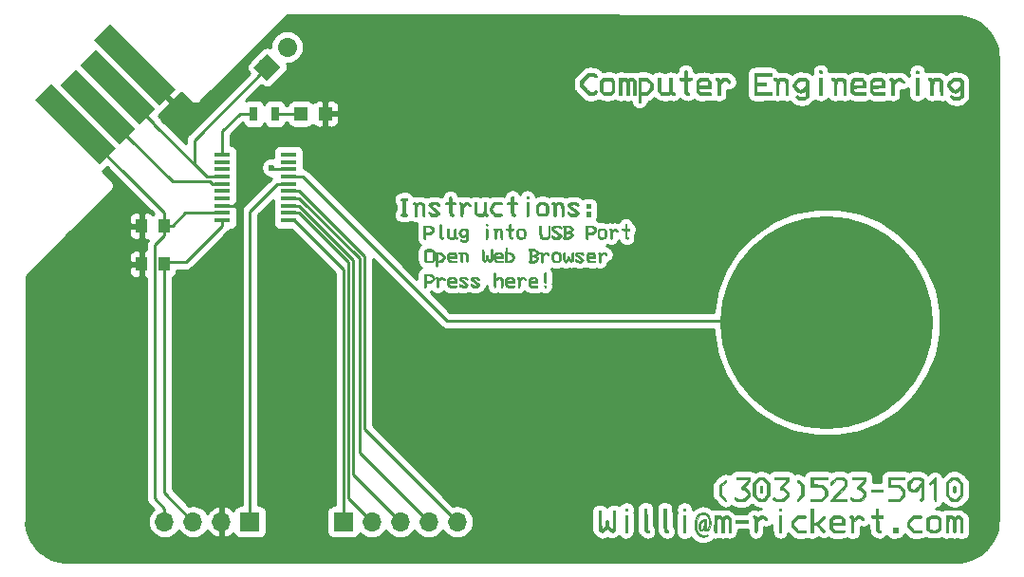
<source format=gbr>
G04 #@! TF.GenerationSoftware,KiCad,Pcbnew,5.1.0*
G04 #@! TF.CreationDate,2019-04-11T23:30:49-05:00*
G04 #@! TF.ProjectId,Card,43617264-2e6b-4696-9361-645f70636258,rev?*
G04 #@! TF.SameCoordinates,Original*
G04 #@! TF.FileFunction,Copper,L1,Top*
G04 #@! TF.FilePolarity,Positive*
%FSLAX46Y46*%
G04 Gerber Fmt 4.6, Leading zero omitted, Abs format (unit mm)*
G04 Created by KiCad (PCBNEW 5.1.0) date 2019-04-11 23:30:49*
%MOMM*%
%LPD*%
G04 APERTURE LIST*
%ADD10C,0.010000*%
%ADD11R,1.000000X1.250000*%
%ADD12R,1.200000X1.200000*%
%ADD13C,2.000000*%
%ADD14C,0.100000*%
%ADD15R,1.700000X1.700000*%
%ADD16O,1.700000X1.700000*%
%ADD17R,1.450000X0.450000*%
%ADD18C,19.000000*%
%ADD19C,1.700000*%
%ADD20C,1.700000*%
%ADD21R,0.700000X1.300000*%
%ADD22C,0.600000*%
%ADD23C,0.250000*%
%ADD24C,0.254000*%
G04 APERTURE END LIST*
D10*
G36*
X176359924Y-152616683D02*
G01*
X176361200Y-152617737D01*
X176399155Y-152679460D01*
X176414352Y-152792825D01*
X176412263Y-152928298D01*
X176402045Y-153072262D01*
X176383588Y-153152107D01*
X176348737Y-153188381D01*
X176304584Y-153199694D01*
X176254854Y-153201635D01*
X176226351Y-153178098D01*
X176213189Y-153111584D01*
X176209485Y-152984597D01*
X176209334Y-152916442D01*
X176217578Y-152728185D01*
X176243869Y-152618534D01*
X176290540Y-152582897D01*
X176359924Y-152616683D01*
X176359924Y-152616683D01*
G37*
X176359924Y-152616683D02*
X176361200Y-152617737D01*
X176399155Y-152679460D01*
X176414352Y-152792825D01*
X176412263Y-152928298D01*
X176402045Y-153072262D01*
X176383588Y-153152107D01*
X176348737Y-153188381D01*
X176304584Y-153199694D01*
X176254854Y-153201635D01*
X176226351Y-153178098D01*
X176213189Y-153111584D01*
X176209485Y-152984597D01*
X176209334Y-152916442D01*
X176217578Y-152728185D01*
X176243869Y-152618534D01*
X176290540Y-152582897D01*
X176359924Y-152616683D01*
G36*
X159130258Y-152616683D02*
G01*
X159131534Y-152617737D01*
X159169488Y-152679460D01*
X159184685Y-152792825D01*
X159182596Y-152928298D01*
X159172379Y-153072262D01*
X159153921Y-153152107D01*
X159119070Y-153188381D01*
X159074917Y-153199694D01*
X159025187Y-153201635D01*
X158996684Y-153178098D01*
X158983522Y-153111584D01*
X158979818Y-152984597D01*
X158979667Y-152916442D01*
X158987912Y-152728185D01*
X159014203Y-152618534D01*
X159060873Y-152582897D01*
X159130258Y-152616683D01*
X159130258Y-152616683D01*
G37*
X159130258Y-152616683D02*
X159131534Y-152617737D01*
X159169488Y-152679460D01*
X159184685Y-152792825D01*
X159182596Y-152928298D01*
X159172379Y-153072262D01*
X159153921Y-153152107D01*
X159119070Y-153188381D01*
X159074917Y-153199694D01*
X159025187Y-153201635D01*
X158996684Y-153178098D01*
X158983522Y-153111584D01*
X158979818Y-152984597D01*
X158979667Y-152916442D01*
X158987912Y-152728185D01*
X159014203Y-152618534D01*
X159060873Y-152582897D01*
X159130258Y-152616683D01*
G36*
X169944000Y-153122666D02*
G01*
X168885667Y-153122666D01*
X168885667Y-152911000D01*
X169944000Y-152911000D01*
X169944000Y-153122666D01*
X169944000Y-153122666D01*
G37*
X169944000Y-153122666D02*
X168885667Y-153122666D01*
X168885667Y-152911000D01*
X169944000Y-152911000D01*
X169944000Y-153122666D01*
G36*
X176413751Y-151812965D02*
G01*
X176496206Y-151828752D01*
X176571849Y-151869528D01*
X176662504Y-151947126D01*
X176789990Y-152073381D01*
X176792640Y-152076055D01*
X177056000Y-152341777D01*
X177056000Y-153485150D01*
X176811356Y-153727241D01*
X176688311Y-153846699D01*
X176600269Y-153918515D01*
X176522262Y-153954813D01*
X176429317Y-153967712D01*
X176312614Y-153969333D01*
X176185224Y-153967206D01*
X176095487Y-153952683D01*
X176018628Y-153913549D01*
X175929874Y-153837589D01*
X175816425Y-153724689D01*
X175574334Y-153480044D01*
X175574334Y-152371449D01*
X175786000Y-152371449D01*
X175786000Y-153394628D01*
X175964148Y-153576147D01*
X176077096Y-153682084D01*
X176167773Y-153736980D01*
X176266218Y-153756372D01*
X176315167Y-153757666D01*
X176425310Y-153748238D01*
X176515514Y-153709597D01*
X176615820Y-153626210D01*
X176666186Y-153576147D01*
X176844334Y-153394628D01*
X176844334Y-152427074D01*
X176644842Y-152224537D01*
X176486062Y-152085424D01*
X176347722Y-152021873D01*
X176213450Y-152033206D01*
X176066870Y-152118741D01*
X175975554Y-152196724D01*
X175786000Y-152371449D01*
X175574334Y-152371449D01*
X175574334Y-152288887D01*
X175825191Y-152049610D01*
X175952700Y-151930975D01*
X176044309Y-151859859D01*
X176124210Y-151824139D01*
X176216597Y-151811692D01*
X176302664Y-151810333D01*
X176413751Y-151812965D01*
X176413751Y-151812965D01*
G37*
X176413751Y-151812965D02*
X176496206Y-151828752D01*
X176571849Y-151869528D01*
X176662504Y-151947126D01*
X176789990Y-152073381D01*
X176792640Y-152076055D01*
X177056000Y-152341777D01*
X177056000Y-153485150D01*
X176811356Y-153727241D01*
X176688311Y-153846699D01*
X176600269Y-153918515D01*
X176522262Y-153954813D01*
X176429317Y-153967712D01*
X176312614Y-153969333D01*
X176185224Y-153967206D01*
X176095487Y-153952683D01*
X176018628Y-153913549D01*
X175929874Y-153837589D01*
X175816425Y-153724689D01*
X175574334Y-153480044D01*
X175574334Y-152371449D01*
X175786000Y-152371449D01*
X175786000Y-153394628D01*
X175964148Y-153576147D01*
X176077096Y-153682084D01*
X176167773Y-153736980D01*
X176266218Y-153756372D01*
X176315167Y-153757666D01*
X176425310Y-153748238D01*
X176515514Y-153709597D01*
X176615820Y-153626210D01*
X176666186Y-153576147D01*
X176844334Y-153394628D01*
X176844334Y-152427074D01*
X176644842Y-152224537D01*
X176486062Y-152085424D01*
X176347722Y-152021873D01*
X176213450Y-152033206D01*
X176066870Y-152118741D01*
X175975554Y-152196724D01*
X175786000Y-152371449D01*
X175574334Y-152371449D01*
X175574334Y-152288887D01*
X175825191Y-152049610D01*
X175952700Y-151930975D01*
X176044309Y-151859859D01*
X176124210Y-151824139D01*
X176216597Y-151811692D01*
X176302664Y-151810333D01*
X176413751Y-151812965D01*
G36*
X174646713Y-151909897D02*
G01*
X174668188Y-152018636D01*
X174679742Y-152191041D01*
X174684440Y-152433242D01*
X174685346Y-152751371D01*
X174685334Y-152911000D01*
X174685108Y-153237048D01*
X174683910Y-153488196D01*
X174680960Y-153674207D01*
X174675474Y-153804846D01*
X174666674Y-153889880D01*
X174653776Y-153939071D01*
X174636000Y-153962186D01*
X174612566Y-153968990D01*
X174600667Y-153969333D01*
X174572215Y-153966064D01*
X174550971Y-153949074D01*
X174535885Y-153907584D01*
X174525904Y-153830818D01*
X174519978Y-153708000D01*
X174517055Y-153528351D01*
X174516084Y-153281094D01*
X174516000Y-153101500D01*
X174514621Y-152840804D01*
X174510770Y-152611440D01*
X174504876Y-152425925D01*
X174497368Y-152296775D01*
X174488674Y-152236508D01*
X174486266Y-152233666D01*
X174440645Y-152260678D01*
X174359519Y-152329003D01*
X174316543Y-152369348D01*
X174228625Y-152449812D01*
X174174825Y-152476691D01*
X174130491Y-152457349D01*
X174104279Y-152432754D01*
X174072988Y-152393659D01*
X174071049Y-152352538D01*
X174106843Y-152294119D01*
X174188750Y-152203130D01*
X174283260Y-152106572D01*
X174400310Y-151988960D01*
X174492116Y-151904354D01*
X174561742Y-151858888D01*
X174612253Y-151858691D01*
X174646713Y-151909897D01*
X174646713Y-151909897D01*
G37*
X174646713Y-151909897D02*
X174668188Y-152018636D01*
X174679742Y-152191041D01*
X174684440Y-152433242D01*
X174685346Y-152751371D01*
X174685334Y-152911000D01*
X174685108Y-153237048D01*
X174683910Y-153488196D01*
X174680960Y-153674207D01*
X174675474Y-153804846D01*
X174666674Y-153889880D01*
X174653776Y-153939071D01*
X174636000Y-153962186D01*
X174612566Y-153968990D01*
X174600667Y-153969333D01*
X174572215Y-153966064D01*
X174550971Y-153949074D01*
X174535885Y-153907584D01*
X174525904Y-153830818D01*
X174519978Y-153708000D01*
X174517055Y-153528351D01*
X174516084Y-153281094D01*
X174516000Y-153101500D01*
X174514621Y-152840804D01*
X174510770Y-152611440D01*
X174504876Y-152425925D01*
X174497368Y-152296775D01*
X174488674Y-152236508D01*
X174486266Y-152233666D01*
X174440645Y-152260678D01*
X174359519Y-152329003D01*
X174316543Y-152369348D01*
X174228625Y-152449812D01*
X174174825Y-152476691D01*
X174130491Y-152457349D01*
X174104279Y-152432754D01*
X174072988Y-152393659D01*
X174071049Y-152352538D01*
X174106843Y-152294119D01*
X174188750Y-152203130D01*
X174283260Y-152106572D01*
X174400310Y-151988960D01*
X174492116Y-151904354D01*
X174561742Y-151858888D01*
X174612253Y-151858691D01*
X174646713Y-151909897D01*
G36*
X173145377Y-151812149D02*
G01*
X173256347Y-151822415D01*
X173331838Y-151848356D01*
X173396440Y-151897201D01*
X173449362Y-151949932D01*
X173584667Y-152089530D01*
X173584667Y-152899184D01*
X173584412Y-153179690D01*
X173582639Y-153388506D01*
X173577834Y-153538610D01*
X173568484Y-153642979D01*
X173553076Y-153714589D01*
X173530098Y-153766417D01*
X173498035Y-153811440D01*
X173475070Y-153839085D01*
X173387280Y-153933498D01*
X173326596Y-153963594D01*
X173272660Y-153935168D01*
X173244970Y-153904592D01*
X173217174Y-153847081D01*
X173246363Y-153783902D01*
X173282120Y-153743113D01*
X173321117Y-153694275D01*
X173347100Y-153635050D01*
X173362660Y-153548305D01*
X173370391Y-153416905D01*
X173372885Y-153223716D01*
X173373000Y-153142430D01*
X173373000Y-152638483D01*
X173128356Y-152880575D01*
X173004360Y-153000533D01*
X172915470Y-153072433D01*
X172837402Y-153108562D01*
X172745870Y-153121205D01*
X172649827Y-153122666D01*
X172505552Y-153116707D01*
X172409670Y-153089767D01*
X172326231Y-153028253D01*
X172280638Y-152983067D01*
X172206092Y-152898240D01*
X172165412Y-152818894D01*
X172148522Y-152714197D01*
X172145370Y-152570602D01*
X172357000Y-152570602D01*
X172381516Y-152747209D01*
X172457432Y-152858120D01*
X172588305Y-152907490D01*
X172648249Y-152911000D01*
X172728849Y-152902941D01*
X172806082Y-152871148D01*
X172897533Y-152804190D01*
X173020788Y-152690639D01*
X173086188Y-152626385D01*
X173239798Y-152464904D01*
X173331207Y-152342081D01*
X173365595Y-152245316D01*
X173348148Y-152162006D01*
X173302939Y-152099416D01*
X173235618Y-152052264D01*
X173128075Y-152028236D01*
X172973086Y-152022000D01*
X172825325Y-152025618D01*
X172727602Y-152046033D01*
X172645328Y-152097580D01*
X172543912Y-152194599D01*
X172535148Y-152203519D01*
X172431692Y-152317688D01*
X172377963Y-152409370D01*
X172358600Y-152510220D01*
X172357000Y-152570602D01*
X172145370Y-152570602D01*
X172145334Y-152568992D01*
X172145334Y-152294516D01*
X172389978Y-152052424D01*
X172634622Y-151810333D01*
X172974340Y-151810333D01*
X173145377Y-151812149D01*
X173145377Y-151812149D01*
G37*
X173145377Y-151812149D02*
X173256347Y-151822415D01*
X173331838Y-151848356D01*
X173396440Y-151897201D01*
X173449362Y-151949932D01*
X173584667Y-152089530D01*
X173584667Y-152899184D01*
X173584412Y-153179690D01*
X173582639Y-153388506D01*
X173577834Y-153538610D01*
X173568484Y-153642979D01*
X173553076Y-153714589D01*
X173530098Y-153766417D01*
X173498035Y-153811440D01*
X173475070Y-153839085D01*
X173387280Y-153933498D01*
X173326596Y-153963594D01*
X173272660Y-153935168D01*
X173244970Y-153904592D01*
X173217174Y-153847081D01*
X173246363Y-153783902D01*
X173282120Y-153743113D01*
X173321117Y-153694275D01*
X173347100Y-153635050D01*
X173362660Y-153548305D01*
X173370391Y-153416905D01*
X173372885Y-153223716D01*
X173373000Y-153142430D01*
X173373000Y-152638483D01*
X173128356Y-152880575D01*
X173004360Y-153000533D01*
X172915470Y-153072433D01*
X172837402Y-153108562D01*
X172745870Y-153121205D01*
X172649827Y-153122666D01*
X172505552Y-153116707D01*
X172409670Y-153089767D01*
X172326231Y-153028253D01*
X172280638Y-152983067D01*
X172206092Y-152898240D01*
X172165412Y-152818894D01*
X172148522Y-152714197D01*
X172145370Y-152570602D01*
X172357000Y-152570602D01*
X172381516Y-152747209D01*
X172457432Y-152858120D01*
X172588305Y-152907490D01*
X172648249Y-152911000D01*
X172728849Y-152902941D01*
X172806082Y-152871148D01*
X172897533Y-152804190D01*
X173020788Y-152690639D01*
X173086188Y-152626385D01*
X173239798Y-152464904D01*
X173331207Y-152342081D01*
X173365595Y-152245316D01*
X173348148Y-152162006D01*
X173302939Y-152099416D01*
X173235618Y-152052264D01*
X173128075Y-152028236D01*
X172973086Y-152022000D01*
X172825325Y-152025618D01*
X172727602Y-152046033D01*
X172645328Y-152097580D01*
X172543912Y-152194599D01*
X172535148Y-152203519D01*
X172431692Y-152317688D01*
X172377963Y-152409370D01*
X172358600Y-152510220D01*
X172357000Y-152570602D01*
X172145370Y-152570602D01*
X172145334Y-152568992D01*
X172145334Y-152294516D01*
X172389978Y-152052424D01*
X172634622Y-151810333D01*
X172974340Y-151810333D01*
X173145377Y-151812149D01*
G36*
X171891334Y-152022000D02*
G01*
X170621334Y-152022000D01*
X170621334Y-152487666D01*
X171407151Y-152487666D01*
X171649242Y-152732310D01*
X171768904Y-152855748D01*
X171840751Y-152944133D01*
X171876976Y-153022141D01*
X171889772Y-153114450D01*
X171891334Y-153222286D01*
X171888714Y-153346121D01*
X171872873Y-153435528D01*
X171831835Y-153515339D01*
X171753625Y-153610387D01*
X171652056Y-153718476D01*
X171412779Y-153969333D01*
X170409667Y-153969333D01*
X170409667Y-153757666D01*
X171323372Y-153757666D01*
X171501519Y-153576147D01*
X171606606Y-153459117D01*
X171660623Y-153364513D01*
X171678877Y-153262197D01*
X171679667Y-153225306D01*
X171671122Y-153122954D01*
X171635893Y-153036821D01*
X171559587Y-152940700D01*
X171477129Y-152856491D01*
X171274592Y-152657000D01*
X170409667Y-152657000D01*
X170409667Y-151810333D01*
X171891334Y-151810333D01*
X171891334Y-152022000D01*
X171891334Y-152022000D01*
G37*
X171891334Y-152022000D02*
X170621334Y-152022000D01*
X170621334Y-152487666D01*
X171407151Y-152487666D01*
X171649242Y-152732310D01*
X171768904Y-152855748D01*
X171840751Y-152944133D01*
X171876976Y-153022141D01*
X171889772Y-153114450D01*
X171891334Y-153222286D01*
X171888714Y-153346121D01*
X171872873Y-153435528D01*
X171831835Y-153515339D01*
X171753625Y-153610387D01*
X171652056Y-153718476D01*
X171412779Y-153969333D01*
X170409667Y-153969333D01*
X170409667Y-153757666D01*
X171323372Y-153757666D01*
X171501519Y-153576147D01*
X171606606Y-153459117D01*
X171660623Y-153364513D01*
X171678877Y-153262197D01*
X171679667Y-153225306D01*
X171671122Y-153122954D01*
X171635893Y-153036821D01*
X171559587Y-152940700D01*
X171477129Y-152856491D01*
X171274592Y-152657000D01*
X170409667Y-152657000D01*
X170409667Y-151810333D01*
X171891334Y-151810333D01*
X171891334Y-152022000D01*
G36*
X168420000Y-152012862D02*
G01*
X168415514Y-152120636D01*
X168393373Y-152203073D01*
X168340553Y-152284358D01*
X168244030Y-152388676D01*
X168187057Y-152445441D01*
X167954115Y-152675490D01*
X168187057Y-152910889D01*
X168306117Y-153035580D01*
X168375961Y-153126332D01*
X168409490Y-153206740D01*
X168419603Y-153300401D01*
X168420000Y-153337007D01*
X168414441Y-153442097D01*
X168388805Y-153524739D01*
X168329649Y-153609671D01*
X168223533Y-153721632D01*
X168196419Y-153748529D01*
X167972838Y-153969333D01*
X167590506Y-153969333D01*
X167407503Y-153967920D01*
X167287374Y-153960008D01*
X167208332Y-153940087D01*
X167148589Y-153902650D01*
X167086359Y-153842185D01*
X167085937Y-153841745D01*
X167011446Y-153758203D01*
X166991139Y-153706616D01*
X167018145Y-153660280D01*
X167034811Y-153643046D01*
X167089497Y-153599103D01*
X167138250Y-153608131D01*
X167204773Y-153664801D01*
X167274273Y-153716161D01*
X167361903Y-153744630D01*
X167493358Y-153756256D01*
X167599220Y-153757666D01*
X167757301Y-153755172D01*
X167859749Y-153740823D01*
X167935584Y-153704320D01*
X168013827Y-153635366D01*
X168051575Y-153597131D01*
X168141330Y-153488285D01*
X168198052Y-153386949D01*
X168208334Y-153343253D01*
X168175031Y-153237698D01*
X168090732Y-153117982D01*
X167978846Y-153008023D01*
X167862783Y-152931740D01*
X167785258Y-152911000D01*
X167678430Y-152888338D01*
X167613662Y-152845084D01*
X167596888Y-152807985D01*
X167610426Y-152758993D01*
X167662537Y-152686101D01*
X167761479Y-152577297D01*
X167883645Y-152452564D01*
X168015864Y-152315033D01*
X168122138Y-152195864D01*
X168190025Y-152109566D01*
X168208334Y-152073980D01*
X168182982Y-152050307D01*
X168100967Y-152034368D01*
X167953343Y-152025248D01*
X167731169Y-152022032D01*
X167700334Y-152022000D01*
X167192334Y-152022000D01*
X167192334Y-151810333D01*
X168420000Y-151810333D01*
X168420000Y-152012862D01*
X168420000Y-152012862D01*
G37*
X168420000Y-152012862D02*
X168415514Y-152120636D01*
X168393373Y-152203073D01*
X168340553Y-152284358D01*
X168244030Y-152388676D01*
X168187057Y-152445441D01*
X167954115Y-152675490D01*
X168187057Y-152910889D01*
X168306117Y-153035580D01*
X168375961Y-153126332D01*
X168409490Y-153206740D01*
X168419603Y-153300401D01*
X168420000Y-153337007D01*
X168414441Y-153442097D01*
X168388805Y-153524739D01*
X168329649Y-153609671D01*
X168223533Y-153721632D01*
X168196419Y-153748529D01*
X167972838Y-153969333D01*
X167590506Y-153969333D01*
X167407503Y-153967920D01*
X167287374Y-153960008D01*
X167208332Y-153940087D01*
X167148589Y-153902650D01*
X167086359Y-153842185D01*
X167085937Y-153841745D01*
X167011446Y-153758203D01*
X166991139Y-153706616D01*
X167018145Y-153660280D01*
X167034811Y-153643046D01*
X167089497Y-153599103D01*
X167138250Y-153608131D01*
X167204773Y-153664801D01*
X167274273Y-153716161D01*
X167361903Y-153744630D01*
X167493358Y-153756256D01*
X167599220Y-153757666D01*
X167757301Y-153755172D01*
X167859749Y-153740823D01*
X167935584Y-153704320D01*
X168013827Y-153635366D01*
X168051575Y-153597131D01*
X168141330Y-153488285D01*
X168198052Y-153386949D01*
X168208334Y-153343253D01*
X168175031Y-153237698D01*
X168090732Y-153117982D01*
X167978846Y-153008023D01*
X167862783Y-152931740D01*
X167785258Y-152911000D01*
X167678430Y-152888338D01*
X167613662Y-152845084D01*
X167596888Y-152807985D01*
X167610426Y-152758993D01*
X167662537Y-152686101D01*
X167761479Y-152577297D01*
X167883645Y-152452564D01*
X168015864Y-152315033D01*
X168122138Y-152195864D01*
X168190025Y-152109566D01*
X168208334Y-152073980D01*
X168182982Y-152050307D01*
X168100967Y-152034368D01*
X167953343Y-152025248D01*
X167731169Y-152022032D01*
X167700334Y-152022000D01*
X167192334Y-152022000D01*
X167192334Y-151810333D01*
X168420000Y-151810333D01*
X168420000Y-152012862D01*
G36*
X166243572Y-151811839D02*
G01*
X166354113Y-151821824D01*
X166430697Y-151848494D01*
X166498678Y-151900049D01*
X166569909Y-151970868D01*
X166660622Y-152071855D01*
X166707434Y-152158830D01*
X166724619Y-152268562D01*
X166726667Y-152374670D01*
X166726667Y-152617937D01*
X166170087Y-153187802D01*
X165613507Y-153757666D01*
X166726667Y-153757666D01*
X166726667Y-153969333D01*
X166005672Y-153969333D01*
X165737123Y-153968304D01*
X165541647Y-153964544D01*
X165407663Y-153957043D01*
X165323595Y-153944790D01*
X165277865Y-153926776D01*
X165259700Y-153904246D01*
X165276565Y-153852813D01*
X165349587Y-153752538D01*
X165480526Y-153601371D01*
X165671142Y-153397260D01*
X165874862Y-153187264D01*
X166086276Y-152971157D01*
X166245299Y-152805511D01*
X166359349Y-152680861D01*
X166435848Y-152587743D01*
X166482215Y-152516693D01*
X166505869Y-152458246D01*
X166514231Y-152402938D01*
X166515000Y-152370730D01*
X166489351Y-152209133D01*
X166407893Y-152100619D01*
X166263861Y-152039987D01*
X166061436Y-152022000D01*
X165803829Y-152022000D01*
X165591033Y-152254833D01*
X165444115Y-152400923D01*
X165337014Y-152474468D01*
X165270470Y-152475177D01*
X165245225Y-152402759D01*
X165245000Y-152391091D01*
X165278755Y-152301810D01*
X165375857Y-152172954D01*
X165489644Y-152052424D01*
X165734289Y-151810333D01*
X166073720Y-151810333D01*
X166243572Y-151811839D01*
X166243572Y-151811839D01*
G37*
X166243572Y-151811839D02*
X166354113Y-151821824D01*
X166430697Y-151848494D01*
X166498678Y-151900049D01*
X166569909Y-151970868D01*
X166660622Y-152071855D01*
X166707434Y-152158830D01*
X166724619Y-152268562D01*
X166726667Y-152374670D01*
X166726667Y-152617937D01*
X166170087Y-153187802D01*
X165613507Y-153757666D01*
X166726667Y-153757666D01*
X166726667Y-153969333D01*
X166005672Y-153969333D01*
X165737123Y-153968304D01*
X165541647Y-153964544D01*
X165407663Y-153957043D01*
X165323595Y-153944790D01*
X165277865Y-153926776D01*
X165259700Y-153904246D01*
X165276565Y-153852813D01*
X165349587Y-153752538D01*
X165480526Y-153601371D01*
X165671142Y-153397260D01*
X165874862Y-153187264D01*
X166086276Y-152971157D01*
X166245299Y-152805511D01*
X166359349Y-152680861D01*
X166435848Y-152587743D01*
X166482215Y-152516693D01*
X166505869Y-152458246D01*
X166514231Y-152402938D01*
X166515000Y-152370730D01*
X166489351Y-152209133D01*
X166407893Y-152100619D01*
X166263861Y-152039987D01*
X166061436Y-152022000D01*
X165803829Y-152022000D01*
X165591033Y-152254833D01*
X165444115Y-152400923D01*
X165337014Y-152474468D01*
X165270470Y-152475177D01*
X165245225Y-152402759D01*
X165245000Y-152391091D01*
X165278755Y-152301810D01*
X165375857Y-152172954D01*
X165489644Y-152052424D01*
X165734289Y-151810333D01*
X166073720Y-151810333D01*
X166243572Y-151811839D01*
G36*
X164991000Y-152022000D02*
G01*
X163716576Y-152022000D01*
X163729371Y-152244250D01*
X163742167Y-152466500D01*
X164558177Y-152490618D01*
X164774588Y-152719441D01*
X164885410Y-152839752D01*
X164949975Y-152927651D01*
X164980774Y-153011694D01*
X164990300Y-153120436D01*
X164991000Y-153214155D01*
X164991000Y-153480044D01*
X164748909Y-153724689D01*
X164506817Y-153969333D01*
X163509334Y-153969333D01*
X163509334Y-153757666D01*
X164423039Y-153757666D01*
X164601186Y-153576147D01*
X164703998Y-153463137D01*
X164757611Y-153372617D01*
X164777356Y-153272264D01*
X164779334Y-153200539D01*
X164772857Y-153084616D01*
X164743019Y-152998810D01*
X164674204Y-152912739D01*
X164589779Y-152831724D01*
X164400225Y-152657000D01*
X163509334Y-152657000D01*
X163509334Y-151810333D01*
X164991000Y-151810333D01*
X164991000Y-152022000D01*
X164991000Y-152022000D01*
G37*
X164991000Y-152022000D02*
X163716576Y-152022000D01*
X163729371Y-152244250D01*
X163742167Y-152466500D01*
X164558177Y-152490618D01*
X164774588Y-152719441D01*
X164885410Y-152839752D01*
X164949975Y-152927651D01*
X164980774Y-153011694D01*
X164990300Y-153120436D01*
X164991000Y-153214155D01*
X164991000Y-153480044D01*
X164748909Y-153724689D01*
X164506817Y-153969333D01*
X163509334Y-153969333D01*
X163509334Y-153757666D01*
X164423039Y-153757666D01*
X164601186Y-153576147D01*
X164703998Y-153463137D01*
X164757611Y-153372617D01*
X164777356Y-153272264D01*
X164779334Y-153200539D01*
X164772857Y-153084616D01*
X164743019Y-152998810D01*
X164674204Y-152912739D01*
X164589779Y-152831724D01*
X164400225Y-152657000D01*
X163509334Y-152657000D01*
X163509334Y-151810333D01*
X164991000Y-151810333D01*
X164991000Y-152022000D01*
G36*
X162370296Y-152057370D02*
G01*
X162436098Y-152098676D01*
X162538745Y-152186730D01*
X162614463Y-152256192D01*
X162874334Y-152496786D01*
X162874334Y-153480044D01*
X162632242Y-153724689D01*
X162485084Y-153865405D01*
X162380904Y-153943469D01*
X162310735Y-153963089D01*
X162265608Y-153928472D01*
X162253353Y-153902473D01*
X162269417Y-153828940D01*
X162356299Y-153710599D01*
X162445182Y-153615391D01*
X162662667Y-153395170D01*
X162662667Y-152596162D01*
X162441896Y-152372614D01*
X162330149Y-152256231D01*
X162271192Y-152181816D01*
X162256378Y-152133074D01*
X162277062Y-152093712D01*
X162287859Y-152082332D01*
X162325997Y-152054644D01*
X162370296Y-152057370D01*
X162370296Y-152057370D01*
G37*
X162370296Y-152057370D02*
X162436098Y-152098676D01*
X162538745Y-152186730D01*
X162614463Y-152256192D01*
X162874334Y-152496786D01*
X162874334Y-153480044D01*
X162632242Y-153724689D01*
X162485084Y-153865405D01*
X162380904Y-153943469D01*
X162310735Y-153963089D01*
X162265608Y-153928472D01*
X162253353Y-153902473D01*
X162269417Y-153828940D01*
X162356299Y-153710599D01*
X162445182Y-153615391D01*
X162662667Y-153395170D01*
X162662667Y-152596162D01*
X162441896Y-152372614D01*
X162330149Y-152256231D01*
X162271192Y-152181816D01*
X162256378Y-152133074D01*
X162277062Y-152093712D01*
X162287859Y-152082332D01*
X162325997Y-152054644D01*
X162370296Y-152057370D01*
G36*
X160916417Y-151819784D02*
G01*
X161540834Y-151831500D01*
X161553142Y-152000833D01*
X161554560Y-152088705D01*
X161536108Y-152160931D01*
X161486079Y-152237851D01*
X161392765Y-152339805D01*
X161310843Y-152421735D01*
X161056236Y-152673304D01*
X161309118Y-152936654D01*
X161460064Y-153105469D01*
X161544705Y-153240657D01*
X161563363Y-153360829D01*
X161516364Y-153484596D01*
X161404029Y-153630569D01*
X161322723Y-153718476D01*
X161083446Y-153969333D01*
X160709557Y-153969333D01*
X160527377Y-153967545D01*
X160406682Y-153958429D01*
X160324309Y-153936355D01*
X160257093Y-153895695D01*
X160197418Y-153844877D01*
X160114125Y-153765189D01*
X160087425Y-153715407D01*
X160109226Y-153670811D01*
X160132378Y-153646178D01*
X160187825Y-153599556D01*
X160235306Y-153606053D01*
X160304439Y-153664801D01*
X160374612Y-153716501D01*
X160463276Y-153744984D01*
X160596379Y-153756414D01*
X160695293Y-153757666D01*
X160851970Y-153755186D01*
X160954748Y-153740030D01*
X161034389Y-153700626D01*
X161121653Y-153625401D01*
X161168814Y-153579519D01*
X161266237Y-153473361D01*
X161332122Y-153381387D01*
X161350334Y-153334333D01*
X161319682Y-153265127D01*
X161242245Y-153167580D01*
X161139797Y-153063028D01*
X161034115Y-152972807D01*
X160946973Y-152918252D01*
X160918277Y-152911000D01*
X160790437Y-152896592D01*
X160728742Y-152850875D01*
X160734022Y-152770105D01*
X160807110Y-152650542D01*
X160948837Y-152488443D01*
X161030734Y-152405085D01*
X161158552Y-152273105D01*
X161257198Y-152161560D01*
X161315036Y-152084237D01*
X161324569Y-152056894D01*
X161276227Y-152043333D01*
X161160573Y-152032232D01*
X160994950Y-152024738D01*
X160797502Y-152022000D01*
X160292000Y-152022000D01*
X160292000Y-151808069D01*
X160916417Y-151819784D01*
X160916417Y-151819784D01*
G37*
X160916417Y-151819784D02*
X161540834Y-151831500D01*
X161553142Y-152000833D01*
X161554560Y-152088705D01*
X161536108Y-152160931D01*
X161486079Y-152237851D01*
X161392765Y-152339805D01*
X161310843Y-152421735D01*
X161056236Y-152673304D01*
X161309118Y-152936654D01*
X161460064Y-153105469D01*
X161544705Y-153240657D01*
X161563363Y-153360829D01*
X161516364Y-153484596D01*
X161404029Y-153630569D01*
X161322723Y-153718476D01*
X161083446Y-153969333D01*
X160709557Y-153969333D01*
X160527377Y-153967545D01*
X160406682Y-153958429D01*
X160324309Y-153936355D01*
X160257093Y-153895695D01*
X160197418Y-153844877D01*
X160114125Y-153765189D01*
X160087425Y-153715407D01*
X160109226Y-153670811D01*
X160132378Y-153646178D01*
X160187825Y-153599556D01*
X160235306Y-153606053D01*
X160304439Y-153664801D01*
X160374612Y-153716501D01*
X160463276Y-153744984D01*
X160596379Y-153756414D01*
X160695293Y-153757666D01*
X160851970Y-153755186D01*
X160954748Y-153740030D01*
X161034389Y-153700626D01*
X161121653Y-153625401D01*
X161168814Y-153579519D01*
X161266237Y-153473361D01*
X161332122Y-153381387D01*
X161350334Y-153334333D01*
X161319682Y-153265127D01*
X161242245Y-153167580D01*
X161139797Y-153063028D01*
X161034115Y-152972807D01*
X160946973Y-152918252D01*
X160918277Y-152911000D01*
X160790437Y-152896592D01*
X160728742Y-152850875D01*
X160734022Y-152770105D01*
X160807110Y-152650542D01*
X160948837Y-152488443D01*
X161030734Y-152405085D01*
X161158552Y-152273105D01*
X161257198Y-152161560D01*
X161315036Y-152084237D01*
X161324569Y-152056894D01*
X161276227Y-152043333D01*
X161160573Y-152032232D01*
X160994950Y-152024738D01*
X160797502Y-152022000D01*
X160292000Y-152022000D01*
X160292000Y-151808069D01*
X160916417Y-151819784D01*
G36*
X159192810Y-151813589D02*
G01*
X159272901Y-151831319D01*
X159349487Y-151875465D01*
X159443919Y-151957967D01*
X159562973Y-152076055D01*
X159826334Y-152341777D01*
X159826334Y-153485150D01*
X159581689Y-153727241D01*
X159458644Y-153846699D01*
X159370603Y-153918515D01*
X159292595Y-153954813D01*
X159199650Y-153967712D01*
X159082947Y-153969333D01*
X158955558Y-153967206D01*
X158865820Y-153952683D01*
X158788961Y-153913549D01*
X158700207Y-153837589D01*
X158586758Y-153724689D01*
X158344667Y-153480044D01*
X158344667Y-152420983D01*
X158556334Y-152420983D01*
X158556334Y-153394628D01*
X158734481Y-153576147D01*
X158847429Y-153682084D01*
X158938106Y-153736980D01*
X159036552Y-153756372D01*
X159085500Y-153757666D01*
X159195643Y-153748238D01*
X159285848Y-153709597D01*
X159386153Y-153626210D01*
X159436519Y-153576147D01*
X159614667Y-153394628D01*
X159614667Y-152427074D01*
X159415175Y-152224537D01*
X159262308Y-152088016D01*
X159132943Y-152024775D01*
X159009183Y-152034730D01*
X158873129Y-152117798D01*
X158758871Y-152221491D01*
X158556334Y-152420983D01*
X158344667Y-152420983D01*
X158344667Y-152337054D01*
X158610389Y-152073693D01*
X158740843Y-151947071D01*
X158833771Y-151869286D01*
X158910678Y-151828477D01*
X158993065Y-151812785D01*
X159087862Y-151810333D01*
X159192810Y-151813589D01*
X159192810Y-151813589D01*
G37*
X159192810Y-151813589D02*
X159272901Y-151831319D01*
X159349487Y-151875465D01*
X159443919Y-151957967D01*
X159562973Y-152076055D01*
X159826334Y-152341777D01*
X159826334Y-153485150D01*
X159581689Y-153727241D01*
X159458644Y-153846699D01*
X159370603Y-153918515D01*
X159292595Y-153954813D01*
X159199650Y-153967712D01*
X159082947Y-153969333D01*
X158955558Y-153967206D01*
X158865820Y-153952683D01*
X158788961Y-153913549D01*
X158700207Y-153837589D01*
X158586758Y-153724689D01*
X158344667Y-153480044D01*
X158344667Y-152420983D01*
X158556334Y-152420983D01*
X158556334Y-153394628D01*
X158734481Y-153576147D01*
X158847429Y-153682084D01*
X158938106Y-153736980D01*
X159036552Y-153756372D01*
X159085500Y-153757666D01*
X159195643Y-153748238D01*
X159285848Y-153709597D01*
X159386153Y-153626210D01*
X159436519Y-153576147D01*
X159614667Y-153394628D01*
X159614667Y-152427074D01*
X159415175Y-152224537D01*
X159262308Y-152088016D01*
X159132943Y-152024775D01*
X159009183Y-152034730D01*
X158873129Y-152117798D01*
X158758871Y-152221491D01*
X158556334Y-152420983D01*
X158344667Y-152420983D01*
X158344667Y-152337054D01*
X158610389Y-152073693D01*
X158740843Y-151947071D01*
X158833771Y-151869286D01*
X158910678Y-151828477D01*
X158993065Y-151812785D01*
X159087862Y-151810333D01*
X159192810Y-151813589D01*
G36*
X158090667Y-152010189D02*
G01*
X158086191Y-152114737D01*
X158064402Y-152196374D01*
X158012757Y-152278128D01*
X157918713Y-152383029D01*
X157848575Y-152454689D01*
X157606484Y-152699333D01*
X157848575Y-152943977D01*
X158001037Y-153112725D01*
X158083286Y-153251596D01*
X158095264Y-153378111D01*
X158036915Y-153509789D01*
X157908182Y-153664154D01*
X157846023Y-153727241D01*
X157601378Y-153969333D01*
X157240109Y-153969333D01*
X157062620Y-153967654D01*
X156946948Y-153958598D01*
X156870252Y-153936139D01*
X156809694Y-153894250D01*
X156756604Y-153841745D01*
X156682113Y-153758203D01*
X156661806Y-153706616D01*
X156688812Y-153660280D01*
X156705478Y-153643046D01*
X156760164Y-153599103D01*
X156808917Y-153608131D01*
X156875439Y-153664801D01*
X156950120Y-153718714D01*
X157045792Y-153747218D01*
X157190008Y-153757232D01*
X157245126Y-153757666D01*
X157396362Y-153754379D01*
X157496430Y-153735729D01*
X157578799Y-153688536D01*
X157676938Y-153599618D01*
X157697481Y-153579519D01*
X157794904Y-153473361D01*
X157860789Y-153381387D01*
X157879000Y-153334333D01*
X157847318Y-153260700D01*
X157767051Y-153161350D01*
X157660367Y-153057065D01*
X157549432Y-152968632D01*
X157456415Y-152916833D01*
X157427498Y-152911000D01*
X157328522Y-152881002D01*
X157284329Y-152845084D01*
X157267555Y-152807985D01*
X157281093Y-152758993D01*
X157333203Y-152686101D01*
X157432146Y-152577297D01*
X157554312Y-152452564D01*
X157686531Y-152315033D01*
X157792805Y-152195864D01*
X157860691Y-152109566D01*
X157879000Y-152073980D01*
X157853649Y-152050307D01*
X157771633Y-152034368D01*
X157624010Y-152025248D01*
X157401836Y-152022032D01*
X157371000Y-152022000D01*
X156863000Y-152022000D01*
X156863000Y-151810333D01*
X158090667Y-151810333D01*
X158090667Y-152010189D01*
X158090667Y-152010189D01*
G37*
X158090667Y-152010189D02*
X158086191Y-152114737D01*
X158064402Y-152196374D01*
X158012757Y-152278128D01*
X157918713Y-152383029D01*
X157848575Y-152454689D01*
X157606484Y-152699333D01*
X157848575Y-152943977D01*
X158001037Y-153112725D01*
X158083286Y-153251596D01*
X158095264Y-153378111D01*
X158036915Y-153509789D01*
X157908182Y-153664154D01*
X157846023Y-153727241D01*
X157601378Y-153969333D01*
X157240109Y-153969333D01*
X157062620Y-153967654D01*
X156946948Y-153958598D01*
X156870252Y-153936139D01*
X156809694Y-153894250D01*
X156756604Y-153841745D01*
X156682113Y-153758203D01*
X156661806Y-153706616D01*
X156688812Y-153660280D01*
X156705478Y-153643046D01*
X156760164Y-153599103D01*
X156808917Y-153608131D01*
X156875439Y-153664801D01*
X156950120Y-153718714D01*
X157045792Y-153747218D01*
X157190008Y-153757232D01*
X157245126Y-153757666D01*
X157396362Y-153754379D01*
X157496430Y-153735729D01*
X157578799Y-153688536D01*
X157676938Y-153599618D01*
X157697481Y-153579519D01*
X157794904Y-153473361D01*
X157860789Y-153381387D01*
X157879000Y-153334333D01*
X157847318Y-153260700D01*
X157767051Y-153161350D01*
X157660367Y-153057065D01*
X157549432Y-152968632D01*
X157456415Y-152916833D01*
X157427498Y-152911000D01*
X157328522Y-152881002D01*
X157284329Y-152845084D01*
X157267555Y-152807985D01*
X157281093Y-152758993D01*
X157333203Y-152686101D01*
X157432146Y-152577297D01*
X157554312Y-152452564D01*
X157686531Y-152315033D01*
X157792805Y-152195864D01*
X157860691Y-152109566D01*
X157879000Y-152073980D01*
X157853649Y-152050307D01*
X157771633Y-152034368D01*
X157624010Y-152025248D01*
X157401836Y-152022032D01*
X157371000Y-152022000D01*
X156863000Y-152022000D01*
X156863000Y-151810333D01*
X158090667Y-151810333D01*
X158090667Y-152010189D01*
G36*
X155972553Y-152117756D02*
G01*
X155974000Y-152140008D01*
X155945316Y-152206181D01*
X155870048Y-152307469D01*
X155764373Y-152422154D01*
X155762334Y-152424166D01*
X155550667Y-152632650D01*
X155550667Y-153401016D01*
X155762334Y-153609500D01*
X155884538Y-153744665D01*
X155956627Y-153856259D01*
X155974204Y-153934238D01*
X155932873Y-153968562D01*
X155919861Y-153969333D01*
X155867404Y-153940912D01*
X155773506Y-153864989D01*
X155654905Y-153755571D01*
X155602361Y-153703611D01*
X155339000Y-153437888D01*
X155339000Y-152553621D01*
X155581092Y-152308977D01*
X155737059Y-152165370D01*
X155857121Y-152084415D01*
X155937034Y-152067935D01*
X155972553Y-152117756D01*
X155972553Y-152117756D01*
G37*
X155972553Y-152117756D02*
X155974000Y-152140008D01*
X155945316Y-152206181D01*
X155870048Y-152307469D01*
X155764373Y-152422154D01*
X155762334Y-152424166D01*
X155550667Y-152632650D01*
X155550667Y-153401016D01*
X155762334Y-153609500D01*
X155884538Y-153744665D01*
X155956627Y-153856259D01*
X155974204Y-153934238D01*
X155932873Y-153968562D01*
X155919861Y-153969333D01*
X155867404Y-153940912D01*
X155773506Y-153864989D01*
X155654905Y-153755571D01*
X155602361Y-153703611D01*
X155339000Y-153437888D01*
X155339000Y-152553621D01*
X155581092Y-152308977D01*
X155737059Y-152165370D01*
X155857121Y-152084415D01*
X155937034Y-152067935D01*
X155972553Y-152117756D01*
G36*
X160859394Y-154621818D02*
G01*
X160884220Y-154690663D01*
X160884667Y-154710166D01*
X160867182Y-154790727D01*
X160798337Y-154815553D01*
X160778834Y-154816000D01*
X160698273Y-154798515D01*
X160673447Y-154729670D01*
X160673000Y-154710166D01*
X160690485Y-154629605D01*
X160759330Y-154604780D01*
X160778834Y-154604333D01*
X160859394Y-154621818D01*
X160859394Y-154621818D01*
G37*
X160859394Y-154621818D02*
X160884220Y-154690663D01*
X160884667Y-154710166D01*
X160867182Y-154790727D01*
X160798337Y-154815553D01*
X160778834Y-154816000D01*
X160698273Y-154798515D01*
X160673447Y-154729670D01*
X160673000Y-154710166D01*
X160690485Y-154629605D01*
X160759330Y-154604780D01*
X160778834Y-154604333D01*
X160859394Y-154621818D01*
G36*
X152308061Y-154621818D02*
G01*
X152332887Y-154690663D01*
X152333334Y-154710166D01*
X152315849Y-154790727D01*
X152247004Y-154815553D01*
X152227500Y-154816000D01*
X152146939Y-154798515D01*
X152122114Y-154729670D01*
X152121667Y-154710166D01*
X152139152Y-154629605D01*
X152207997Y-154604780D01*
X152227500Y-154604333D01*
X152308061Y-154621818D01*
X152308061Y-154621818D01*
G37*
X152308061Y-154621818D02*
X152332887Y-154690663D01*
X152333334Y-154710166D01*
X152315849Y-154790727D01*
X152247004Y-154815553D01*
X152227500Y-154816000D01*
X152146939Y-154798515D01*
X152122114Y-154729670D01*
X152121667Y-154710166D01*
X152139152Y-154629605D01*
X152207997Y-154604780D01*
X152227500Y-154604333D01*
X152308061Y-154621818D01*
G36*
X147143394Y-154621818D02*
G01*
X147168220Y-154690663D01*
X147168667Y-154710166D01*
X147151182Y-154790727D01*
X147082337Y-154815553D01*
X147062834Y-154816000D01*
X146982273Y-154798515D01*
X146957447Y-154729670D01*
X146957000Y-154710166D01*
X146974485Y-154629605D01*
X147043330Y-154604780D01*
X147062834Y-154604333D01*
X147143394Y-154621818D01*
X147143394Y-154621818D01*
G37*
X147143394Y-154621818D02*
X147168220Y-154690663D01*
X147168667Y-154710166D01*
X147151182Y-154790727D01*
X147082337Y-154815553D01*
X147062834Y-154816000D01*
X146982273Y-154798515D01*
X146957447Y-154729670D01*
X146957000Y-154710166D01*
X146974485Y-154629605D01*
X147043330Y-154604780D01*
X147062834Y-154604333D01*
X147143394Y-154621818D01*
G36*
X157879000Y-155874333D02*
G01*
X156820667Y-155874333D01*
X156820667Y-155662666D01*
X157879000Y-155662666D01*
X157879000Y-155874333D01*
X157879000Y-155874333D01*
G37*
X157879000Y-155874333D02*
X156820667Y-155874333D01*
X156820667Y-155662666D01*
X157879000Y-155662666D01*
X157879000Y-155874333D01*
G36*
X174662133Y-155240737D02*
G01*
X174778198Y-155249158D01*
X174855031Y-155270906D01*
X174915350Y-155312294D01*
X174979325Y-155376916D01*
X175034520Y-155438417D01*
X175071180Y-155494964D01*
X175093107Y-155565010D01*
X175104099Y-155667010D01*
X175107959Y-155819416D01*
X175108471Y-156003996D01*
X175107789Y-156214512D01*
X175103208Y-156358179D01*
X175091228Y-156452815D01*
X175068347Y-156516235D01*
X175031065Y-156566258D01*
X174989934Y-156607246D01*
X174927400Y-156661448D01*
X174863399Y-156695025D01*
X174776202Y-156712874D01*
X174644078Y-156719892D01*
X174485182Y-156721000D01*
X174297550Y-156718946D01*
X174172083Y-156709605D01*
X174086317Y-156688209D01*
X174017788Y-156649989D01*
X173968915Y-156611403D01*
X173838667Y-156501807D01*
X173838667Y-156005494D01*
X174050334Y-156005494D01*
X174051894Y-156198351D01*
X174058964Y-156324846D01*
X174075124Y-156403260D01*
X174103956Y-156451875D01*
X174144420Y-156485766D01*
X174255903Y-156529827D01*
X174410822Y-156551100D01*
X174577675Y-156549779D01*
X174724960Y-156526059D01*
X174819583Y-156481605D01*
X174856641Y-156434984D01*
X174879734Y-156364445D01*
X174891771Y-156251777D01*
X174895662Y-156078769D01*
X174895654Y-156005355D01*
X174891476Y-155779768D01*
X174874210Y-155625357D01*
X174834120Y-155528700D01*
X174761466Y-155476373D01*
X174646511Y-155454951D01*
X174493500Y-155451000D01*
X174313108Y-155456246D01*
X174189583Y-155480901D01*
X174112237Y-155538341D01*
X174070380Y-155641940D01*
X174053321Y-155805074D01*
X174050334Y-156005494D01*
X173838667Y-156005494D01*
X173838667Y-155509942D01*
X173978266Y-155374637D01*
X174050053Y-155309203D01*
X174115426Y-155269205D01*
X174197749Y-155248394D01*
X174320385Y-155240521D01*
X174484120Y-155239333D01*
X174662133Y-155240737D01*
X174662133Y-155240737D01*
G37*
X174662133Y-155240737D02*
X174778198Y-155249158D01*
X174855031Y-155270906D01*
X174915350Y-155312294D01*
X174979325Y-155376916D01*
X175034520Y-155438417D01*
X175071180Y-155494964D01*
X175093107Y-155565010D01*
X175104099Y-155667010D01*
X175107959Y-155819416D01*
X175108471Y-156003996D01*
X175107789Y-156214512D01*
X175103208Y-156358179D01*
X175091228Y-156452815D01*
X175068347Y-156516235D01*
X175031065Y-156566258D01*
X174989934Y-156607246D01*
X174927400Y-156661448D01*
X174863399Y-156695025D01*
X174776202Y-156712874D01*
X174644078Y-156719892D01*
X174485182Y-156721000D01*
X174297550Y-156718946D01*
X174172083Y-156709605D01*
X174086317Y-156688209D01*
X174017788Y-156649989D01*
X173968915Y-156611403D01*
X173838667Y-156501807D01*
X173838667Y-156005494D01*
X174050334Y-156005494D01*
X174051894Y-156198351D01*
X174058964Y-156324846D01*
X174075124Y-156403260D01*
X174103956Y-156451875D01*
X174144420Y-156485766D01*
X174255903Y-156529827D01*
X174410822Y-156551100D01*
X174577675Y-156549779D01*
X174724960Y-156526059D01*
X174819583Y-156481605D01*
X174856641Y-156434984D01*
X174879734Y-156364445D01*
X174891771Y-156251777D01*
X174895662Y-156078769D01*
X174895654Y-156005355D01*
X174891476Y-155779768D01*
X174874210Y-155625357D01*
X174834120Y-155528700D01*
X174761466Y-155476373D01*
X174646511Y-155454951D01*
X174493500Y-155451000D01*
X174313108Y-155456246D01*
X174189583Y-155480901D01*
X174112237Y-155538341D01*
X174070380Y-155641940D01*
X174053321Y-155805074D01*
X174050334Y-156005494D01*
X173838667Y-156005494D01*
X173838667Y-155509942D01*
X173978266Y-155374637D01*
X174050053Y-155309203D01*
X174115426Y-155269205D01*
X174197749Y-155248394D01*
X174320385Y-155240521D01*
X174484120Y-155239333D01*
X174662133Y-155240737D01*
G36*
X176818627Y-155306713D02*
G01*
X176912067Y-155383266D01*
X177056000Y-155527200D01*
X177056000Y-156763333D01*
X176844334Y-156763333D01*
X176844334Y-156177227D01*
X176843117Y-155938877D01*
X176838319Y-155770579D01*
X176828219Y-155657737D01*
X176811094Y-155585757D01*
X176785222Y-155540044D01*
X176766917Y-155521061D01*
X176654749Y-155457288D01*
X176550026Y-155477598D01*
X176492350Y-155526992D01*
X176462747Y-155576400D01*
X176441491Y-155657939D01*
X176426852Y-155785462D01*
X176417100Y-155972821D01*
X176411706Y-156172575D01*
X176406361Y-156401653D01*
X176399875Y-156559712D01*
X176389744Y-156660392D01*
X176373461Y-156717330D01*
X176348522Y-156744163D01*
X176312420Y-156754530D01*
X176304584Y-156755694D01*
X176266245Y-156758671D01*
X176239884Y-156746109D01*
X176223256Y-156704975D01*
X176214119Y-156622234D01*
X176210231Y-156484853D01*
X176209348Y-156279797D01*
X176209334Y-156202156D01*
X176208524Y-155971877D01*
X176204543Y-155810593D01*
X176195060Y-155702638D01*
X176177749Y-155632344D01*
X176150278Y-155584045D01*
X176111355Y-155543045D01*
X176013844Y-155467924D01*
X175938924Y-155461447D01*
X175861865Y-155522050D01*
X175857350Y-155526992D01*
X175827747Y-155576400D01*
X175806491Y-155657939D01*
X175791852Y-155785462D01*
X175782100Y-155972821D01*
X175776706Y-156172575D01*
X175771361Y-156401653D01*
X175764875Y-156559712D01*
X175754744Y-156660392D01*
X175738461Y-156717330D01*
X175713522Y-156744163D01*
X175677420Y-156754530D01*
X175669584Y-156755694D01*
X175574334Y-156769221D01*
X175574334Y-155251824D01*
X175858843Y-155246976D01*
X176026358Y-155249456D01*
X176134896Y-155267432D01*
X176209529Y-155306206D01*
X176232687Y-155326054D01*
X176299346Y-155382359D01*
X176343479Y-155380206D01*
X176399239Y-155324656D01*
X176520178Y-155247383D01*
X176665604Y-155242045D01*
X176818627Y-155306713D01*
X176818627Y-155306713D01*
G37*
X176818627Y-155306713D02*
X176912067Y-155383266D01*
X177056000Y-155527200D01*
X177056000Y-156763333D01*
X176844334Y-156763333D01*
X176844334Y-156177227D01*
X176843117Y-155938877D01*
X176838319Y-155770579D01*
X176828219Y-155657737D01*
X176811094Y-155585757D01*
X176785222Y-155540044D01*
X176766917Y-155521061D01*
X176654749Y-155457288D01*
X176550026Y-155477598D01*
X176492350Y-155526992D01*
X176462747Y-155576400D01*
X176441491Y-155657939D01*
X176426852Y-155785462D01*
X176417100Y-155972821D01*
X176411706Y-156172575D01*
X176406361Y-156401653D01*
X176399875Y-156559712D01*
X176389744Y-156660392D01*
X176373461Y-156717330D01*
X176348522Y-156744163D01*
X176312420Y-156754530D01*
X176304584Y-156755694D01*
X176266245Y-156758671D01*
X176239884Y-156746109D01*
X176223256Y-156704975D01*
X176214119Y-156622234D01*
X176210231Y-156484853D01*
X176209348Y-156279797D01*
X176209334Y-156202156D01*
X176208524Y-155971877D01*
X176204543Y-155810593D01*
X176195060Y-155702638D01*
X176177749Y-155632344D01*
X176150278Y-155584045D01*
X176111355Y-155543045D01*
X176013844Y-155467924D01*
X175938924Y-155461447D01*
X175861865Y-155522050D01*
X175857350Y-155526992D01*
X175827747Y-155576400D01*
X175806491Y-155657939D01*
X175791852Y-155785462D01*
X175782100Y-155972821D01*
X175776706Y-156172575D01*
X175771361Y-156401653D01*
X175764875Y-156559712D01*
X175754744Y-156660392D01*
X175738461Y-156717330D01*
X175713522Y-156744163D01*
X175677420Y-156754530D01*
X175669584Y-156755694D01*
X175574334Y-156769221D01*
X175574334Y-155251824D01*
X175858843Y-155246976D01*
X176026358Y-155249456D01*
X176134896Y-155267432D01*
X176209529Y-155306206D01*
X176232687Y-155326054D01*
X176299346Y-155382359D01*
X176343479Y-155380206D01*
X176399239Y-155324656D01*
X176520178Y-155247383D01*
X176665604Y-155242045D01*
X176818627Y-155306713D01*
G36*
X172995710Y-155248237D02*
G01*
X173181672Y-155255210D01*
X173299411Y-155265105D01*
X173365360Y-155282211D01*
X173395951Y-155310816D01*
X173407617Y-155355208D01*
X173407694Y-155355750D01*
X173410161Y-155401282D01*
X173391185Y-155429359D01*
X173334917Y-155444195D01*
X173225511Y-155450004D01*
X173049464Y-155451000D01*
X172677705Y-155451000D01*
X172496186Y-155629147D01*
X172390231Y-155742126D01*
X172335331Y-155832835D01*
X172315952Y-155931296D01*
X172314667Y-155979988D01*
X172322801Y-156083527D01*
X172356803Y-156169399D01*
X172431076Y-156264069D01*
X172517204Y-156352174D01*
X172719742Y-156551666D01*
X173070482Y-156551666D01*
X173241888Y-156552824D01*
X173344897Y-156559362D01*
X173395775Y-156575874D01*
X173410789Y-156606955D01*
X173407694Y-156646916D01*
X173395517Y-156692763D01*
X173363488Y-156721835D01*
X173294584Y-156738878D01*
X173171780Y-156748633D01*
X173021832Y-156754426D01*
X172649496Y-156766685D01*
X172103000Y-156241913D01*
X172103000Y-155993066D01*
X172105310Y-155869206D01*
X172120156Y-155780269D01*
X172159413Y-155702090D01*
X172234954Y-155610498D01*
X172350127Y-155490097D01*
X172597254Y-155235974D01*
X172995710Y-155248237D01*
X172995710Y-155248237D01*
G37*
X172995710Y-155248237D02*
X173181672Y-155255210D01*
X173299411Y-155265105D01*
X173365360Y-155282211D01*
X173395951Y-155310816D01*
X173407617Y-155355208D01*
X173407694Y-155355750D01*
X173410161Y-155401282D01*
X173391185Y-155429359D01*
X173334917Y-155444195D01*
X173225511Y-155450004D01*
X173049464Y-155451000D01*
X172677705Y-155451000D01*
X172496186Y-155629147D01*
X172390231Y-155742126D01*
X172335331Y-155832835D01*
X172315952Y-155931296D01*
X172314667Y-155979988D01*
X172322801Y-156083527D01*
X172356803Y-156169399D01*
X172431076Y-156264069D01*
X172517204Y-156352174D01*
X172719742Y-156551666D01*
X173070482Y-156551666D01*
X173241888Y-156552824D01*
X173344897Y-156559362D01*
X173395775Y-156575874D01*
X173410789Y-156606955D01*
X173407694Y-156646916D01*
X173395517Y-156692763D01*
X173363488Y-156721835D01*
X173294584Y-156738878D01*
X173171780Y-156748633D01*
X173021832Y-156754426D01*
X172649496Y-156766685D01*
X172103000Y-156241913D01*
X172103000Y-155993066D01*
X172105310Y-155869206D01*
X172120156Y-155780269D01*
X172159413Y-155702090D01*
X172234954Y-155610498D01*
X172350127Y-155490097D01*
X172597254Y-155235974D01*
X172995710Y-155248237D01*
G36*
X171248070Y-156541083D02*
G01*
X171235167Y-156742166D01*
X171034084Y-156755069D01*
X170833000Y-156767972D01*
X170833000Y-156340000D01*
X171260972Y-156340000D01*
X171248070Y-156541083D01*
X171248070Y-156541083D01*
G37*
X171248070Y-156541083D02*
X171235167Y-156742166D01*
X171034084Y-156755069D01*
X170833000Y-156767972D01*
X170833000Y-156340000D01*
X171260972Y-156340000D01*
X171248070Y-156541083D01*
G36*
X169468665Y-154608290D02*
G01*
X169500219Y-154632050D01*
X169515442Y-154693447D01*
X169520278Y-154810316D01*
X169520667Y-154921833D01*
X169520667Y-155239333D01*
X169732334Y-155239333D01*
X169857956Y-155242764D01*
X169920625Y-155260275D01*
X169941995Y-155302693D01*
X169944000Y-155345166D01*
X169937192Y-155407838D01*
X169902371Y-155439191D01*
X169817944Y-155449956D01*
X169731069Y-155451000D01*
X169518137Y-155451000D01*
X169529985Y-155990750D01*
X169535501Y-156212793D01*
X169542355Y-156364207D01*
X169553261Y-156459017D01*
X169570934Y-156511248D01*
X169598090Y-156534927D01*
X169637084Y-156544027D01*
X169713388Y-156581667D01*
X169732334Y-156660444D01*
X169716848Y-156735715D01*
X169653573Y-156761801D01*
X169612713Y-156763333D01*
X169485791Y-156728544D01*
X169401046Y-156665354D01*
X169363347Y-156618999D01*
X169337590Y-156563818D01*
X169321528Y-156483793D01*
X169312913Y-156362905D01*
X169309500Y-156185135D01*
X169309000Y-156009188D01*
X169309000Y-155451000D01*
X169097334Y-155451000D01*
X168971711Y-155447568D01*
X168909042Y-155430057D01*
X168887672Y-155387640D01*
X168885667Y-155345166D01*
X168892529Y-155282355D01*
X168927552Y-155251020D01*
X169012387Y-155240335D01*
X169097334Y-155239333D01*
X169309000Y-155239333D01*
X169309000Y-154921833D01*
X169310319Y-154760339D01*
X169318239Y-154665675D01*
X169338705Y-154620007D01*
X169377661Y-154605500D01*
X169414834Y-154604333D01*
X169468665Y-154608290D01*
X169468665Y-154608290D01*
G37*
X169468665Y-154608290D02*
X169500219Y-154632050D01*
X169515442Y-154693447D01*
X169520278Y-154810316D01*
X169520667Y-154921833D01*
X169520667Y-155239333D01*
X169732334Y-155239333D01*
X169857956Y-155242764D01*
X169920625Y-155260275D01*
X169941995Y-155302693D01*
X169944000Y-155345166D01*
X169937192Y-155407838D01*
X169902371Y-155439191D01*
X169817944Y-155449956D01*
X169731069Y-155451000D01*
X169518137Y-155451000D01*
X169529985Y-155990750D01*
X169535501Y-156212793D01*
X169542355Y-156364207D01*
X169553261Y-156459017D01*
X169570934Y-156511248D01*
X169598090Y-156534927D01*
X169637084Y-156544027D01*
X169713388Y-156581667D01*
X169732334Y-156660444D01*
X169716848Y-156735715D01*
X169653573Y-156761801D01*
X169612713Y-156763333D01*
X169485791Y-156728544D01*
X169401046Y-156665354D01*
X169363347Y-156618999D01*
X169337590Y-156563818D01*
X169321528Y-156483793D01*
X169312913Y-156362905D01*
X169309500Y-156185135D01*
X169309000Y-156009188D01*
X169309000Y-155451000D01*
X169097334Y-155451000D01*
X168971711Y-155447568D01*
X168909042Y-155430057D01*
X168887672Y-155387640D01*
X168885667Y-155345166D01*
X168892529Y-155282355D01*
X168927552Y-155251020D01*
X169012387Y-155240335D01*
X169097334Y-155239333D01*
X169309000Y-155239333D01*
X169309000Y-154921833D01*
X169310319Y-154760339D01*
X169318239Y-154665675D01*
X169338705Y-154620007D01*
X169377661Y-154605500D01*
X169414834Y-154604333D01*
X169468665Y-154608290D01*
G36*
X167957340Y-155289542D02*
G01*
X168093909Y-155399868D01*
X168182529Y-155499639D01*
X168239360Y-155580937D01*
X168250667Y-155611534D01*
X168219483Y-155656185D01*
X168143116Y-155659408D01*
X168047342Y-155625960D01*
X167957937Y-155560600D01*
X167954334Y-155556833D01*
X167869808Y-155484468D01*
X167798357Y-155451234D01*
X167794079Y-155451000D01*
X167731603Y-155476700D01*
X167629656Y-155543624D01*
X167526292Y-155624275D01*
X167319334Y-155797550D01*
X167319334Y-156763333D01*
X167107667Y-156763333D01*
X167107667Y-156124370D01*
X167107037Y-155878869D01*
X167104039Y-155705046D01*
X167097010Y-155589915D01*
X167084287Y-155520489D01*
X167064206Y-155483783D01*
X167035105Y-155466812D01*
X167023000Y-155463266D01*
X166953370Y-155414135D01*
X166933458Y-155338451D01*
X166961535Y-155269193D01*
X167034747Y-155239333D01*
X167145599Y-155264092D01*
X167248142Y-155324491D01*
X167311661Y-155399710D01*
X167319334Y-155432233D01*
X167330772Y-155484332D01*
X167371235Y-155477083D01*
X167449941Y-155406899D01*
X167488667Y-155366333D01*
X167635819Y-155258046D01*
X167793842Y-155232549D01*
X167957340Y-155289542D01*
X167957340Y-155289542D01*
G37*
X167957340Y-155289542D02*
X168093909Y-155399868D01*
X168182529Y-155499639D01*
X168239360Y-155580937D01*
X168250667Y-155611534D01*
X168219483Y-155656185D01*
X168143116Y-155659408D01*
X168047342Y-155625960D01*
X167957937Y-155560600D01*
X167954334Y-155556833D01*
X167869808Y-155484468D01*
X167798357Y-155451234D01*
X167794079Y-155451000D01*
X167731603Y-155476700D01*
X167629656Y-155543624D01*
X167526292Y-155624275D01*
X167319334Y-155797550D01*
X167319334Y-156763333D01*
X167107667Y-156763333D01*
X167107667Y-156124370D01*
X167107037Y-155878869D01*
X167104039Y-155705046D01*
X167097010Y-155589915D01*
X167084287Y-155520489D01*
X167064206Y-155483783D01*
X167035105Y-155466812D01*
X167023000Y-155463266D01*
X166953370Y-155414135D01*
X166933458Y-155338451D01*
X166961535Y-155269193D01*
X167034747Y-155239333D01*
X167145599Y-155264092D01*
X167248142Y-155324491D01*
X167311661Y-155399710D01*
X167319334Y-155432233D01*
X167330772Y-155484332D01*
X167371235Y-155477083D01*
X167449941Y-155406899D01*
X167488667Y-155366333D01*
X167635819Y-155258046D01*
X167793842Y-155232549D01*
X167957340Y-155289542D01*
G36*
X166026872Y-155240726D02*
G01*
X166138796Y-155250201D01*
X166215825Y-155275699D01*
X166282846Y-155325161D01*
X166358242Y-155399868D01*
X166445810Y-155496348D01*
X166492773Y-155578783D01*
X166511657Y-155680901D01*
X166515000Y-155821936D01*
X166515000Y-156083470D01*
X165435500Y-156107166D01*
X165421680Y-156227992D01*
X165445820Y-156369252D01*
X165503142Y-156450242D01*
X165550911Y-156495090D01*
X165605324Y-156524343D01*
X165684519Y-156541306D01*
X165806632Y-156549287D01*
X165989801Y-156551589D01*
X166059657Y-156551666D01*
X166261715Y-156552315D01*
X166393467Y-156556297D01*
X166469271Y-156566668D01*
X166503486Y-156586483D01*
X166510473Y-156618797D01*
X166507361Y-156646916D01*
X166497315Y-156688158D01*
X166471173Y-156715907D01*
X166414020Y-156733404D01*
X166310943Y-156743893D01*
X166147028Y-156750614D01*
X166014023Y-156754169D01*
X165534212Y-156766172D01*
X165202667Y-156434627D01*
X165202667Y-155754712D01*
X165414334Y-155754712D01*
X165414334Y-155874333D01*
X166303334Y-155874333D01*
X166303334Y-155756752D01*
X166278990Y-155630915D01*
X166237433Y-155545086D01*
X166189556Y-155493308D01*
X166121840Y-155464711D01*
X166010475Y-155452832D01*
X165890911Y-155451000D01*
X165667637Y-155471753D01*
X165515846Y-155535127D01*
X165432917Y-155642792D01*
X165414334Y-155754712D01*
X165202667Y-155754712D01*
X165202667Y-155578243D01*
X165355760Y-155408788D01*
X165508852Y-155239333D01*
X165855168Y-155239333D01*
X166026872Y-155240726D01*
X166026872Y-155240726D01*
G37*
X166026872Y-155240726D02*
X166138796Y-155250201D01*
X166215825Y-155275699D01*
X166282846Y-155325161D01*
X166358242Y-155399868D01*
X166445810Y-155496348D01*
X166492773Y-155578783D01*
X166511657Y-155680901D01*
X166515000Y-155821936D01*
X166515000Y-156083470D01*
X165435500Y-156107166D01*
X165421680Y-156227992D01*
X165445820Y-156369252D01*
X165503142Y-156450242D01*
X165550911Y-156495090D01*
X165605324Y-156524343D01*
X165684519Y-156541306D01*
X165806632Y-156549287D01*
X165989801Y-156551589D01*
X166059657Y-156551666D01*
X166261715Y-156552315D01*
X166393467Y-156556297D01*
X166469271Y-156566668D01*
X166503486Y-156586483D01*
X166510473Y-156618797D01*
X166507361Y-156646916D01*
X166497315Y-156688158D01*
X166471173Y-156715907D01*
X166414020Y-156733404D01*
X166310943Y-156743893D01*
X166147028Y-156750614D01*
X166014023Y-156754169D01*
X165534212Y-156766172D01*
X165202667Y-156434627D01*
X165202667Y-155754712D01*
X165414334Y-155754712D01*
X165414334Y-155874333D01*
X166303334Y-155874333D01*
X166303334Y-155756752D01*
X166278990Y-155630915D01*
X166237433Y-155545086D01*
X166189556Y-155493308D01*
X166121840Y-155464711D01*
X166010475Y-155452832D01*
X165890911Y-155451000D01*
X165667637Y-155471753D01*
X165515846Y-155535127D01*
X165432917Y-155642792D01*
X165414334Y-155754712D01*
X165202667Y-155754712D01*
X165202667Y-155578243D01*
X165355760Y-155408788D01*
X165508852Y-155239333D01*
X165855168Y-155239333D01*
X166026872Y-155240726D01*
G36*
X163721000Y-155874333D02*
G01*
X163876478Y-155874333D01*
X163953414Y-155868207D01*
X164023001Y-155842170D01*
X164101422Y-155784731D01*
X164204857Y-155684399D01*
X164326202Y-155554999D01*
X164459446Y-155412128D01*
X164549182Y-155323575D01*
X164608450Y-155280643D01*
X164650290Y-155274635D01*
X164687741Y-155296855D01*
X164698742Y-155306521D01*
X164731984Y-155342599D01*
X164738669Y-155380826D01*
X164711134Y-155435563D01*
X164641717Y-155521170D01*
X164522757Y-155652007D01*
X164503018Y-155673341D01*
X164384808Y-155803802D01*
X164292216Y-155911284D01*
X164237935Y-155980771D01*
X164229000Y-155997570D01*
X164255772Y-156039075D01*
X164327710Y-156127437D01*
X164432243Y-156247581D01*
X164501920Y-156324863D01*
X164633856Y-156475131D01*
X164709976Y-156577556D01*
X164736553Y-156641855D01*
X164726286Y-156672447D01*
X164674853Y-156709069D01*
X164618073Y-156708809D01*
X164544231Y-156664472D01*
X164441611Y-156568863D01*
X164298497Y-156414786D01*
X164288343Y-156403500D01*
X164151702Y-156255400D01*
X164053004Y-156161293D01*
X163976663Y-156109569D01*
X163907094Y-156088623D01*
X163862027Y-156086000D01*
X163721000Y-156086000D01*
X163721000Y-156424666D01*
X163719872Y-156592631D01*
X163712890Y-156693205D01*
X163694655Y-156743662D01*
X163659769Y-156761278D01*
X163615167Y-156763333D01*
X163509334Y-156763333D01*
X163509334Y-154604333D01*
X163721000Y-154604333D01*
X163721000Y-155874333D01*
X163721000Y-155874333D01*
G37*
X163721000Y-155874333D02*
X163876478Y-155874333D01*
X163953414Y-155868207D01*
X164023001Y-155842170D01*
X164101422Y-155784731D01*
X164204857Y-155684399D01*
X164326202Y-155554999D01*
X164459446Y-155412128D01*
X164549182Y-155323575D01*
X164608450Y-155280643D01*
X164650290Y-155274635D01*
X164687741Y-155296855D01*
X164698742Y-155306521D01*
X164731984Y-155342599D01*
X164738669Y-155380826D01*
X164711134Y-155435563D01*
X164641717Y-155521170D01*
X164522757Y-155652007D01*
X164503018Y-155673341D01*
X164384808Y-155803802D01*
X164292216Y-155911284D01*
X164237935Y-155980771D01*
X164229000Y-155997570D01*
X164255772Y-156039075D01*
X164327710Y-156127437D01*
X164432243Y-156247581D01*
X164501920Y-156324863D01*
X164633856Y-156475131D01*
X164709976Y-156577556D01*
X164736553Y-156641855D01*
X164726286Y-156672447D01*
X164674853Y-156709069D01*
X164618073Y-156708809D01*
X164544231Y-156664472D01*
X164441611Y-156568863D01*
X164298497Y-156414786D01*
X164288343Y-156403500D01*
X164151702Y-156255400D01*
X164053004Y-156161293D01*
X163976663Y-156109569D01*
X163907094Y-156088623D01*
X163862027Y-156086000D01*
X163721000Y-156086000D01*
X163721000Y-156424666D01*
X163719872Y-156592631D01*
X163712890Y-156693205D01*
X163694655Y-156743662D01*
X163659769Y-156761278D01*
X163615167Y-156763333D01*
X163509334Y-156763333D01*
X163509334Y-154604333D01*
X163721000Y-154604333D01*
X163721000Y-155874333D01*
G36*
X162668133Y-155248260D02*
G01*
X162853612Y-155255244D01*
X162970907Y-155265187D01*
X163036486Y-155282405D01*
X163066823Y-155311212D01*
X163078361Y-155355750D01*
X163080828Y-155401282D01*
X163061851Y-155429359D01*
X163005584Y-155444195D01*
X162896177Y-155450004D01*
X162720130Y-155451000D01*
X162348372Y-155451000D01*
X162166853Y-155629147D01*
X162062020Y-155740195D01*
X162007332Y-155828931D01*
X161987255Y-155926470D01*
X161985334Y-155992688D01*
X161991934Y-156101494D01*
X162021787Y-156184834D01*
X162089969Y-156270489D01*
X162186417Y-156363193D01*
X162387500Y-156548304D01*
X162739694Y-156549985D01*
X162911537Y-156551970D01*
X163014948Y-156559001D01*
X163066159Y-156575727D01*
X163081407Y-156606793D01*
X163078361Y-156646916D01*
X163066183Y-156692763D01*
X163034155Y-156721835D01*
X162965250Y-156738878D01*
X162842447Y-156748633D01*
X162692498Y-156754426D01*
X162320163Y-156766685D01*
X161773667Y-156241913D01*
X161773667Y-155987849D01*
X161775735Y-155861631D01*
X161789946Y-155772196D01*
X161828306Y-155695281D01*
X161902824Y-155606620D01*
X162022550Y-155484903D01*
X162271433Y-155236020D01*
X162668133Y-155248260D01*
X162668133Y-155248260D01*
G37*
X162668133Y-155248260D02*
X162853612Y-155255244D01*
X162970907Y-155265187D01*
X163036486Y-155282405D01*
X163066823Y-155311212D01*
X163078361Y-155355750D01*
X163080828Y-155401282D01*
X163061851Y-155429359D01*
X163005584Y-155444195D01*
X162896177Y-155450004D01*
X162720130Y-155451000D01*
X162348372Y-155451000D01*
X162166853Y-155629147D01*
X162062020Y-155740195D01*
X162007332Y-155828931D01*
X161987255Y-155926470D01*
X161985334Y-155992688D01*
X161991934Y-156101494D01*
X162021787Y-156184834D01*
X162089969Y-156270489D01*
X162186417Y-156363193D01*
X162387500Y-156548304D01*
X162739694Y-156549985D01*
X162911537Y-156551970D01*
X163014948Y-156559001D01*
X163066159Y-156575727D01*
X163081407Y-156606793D01*
X163078361Y-156646916D01*
X163066183Y-156692763D01*
X163034155Y-156721835D01*
X162965250Y-156738878D01*
X162842447Y-156748633D01*
X162692498Y-156754426D01*
X162320163Y-156766685D01*
X161773667Y-156241913D01*
X161773667Y-155987849D01*
X161775735Y-155861631D01*
X161789946Y-155772196D01*
X161828306Y-155695281D01*
X161902824Y-155606620D01*
X162022550Y-155484903D01*
X162271433Y-155236020D01*
X162668133Y-155248260D01*
G36*
X160884667Y-156001333D02*
G01*
X160884137Y-156272799D01*
X160881774Y-156471022D01*
X160876412Y-156607424D01*
X160866890Y-156693427D01*
X160852043Y-156740452D01*
X160830709Y-156759920D01*
X160807056Y-156763333D01*
X160726562Y-156749512D01*
X160701222Y-156735111D01*
X160692008Y-156685498D01*
X160684054Y-156565540D01*
X160677890Y-156389558D01*
X160674047Y-156171870D01*
X160673000Y-155973111D01*
X160673000Y-155239333D01*
X160884667Y-155239333D01*
X160884667Y-156001333D01*
X160884667Y-156001333D01*
G37*
X160884667Y-156001333D02*
X160884137Y-156272799D01*
X160881774Y-156471022D01*
X160876412Y-156607424D01*
X160866890Y-156693427D01*
X160852043Y-156740452D01*
X160830709Y-156759920D01*
X160807056Y-156763333D01*
X160726562Y-156749512D01*
X160701222Y-156735111D01*
X160692008Y-156685498D01*
X160684054Y-156565540D01*
X160677890Y-156389558D01*
X160674047Y-156171870D01*
X160673000Y-155973111D01*
X160673000Y-155239333D01*
X160884667Y-155239333D01*
X160884667Y-156001333D01*
G36*
X159363903Y-155286378D02*
G01*
X159479362Y-155378932D01*
X159561417Y-155478453D01*
X159609465Y-155565474D01*
X159614667Y-155590598D01*
X159585551Y-155649989D01*
X159514429Y-155659919D01*
X159425635Y-155623529D01*
X159353104Y-155556833D01*
X159255416Y-155471993D01*
X159147891Y-155461303D01*
X159022222Y-155526139D01*
X158905354Y-155630950D01*
X158728745Y-155810901D01*
X158716623Y-156276534D01*
X158710430Y-156480276D01*
X158702269Y-156614514D01*
X158688745Y-156694394D01*
X158666464Y-156735067D01*
X158632030Y-156751682D01*
X158609250Y-156755694D01*
X158572228Y-156758722D01*
X158546309Y-156747172D01*
X158529513Y-156708518D01*
X158519862Y-156630231D01*
X158515375Y-156499783D01*
X158514075Y-156304646D01*
X158514000Y-156152803D01*
X158513195Y-155911064D01*
X158509606Y-155740073D01*
X158501474Y-155625917D01*
X158487037Y-155554683D01*
X158464538Y-155512458D01*
X158432214Y-155485329D01*
X158429334Y-155483508D01*
X158360061Y-155409208D01*
X158343491Y-155325168D01*
X158378099Y-155259579D01*
X158442518Y-155239333D01*
X158539732Y-155266754D01*
X158639303Y-155332721D01*
X158709996Y-155412787D01*
X158725667Y-155460953D01*
X158751917Y-155464019D01*
X158818727Y-155416928D01*
X158865266Y-155374637D01*
X159029320Y-155262063D01*
X159198136Y-155232662D01*
X159363903Y-155286378D01*
X159363903Y-155286378D01*
G37*
X159363903Y-155286378D02*
X159479362Y-155378932D01*
X159561417Y-155478453D01*
X159609465Y-155565474D01*
X159614667Y-155590598D01*
X159585551Y-155649989D01*
X159514429Y-155659919D01*
X159425635Y-155623529D01*
X159353104Y-155556833D01*
X159255416Y-155471993D01*
X159147891Y-155461303D01*
X159022222Y-155526139D01*
X158905354Y-155630950D01*
X158728745Y-155810901D01*
X158716623Y-156276534D01*
X158710430Y-156480276D01*
X158702269Y-156614514D01*
X158688745Y-156694394D01*
X158666464Y-156735067D01*
X158632030Y-156751682D01*
X158609250Y-156755694D01*
X158572228Y-156758722D01*
X158546309Y-156747172D01*
X158529513Y-156708518D01*
X158519862Y-156630231D01*
X158515375Y-156499783D01*
X158514075Y-156304646D01*
X158514000Y-156152803D01*
X158513195Y-155911064D01*
X158509606Y-155740073D01*
X158501474Y-155625917D01*
X158487037Y-155554683D01*
X158464538Y-155512458D01*
X158432214Y-155485329D01*
X158429334Y-155483508D01*
X158360061Y-155409208D01*
X158343491Y-155325168D01*
X158378099Y-155259579D01*
X158442518Y-155239333D01*
X158539732Y-155266754D01*
X158639303Y-155332721D01*
X158709996Y-155412787D01*
X158725667Y-155460953D01*
X158751917Y-155464019D01*
X158818727Y-155416928D01*
X158865266Y-155374637D01*
X159029320Y-155262063D01*
X159198136Y-155232662D01*
X159363903Y-155286378D01*
G36*
X156016372Y-155250063D02*
G01*
X156170302Y-155335556D01*
X156241819Y-155401141D01*
X156399821Y-155562950D01*
X156387994Y-156152558D01*
X156382778Y-156386256D01*
X156376529Y-156548693D01*
X156366870Y-156653264D01*
X156351422Y-156713363D01*
X156327806Y-156742386D01*
X156293646Y-156753727D01*
X156280917Y-156755694D01*
X156242579Y-156758671D01*
X156216217Y-156746109D01*
X156199589Y-156704975D01*
X156190453Y-156622234D01*
X156186564Y-156484853D01*
X156185681Y-156279797D01*
X156185667Y-156202156D01*
X156184857Y-155971877D01*
X156180876Y-155810593D01*
X156171394Y-155702638D01*
X156154082Y-155632344D01*
X156126612Y-155584045D01*
X156087688Y-155543045D01*
X155990177Y-155467924D01*
X155915257Y-155461447D01*
X155838198Y-155522050D01*
X155833684Y-155526992D01*
X155804081Y-155576400D01*
X155782825Y-155657939D01*
X155768186Y-155785462D01*
X155758433Y-155972821D01*
X155753039Y-156172575D01*
X155741167Y-156742166D01*
X155529500Y-156742166D01*
X155517628Y-156172575D01*
X155510515Y-155928063D01*
X155499885Y-155754346D01*
X155484007Y-155637571D01*
X155461151Y-155563887D01*
X155436983Y-155526992D01*
X155352903Y-155461449D01*
X155271711Y-155469382D01*
X155177046Y-155548978D01*
X155139347Y-155595333D01*
X155113590Y-155650514D01*
X155097528Y-155730539D01*
X155088913Y-155851428D01*
X155085500Y-156029198D01*
X155085000Y-156205145D01*
X155084330Y-156431597D01*
X155080942Y-156586798D01*
X155072770Y-156684160D01*
X155057747Y-156737095D01*
X155033808Y-156759015D01*
X154999005Y-156763333D01*
X154919263Y-156739753D01*
X154892080Y-156708791D01*
X154885732Y-156649790D01*
X154881592Y-156521604D01*
X154879851Y-156339691D01*
X154880699Y-156119506D01*
X154882825Y-155957374D01*
X154894500Y-155260500D01*
X155167516Y-155250459D01*
X155327195Y-155249435D01*
X155430164Y-155264869D01*
X155503736Y-155302766D01*
X155537933Y-155331921D01*
X155635334Y-155423425D01*
X155733312Y-155331379D01*
X155870574Y-155248652D01*
X156016372Y-155250063D01*
X156016372Y-155250063D01*
G37*
X156016372Y-155250063D02*
X156170302Y-155335556D01*
X156241819Y-155401141D01*
X156399821Y-155562950D01*
X156387994Y-156152558D01*
X156382778Y-156386256D01*
X156376529Y-156548693D01*
X156366870Y-156653264D01*
X156351422Y-156713363D01*
X156327806Y-156742386D01*
X156293646Y-156753727D01*
X156280917Y-156755694D01*
X156242579Y-156758671D01*
X156216217Y-156746109D01*
X156199589Y-156704975D01*
X156190453Y-156622234D01*
X156186564Y-156484853D01*
X156185681Y-156279797D01*
X156185667Y-156202156D01*
X156184857Y-155971877D01*
X156180876Y-155810593D01*
X156171394Y-155702638D01*
X156154082Y-155632344D01*
X156126612Y-155584045D01*
X156087688Y-155543045D01*
X155990177Y-155467924D01*
X155915257Y-155461447D01*
X155838198Y-155522050D01*
X155833684Y-155526992D01*
X155804081Y-155576400D01*
X155782825Y-155657939D01*
X155768186Y-155785462D01*
X155758433Y-155972821D01*
X155753039Y-156172575D01*
X155741167Y-156742166D01*
X155529500Y-156742166D01*
X155517628Y-156172575D01*
X155510515Y-155928063D01*
X155499885Y-155754346D01*
X155484007Y-155637571D01*
X155461151Y-155563887D01*
X155436983Y-155526992D01*
X155352903Y-155461449D01*
X155271711Y-155469382D01*
X155177046Y-155548978D01*
X155139347Y-155595333D01*
X155113590Y-155650514D01*
X155097528Y-155730539D01*
X155088913Y-155851428D01*
X155085500Y-156029198D01*
X155085000Y-156205145D01*
X155084330Y-156431597D01*
X155080942Y-156586798D01*
X155072770Y-156684160D01*
X155057747Y-156737095D01*
X155033808Y-156759015D01*
X154999005Y-156763333D01*
X154919263Y-156739753D01*
X154892080Y-156708791D01*
X154885732Y-156649790D01*
X154881592Y-156521604D01*
X154879851Y-156339691D01*
X154880699Y-156119506D01*
X154882825Y-155957374D01*
X154894500Y-155260500D01*
X155167516Y-155250459D01*
X155327195Y-155249435D01*
X155430164Y-155264869D01*
X155503736Y-155302766D01*
X155537933Y-155331921D01*
X155635334Y-155423425D01*
X155733312Y-155331379D01*
X155870574Y-155248652D01*
X156016372Y-155250063D01*
G36*
X152333334Y-156763333D02*
G01*
X152121667Y-156763333D01*
X152121667Y-155239333D01*
X152333334Y-155239333D01*
X152333334Y-156763333D01*
X152333334Y-156763333D01*
G37*
X152333334Y-156763333D02*
X152121667Y-156763333D01*
X152121667Y-155239333D01*
X152333334Y-155239333D01*
X152333334Y-156763333D01*
G36*
X150607455Y-155567416D02*
G01*
X150611278Y-155876538D01*
X150615239Y-156111390D01*
X150620473Y-156282364D01*
X150628115Y-156399852D01*
X150639299Y-156474245D01*
X150655160Y-156515935D01*
X150676832Y-156535313D01*
X150705449Y-156542770D01*
X150714084Y-156544027D01*
X150790388Y-156581667D01*
X150809334Y-156660444D01*
X150793848Y-156735715D01*
X150730573Y-156761801D01*
X150689713Y-156763333D01*
X150562791Y-156728544D01*
X150478046Y-156665354D01*
X150448684Y-156630919D01*
X150426335Y-156590795D01*
X150410042Y-156533778D01*
X150398852Y-156448664D01*
X150391808Y-156324251D01*
X150387954Y-156149334D01*
X150386337Y-155912710D01*
X150386001Y-155603174D01*
X150386000Y-155585854D01*
X150386000Y-154604333D01*
X150596077Y-154604333D01*
X150607455Y-155567416D01*
X150607455Y-155567416D01*
G37*
X150607455Y-155567416D02*
X150611278Y-155876538D01*
X150615239Y-156111390D01*
X150620473Y-156282364D01*
X150628115Y-156399852D01*
X150639299Y-156474245D01*
X150655160Y-156515935D01*
X150676832Y-156535313D01*
X150705449Y-156542770D01*
X150714084Y-156544027D01*
X150790388Y-156581667D01*
X150809334Y-156660444D01*
X150793848Y-156735715D01*
X150730573Y-156761801D01*
X150689713Y-156763333D01*
X150562791Y-156728544D01*
X150478046Y-156665354D01*
X150448684Y-156630919D01*
X150426335Y-156590795D01*
X150410042Y-156533778D01*
X150398852Y-156448664D01*
X150391808Y-156324251D01*
X150387954Y-156149334D01*
X150386337Y-155912710D01*
X150386001Y-155603174D01*
X150386000Y-155585854D01*
X150386000Y-154604333D01*
X150596077Y-154604333D01*
X150607455Y-155567416D01*
G36*
X148871789Y-155567416D02*
G01*
X148875611Y-155876538D01*
X148879573Y-156111390D01*
X148884807Y-156282364D01*
X148892449Y-156399852D01*
X148903632Y-156474245D01*
X148919493Y-156515935D01*
X148941165Y-156535313D01*
X148969783Y-156542770D01*
X148978417Y-156544027D01*
X149054721Y-156581667D01*
X149073667Y-156660444D01*
X149043763Y-156739038D01*
X148967442Y-156765295D01*
X148864785Y-156739278D01*
X148755878Y-156661051D01*
X148754243Y-156659424D01*
X148650334Y-156555515D01*
X148650334Y-154604333D01*
X148860411Y-154604333D01*
X148871789Y-155567416D01*
X148871789Y-155567416D01*
G37*
X148871789Y-155567416D02*
X148875611Y-155876538D01*
X148879573Y-156111390D01*
X148884807Y-156282364D01*
X148892449Y-156399852D01*
X148903632Y-156474245D01*
X148919493Y-156515935D01*
X148941165Y-156535313D01*
X148969783Y-156542770D01*
X148978417Y-156544027D01*
X149054721Y-156581667D01*
X149073667Y-156660444D01*
X149043763Y-156739038D01*
X148967442Y-156765295D01*
X148864785Y-156739278D01*
X148755878Y-156661051D01*
X148754243Y-156659424D01*
X148650334Y-156555515D01*
X148650334Y-154604333D01*
X148860411Y-154604333D01*
X148871789Y-155567416D01*
G36*
X147159060Y-155990750D02*
G01*
X147154622Y-156259343D01*
X147149715Y-156455088D01*
X147142690Y-156589798D01*
X147131897Y-156675282D01*
X147115688Y-156723351D01*
X147092413Y-156745818D01*
X147060422Y-156754492D01*
X147052250Y-156755694D01*
X146957000Y-156769221D01*
X146957000Y-155239333D01*
X147170620Y-155239333D01*
X147159060Y-155990750D01*
X147159060Y-155990750D01*
G37*
X147159060Y-155990750D02*
X147154622Y-156259343D01*
X147149715Y-156455088D01*
X147142690Y-156589798D01*
X147131897Y-156675282D01*
X147115688Y-156723351D01*
X147092413Y-156745818D01*
X147060422Y-156754492D01*
X147052250Y-156755694D01*
X146957000Y-156769221D01*
X146957000Y-155239333D01*
X147170620Y-155239333D01*
X147159060Y-155990750D01*
G36*
X144798000Y-155617834D02*
G01*
X144800518Y-155949048D01*
X144808059Y-156196833D01*
X144820605Y-156360857D01*
X144838137Y-156440789D01*
X144844155Y-156448195D01*
X144897328Y-156436900D01*
X144985407Y-156377621D01*
X145055821Y-156315101D01*
X145150032Y-156216407D01*
X145199478Y-156133714D01*
X145218463Y-156031595D01*
X145221334Y-155905130D01*
X145223719Y-155766706D01*
X145235970Y-155694083D01*
X145265726Y-155668423D01*
X145316584Y-155670305D01*
X145370000Y-155686758D01*
X145400639Y-155730631D01*
X145416642Y-155822463D01*
X145424268Y-155941906D01*
X145436915Y-156094745D01*
X145465307Y-156196268D01*
X145522521Y-156279783D01*
X145580228Y-156339089D01*
X145667414Y-156418705D01*
X145734098Y-156462189D01*
X145783006Y-156462456D01*
X145816864Y-156412423D01*
X145838397Y-156305006D01*
X145850332Y-156133122D01*
X145855396Y-155889687D01*
X145856334Y-155621661D01*
X145856334Y-154816000D01*
X146068000Y-154816000D01*
X146068000Y-156500562D01*
X145917864Y-156632383D01*
X145822050Y-156707009D01*
X145743926Y-156732524D01*
X145663609Y-156704521D01*
X145561216Y-156618591D01*
X145478616Y-156535010D01*
X145333733Y-156384404D01*
X145131180Y-156573869D01*
X145022319Y-156670930D01*
X144935958Y-156739256D01*
X144892785Y-156763333D01*
X144844213Y-156735360D01*
X144762881Y-156664655D01*
X144721638Y-156623734D01*
X144586334Y-156484135D01*
X144586334Y-154816000D01*
X144798000Y-154816000D01*
X144798000Y-155617834D01*
X144798000Y-155617834D01*
G37*
X144798000Y-155617834D02*
X144800518Y-155949048D01*
X144808059Y-156196833D01*
X144820605Y-156360857D01*
X144838137Y-156440789D01*
X144844155Y-156448195D01*
X144897328Y-156436900D01*
X144985407Y-156377621D01*
X145055821Y-156315101D01*
X145150032Y-156216407D01*
X145199478Y-156133714D01*
X145218463Y-156031595D01*
X145221334Y-155905130D01*
X145223719Y-155766706D01*
X145235970Y-155694083D01*
X145265726Y-155668423D01*
X145316584Y-155670305D01*
X145370000Y-155686758D01*
X145400639Y-155730631D01*
X145416642Y-155822463D01*
X145424268Y-155941906D01*
X145436915Y-156094745D01*
X145465307Y-156196268D01*
X145522521Y-156279783D01*
X145580228Y-156339089D01*
X145667414Y-156418705D01*
X145734098Y-156462189D01*
X145783006Y-156462456D01*
X145816864Y-156412423D01*
X145838397Y-156305006D01*
X145850332Y-156133122D01*
X145855396Y-155889687D01*
X145856334Y-155621661D01*
X145856334Y-154816000D01*
X146068000Y-154816000D01*
X146068000Y-156500562D01*
X145917864Y-156632383D01*
X145822050Y-156707009D01*
X145743926Y-156732524D01*
X145663609Y-156704521D01*
X145561216Y-156618591D01*
X145478616Y-156535010D01*
X145333733Y-156384404D01*
X145131180Y-156573869D01*
X145022319Y-156670930D01*
X144935958Y-156739256D01*
X144892785Y-156763333D01*
X144844213Y-156735360D01*
X144762881Y-156664655D01*
X144721638Y-156623734D01*
X144586334Y-156484135D01*
X144586334Y-154816000D01*
X144798000Y-154816000D01*
X144798000Y-155617834D01*
G36*
X154001462Y-154976918D02*
G01*
X154123874Y-155019489D01*
X154299595Y-155140714D01*
X154434635Y-155319918D01*
X154525795Y-155539164D01*
X154569876Y-155780512D01*
X154563680Y-156026026D01*
X154504008Y-156257766D01*
X154387663Y-156457795D01*
X154381624Y-156465075D01*
X154275564Y-156552270D01*
X154155719Y-156595487D01*
X154046697Y-156591488D01*
X153973107Y-156537034D01*
X153964849Y-156519916D01*
X153938669Y-156468296D01*
X153910878Y-156491975D01*
X153894716Y-156519916D01*
X153817962Y-156581523D01*
X153708432Y-156592227D01*
X153599535Y-156553923D01*
X153542234Y-156499913D01*
X153495675Y-156378331D01*
X153478429Y-156209872D01*
X153482221Y-156153868D01*
X153646277Y-156153868D01*
X153657300Y-156295987D01*
X153689490Y-156385116D01*
X153743831Y-156455908D01*
X153809052Y-156453032D01*
X153849812Y-156430211D01*
X153897619Y-156363124D01*
X153938020Y-156242707D01*
X153967527Y-156094459D01*
X153982649Y-155943882D01*
X153979898Y-155816475D01*
X153955786Y-155737737D01*
X153945820Y-155728527D01*
X153861916Y-155715901D01*
X153783022Y-155770020D01*
X153716126Y-155872987D01*
X153668215Y-156006902D01*
X153646277Y-156153868D01*
X153482221Y-156153868D01*
X153490799Y-156027200D01*
X153533085Y-155862978D01*
X153536298Y-155855099D01*
X153632541Y-155703844D01*
X153774012Y-155615873D01*
X153971792Y-155584693D01*
X153998198Y-155584453D01*
X154202563Y-155585055D01*
X154170261Y-155909611D01*
X154149261Y-156131351D01*
X154138751Y-156282325D01*
X154139372Y-156375856D01*
X154151762Y-156425269D01*
X154176561Y-156443889D01*
X154196000Y-156445833D01*
X154272994Y-156407022D01*
X154334398Y-156302584D01*
X154377910Y-156150509D01*
X154401228Y-155968785D01*
X154402051Y-155775403D01*
X154378075Y-155588354D01*
X154326999Y-155425626D01*
X154326652Y-155424859D01*
X154217635Y-155249435D01*
X154077984Y-155148178D01*
X153895431Y-155112604D01*
X153874790Y-155112333D01*
X153684195Y-155150761D01*
X153528437Y-155263271D01*
X153410009Y-155445702D01*
X153331400Y-155693890D01*
X153295101Y-156003673D01*
X153292986Y-156084466D01*
X153313396Y-156403468D01*
X153382395Y-156653219D01*
X153500257Y-156833995D01*
X153667258Y-156946074D01*
X153883673Y-156989732D01*
X154149776Y-156965247D01*
X154164250Y-156962268D01*
X154269990Y-156946492D01*
X154315780Y-156961727D01*
X154323000Y-156992258D01*
X154284403Y-157044855D01*
X154183512Y-157092164D01*
X154042679Y-157126987D01*
X153884257Y-157142126D01*
X153857334Y-157142226D01*
X153720267Y-157120397D01*
X153574542Y-157068806D01*
X153552121Y-157057658D01*
X153412219Y-156949333D01*
X153286995Y-156790413D01*
X153276954Y-156773779D01*
X153224472Y-156678403D01*
X153190329Y-156591779D01*
X153170621Y-156491873D01*
X153161444Y-156356649D01*
X153158893Y-156164075D01*
X153158834Y-156107166D01*
X153160683Y-155894559D01*
X153168967Y-155742466D01*
X153187790Y-155626768D01*
X153221259Y-155523344D01*
X153273476Y-155408075D01*
X153280116Y-155394502D01*
X153422830Y-155173321D01*
X153593763Y-155028603D01*
X153788210Y-154962438D01*
X154001462Y-154976918D01*
X154001462Y-154976918D01*
G37*
X154001462Y-154976918D02*
X154123874Y-155019489D01*
X154299595Y-155140714D01*
X154434635Y-155319918D01*
X154525795Y-155539164D01*
X154569876Y-155780512D01*
X154563680Y-156026026D01*
X154504008Y-156257766D01*
X154387663Y-156457795D01*
X154381624Y-156465075D01*
X154275564Y-156552270D01*
X154155719Y-156595487D01*
X154046697Y-156591488D01*
X153973107Y-156537034D01*
X153964849Y-156519916D01*
X153938669Y-156468296D01*
X153910878Y-156491975D01*
X153894716Y-156519916D01*
X153817962Y-156581523D01*
X153708432Y-156592227D01*
X153599535Y-156553923D01*
X153542234Y-156499913D01*
X153495675Y-156378331D01*
X153478429Y-156209872D01*
X153482221Y-156153868D01*
X153646277Y-156153868D01*
X153657300Y-156295987D01*
X153689490Y-156385116D01*
X153743831Y-156455908D01*
X153809052Y-156453032D01*
X153849812Y-156430211D01*
X153897619Y-156363124D01*
X153938020Y-156242707D01*
X153967527Y-156094459D01*
X153982649Y-155943882D01*
X153979898Y-155816475D01*
X153955786Y-155737737D01*
X153945820Y-155728527D01*
X153861916Y-155715901D01*
X153783022Y-155770020D01*
X153716126Y-155872987D01*
X153668215Y-156006902D01*
X153646277Y-156153868D01*
X153482221Y-156153868D01*
X153490799Y-156027200D01*
X153533085Y-155862978D01*
X153536298Y-155855099D01*
X153632541Y-155703844D01*
X153774012Y-155615873D01*
X153971792Y-155584693D01*
X153998198Y-155584453D01*
X154202563Y-155585055D01*
X154170261Y-155909611D01*
X154149261Y-156131351D01*
X154138751Y-156282325D01*
X154139372Y-156375856D01*
X154151762Y-156425269D01*
X154176561Y-156443889D01*
X154196000Y-156445833D01*
X154272994Y-156407022D01*
X154334398Y-156302584D01*
X154377910Y-156150509D01*
X154401228Y-155968785D01*
X154402051Y-155775403D01*
X154378075Y-155588354D01*
X154326999Y-155425626D01*
X154326652Y-155424859D01*
X154217635Y-155249435D01*
X154077984Y-155148178D01*
X153895431Y-155112604D01*
X153874790Y-155112333D01*
X153684195Y-155150761D01*
X153528437Y-155263271D01*
X153410009Y-155445702D01*
X153331400Y-155693890D01*
X153295101Y-156003673D01*
X153292986Y-156084466D01*
X153313396Y-156403468D01*
X153382395Y-156653219D01*
X153500257Y-156833995D01*
X153667258Y-156946074D01*
X153883673Y-156989732D01*
X154149776Y-156965247D01*
X154164250Y-156962268D01*
X154269990Y-156946492D01*
X154315780Y-156961727D01*
X154323000Y-156992258D01*
X154284403Y-157044855D01*
X154183512Y-157092164D01*
X154042679Y-157126987D01*
X153884257Y-157142126D01*
X153857334Y-157142226D01*
X153720267Y-157120397D01*
X153574542Y-157068806D01*
X153552121Y-157057658D01*
X153412219Y-156949333D01*
X153286995Y-156790413D01*
X153276954Y-156773779D01*
X153224472Y-156678403D01*
X153190329Y-156591779D01*
X153170621Y-156491873D01*
X153161444Y-156356649D01*
X153158893Y-156164075D01*
X153158834Y-156107166D01*
X153160683Y-155894559D01*
X153168967Y-155742466D01*
X153187790Y-155626768D01*
X153221259Y-155523344D01*
X153273476Y-155408075D01*
X153280116Y-155394502D01*
X153422830Y-155173321D01*
X153593763Y-155028603D01*
X153788210Y-154962438D01*
X154001462Y-154976918D01*
G36*
X173068750Y-115558114D02*
G01*
X173102886Y-115630082D01*
X173106562Y-115655916D01*
X173106451Y-115736846D01*
X173064187Y-115767882D01*
X172987334Y-115772333D01*
X172896089Y-115764061D01*
X172865361Y-115723827D01*
X172868105Y-115655916D01*
X172895061Y-115568714D01*
X172963759Y-115540273D01*
X172987334Y-115539500D01*
X173068750Y-115558114D01*
X173068750Y-115558114D01*
G37*
X173068750Y-115558114D02*
X173102886Y-115630082D01*
X173106562Y-115655916D01*
X173106451Y-115736846D01*
X173064187Y-115767882D01*
X172987334Y-115772333D01*
X172896089Y-115764061D01*
X172865361Y-115723827D01*
X172868105Y-115655916D01*
X172895061Y-115568714D01*
X172963759Y-115540273D01*
X172987334Y-115539500D01*
X173068750Y-115558114D01*
G36*
X164448136Y-115532002D02*
G01*
X164475806Y-115590106D01*
X164478334Y-115645333D01*
X164466943Y-115736096D01*
X164418523Y-115769300D01*
X164372500Y-115772333D01*
X164296864Y-115758664D01*
X164269194Y-115700560D01*
X164266667Y-115645333D01*
X164278057Y-115554569D01*
X164326477Y-115521366D01*
X164372500Y-115518333D01*
X164448136Y-115532002D01*
X164448136Y-115532002D01*
G37*
X164448136Y-115532002D02*
X164475806Y-115590106D01*
X164478334Y-115645333D01*
X164466943Y-115736096D01*
X164418523Y-115769300D01*
X164372500Y-115772333D01*
X164296864Y-115758664D01*
X164269194Y-115700560D01*
X164266667Y-115645333D01*
X164278057Y-115554569D01*
X164326477Y-115521366D01*
X164372500Y-115518333D01*
X164448136Y-115532002D01*
G36*
X174878324Y-116199044D02*
G01*
X174978502Y-116215820D01*
X175053307Y-116255958D01*
X175132353Y-116329423D01*
X175138029Y-116335265D01*
X175273334Y-116474864D01*
X175273334Y-117725290D01*
X175040500Y-117698500D01*
X175028628Y-117128908D01*
X175020289Y-116864860D01*
X175004692Y-116673853D01*
X174976925Y-116544294D01*
X174932078Y-116464590D01*
X174865240Y-116423147D01*
X174771503Y-116408374D01*
X174723000Y-116407333D01*
X174615391Y-116414220D01*
X174537301Y-116442545D01*
X174484085Y-116503805D01*
X174451100Y-116609497D01*
X174433701Y-116771117D01*
X174427244Y-117000163D01*
X174426667Y-117140916D01*
X174426667Y-117719666D01*
X174174872Y-117719666D01*
X174163186Y-117074083D01*
X174158298Y-116827846D01*
X174152620Y-116653489D01*
X174144081Y-116538232D01*
X174130606Y-116469298D01*
X174110123Y-116433908D01*
X174080558Y-116419285D01*
X174056250Y-116414972D01*
X173979946Y-116377332D01*
X173961000Y-116298555D01*
X173973563Y-116227362D01*
X174027960Y-116199402D01*
X174100700Y-116195666D01*
X174212877Y-116210216D01*
X174290031Y-116245332D01*
X174291200Y-116246466D01*
X174348807Y-116275469D01*
X174392800Y-116246466D01*
X174462234Y-116218755D01*
X174591701Y-116200674D01*
X174723162Y-116195666D01*
X174878324Y-116199044D01*
X174878324Y-116199044D01*
G37*
X174878324Y-116199044D02*
X174978502Y-116215820D01*
X175053307Y-116255958D01*
X175132353Y-116329423D01*
X175138029Y-116335265D01*
X175273334Y-116474864D01*
X175273334Y-117725290D01*
X175040500Y-117698500D01*
X175028628Y-117128908D01*
X175020289Y-116864860D01*
X175004692Y-116673853D01*
X174976925Y-116544294D01*
X174932078Y-116464590D01*
X174865240Y-116423147D01*
X174771503Y-116408374D01*
X174723000Y-116407333D01*
X174615391Y-116414220D01*
X174537301Y-116442545D01*
X174484085Y-116503805D01*
X174451100Y-116609497D01*
X174433701Y-116771117D01*
X174427244Y-117000163D01*
X174426667Y-117140916D01*
X174426667Y-117719666D01*
X174174872Y-117719666D01*
X174163186Y-117074083D01*
X174158298Y-116827846D01*
X174152620Y-116653489D01*
X174144081Y-116538232D01*
X174130606Y-116469298D01*
X174110123Y-116433908D01*
X174080558Y-116419285D01*
X174056250Y-116414972D01*
X173979946Y-116377332D01*
X173961000Y-116298555D01*
X173973563Y-116227362D01*
X174027960Y-116199402D01*
X174100700Y-116195666D01*
X174212877Y-116210216D01*
X174290031Y-116245332D01*
X174291200Y-116246466D01*
X174348807Y-116275469D01*
X174392800Y-116246466D01*
X174462234Y-116218755D01*
X174591701Y-116200674D01*
X174723162Y-116195666D01*
X174878324Y-116199044D01*
G36*
X173114334Y-117719666D02*
G01*
X172860334Y-117719666D01*
X172860334Y-116195666D01*
X173114334Y-116195666D01*
X173114334Y-117719666D01*
X173114334Y-117719666D01*
G37*
X173114334Y-117719666D02*
X172860334Y-117719666D01*
X172860334Y-116195666D01*
X173114334Y-116195666D01*
X173114334Y-117719666D01*
G36*
X171478060Y-116205288D02*
G01*
X171566144Y-116245463D01*
X171661786Y-116333158D01*
X171693788Y-116367941D01*
X171777240Y-116471856D01*
X171826533Y-116556117D01*
X171832789Y-116590191D01*
X171779667Y-116646590D01*
X171690226Y-116639019D01*
X171580126Y-116570342D01*
X171544616Y-116537461D01*
X171450916Y-116456961D01*
X171372132Y-116411262D01*
X171353298Y-116407333D01*
X171291302Y-116434412D01*
X171192907Y-116504648D01*
X171102554Y-116582058D01*
X170913000Y-116756783D01*
X170913000Y-117719666D01*
X170701334Y-117719666D01*
X170701334Y-117113467D01*
X170700799Y-116875337D01*
X170697684Y-116706932D01*
X170689726Y-116593311D01*
X170674658Y-116519535D01*
X170650217Y-116470662D01*
X170614138Y-116431751D01*
X170595500Y-116415247D01*
X170506981Y-116316094D01*
X170495029Y-116243347D01*
X170558744Y-116202532D01*
X170631272Y-116195666D01*
X170763600Y-116224370D01*
X170865879Y-116297533D01*
X170912388Y-116395735D01*
X170913000Y-116408387D01*
X170938824Y-116418020D01*
X171006620Y-116372632D01*
X171052599Y-116330971D01*
X171168746Y-116238221D01*
X171285290Y-116200091D01*
X171365173Y-116195666D01*
X171478060Y-116205288D01*
X171478060Y-116205288D01*
G37*
X171478060Y-116205288D02*
X171566144Y-116245463D01*
X171661786Y-116333158D01*
X171693788Y-116367941D01*
X171777240Y-116471856D01*
X171826533Y-116556117D01*
X171832789Y-116590191D01*
X171779667Y-116646590D01*
X171690226Y-116639019D01*
X171580126Y-116570342D01*
X171544616Y-116537461D01*
X171450916Y-116456961D01*
X171372132Y-116411262D01*
X171353298Y-116407333D01*
X171291302Y-116434412D01*
X171192907Y-116504648D01*
X171102554Y-116582058D01*
X170913000Y-116756783D01*
X170913000Y-117719666D01*
X170701334Y-117719666D01*
X170701334Y-117113467D01*
X170700799Y-116875337D01*
X170697684Y-116706932D01*
X170689726Y-116593311D01*
X170674658Y-116519535D01*
X170650217Y-116470662D01*
X170614138Y-116431751D01*
X170595500Y-116415247D01*
X170506981Y-116316094D01*
X170495029Y-116243347D01*
X170558744Y-116202532D01*
X170631272Y-116195666D01*
X170763600Y-116224370D01*
X170865879Y-116297533D01*
X170912388Y-116395735D01*
X170913000Y-116408387D01*
X170938824Y-116418020D01*
X171006620Y-116372632D01*
X171052599Y-116330971D01*
X171168746Y-116238221D01*
X171285290Y-116200091D01*
X171365173Y-116195666D01*
X171478060Y-116205288D01*
G36*
X169976601Y-116365030D02*
G01*
X170052364Y-116467482D01*
X170091436Y-116555475D01*
X170103633Y-116663501D01*
X170100103Y-116798946D01*
X170087500Y-117063500D01*
X169008000Y-117087196D01*
X169008000Y-117206370D01*
X169020193Y-117306880D01*
X169064632Y-117378450D01*
X169153103Y-117426220D01*
X169297397Y-117455329D01*
X169509302Y-117470918D01*
X169623484Y-117474727D01*
X170087500Y-117486833D01*
X170100895Y-117603250D01*
X170114291Y-117719666D01*
X169095613Y-117719666D01*
X168945973Y-117588281D01*
X168796334Y-117456895D01*
X168796334Y-116711045D01*
X169008000Y-116711045D01*
X169008000Y-116830666D01*
X169854667Y-116830666D01*
X169854667Y-116696416D01*
X169832746Y-116555694D01*
X169760252Y-116465585D01*
X169627085Y-116418706D01*
X169459251Y-116407333D01*
X169243658Y-116431192D01*
X169097028Y-116502385D01*
X169020219Y-116620331D01*
X169008000Y-116711045D01*
X168796334Y-116711045D01*
X168796334Y-116466275D01*
X168935932Y-116330971D01*
X169006072Y-116266749D01*
X169069774Y-116226939D01*
X169149537Y-116205709D01*
X169267862Y-116197229D01*
X169447246Y-116195667D01*
X169458014Y-116195666D01*
X169840497Y-116195666D01*
X169976601Y-116365030D01*
X169976601Y-116365030D01*
G37*
X169976601Y-116365030D02*
X170052364Y-116467482D01*
X170091436Y-116555475D01*
X170103633Y-116663501D01*
X170100103Y-116798946D01*
X170087500Y-117063500D01*
X169008000Y-117087196D01*
X169008000Y-117206370D01*
X169020193Y-117306880D01*
X169064632Y-117378450D01*
X169153103Y-117426220D01*
X169297397Y-117455329D01*
X169509302Y-117470918D01*
X169623484Y-117474727D01*
X170087500Y-117486833D01*
X170100895Y-117603250D01*
X170114291Y-117719666D01*
X169095613Y-117719666D01*
X168945973Y-117588281D01*
X168796334Y-117456895D01*
X168796334Y-116711045D01*
X169008000Y-116711045D01*
X169008000Y-116830666D01*
X169854667Y-116830666D01*
X169854667Y-116696416D01*
X169832746Y-116555694D01*
X169760252Y-116465585D01*
X169627085Y-116418706D01*
X169459251Y-116407333D01*
X169243658Y-116431192D01*
X169097028Y-116502385D01*
X169020219Y-116620331D01*
X169008000Y-116711045D01*
X168796334Y-116711045D01*
X168796334Y-116466275D01*
X168935932Y-116330971D01*
X169006072Y-116266749D01*
X169069774Y-116226939D01*
X169149537Y-116205709D01*
X169267862Y-116197229D01*
X169447246Y-116195667D01*
X169458014Y-116195666D01*
X169840497Y-116195666D01*
X169976601Y-116365030D01*
G36*
X167896019Y-116196768D02*
G01*
X168017596Y-116203980D01*
X168098180Y-116223163D01*
X168159607Y-116260177D01*
X168223714Y-116320882D01*
X168239776Y-116337411D01*
X168312338Y-116417711D01*
X168352248Y-116488519D01*
X168367676Y-116578248D01*
X168366786Y-116715312D01*
X168364497Y-116771328D01*
X168351834Y-117063500D01*
X167833250Y-117075386D01*
X167314667Y-117087272D01*
X167314667Y-117225669D01*
X167321342Y-117321841D01*
X167350018Y-117388380D01*
X167413673Y-117430657D01*
X167525281Y-117454042D01*
X167697820Y-117463903D01*
X167894634Y-117465666D01*
X168373000Y-117465666D01*
X168373000Y-117719666D01*
X167373545Y-117719666D01*
X167060667Y-117433080D01*
X167060667Y-116972185D01*
X167061610Y-116768361D01*
X167064824Y-116689061D01*
X167314667Y-116689061D01*
X167314667Y-116830666D01*
X168119000Y-116830666D01*
X168119000Y-116696416D01*
X168097019Y-116555592D01*
X168024364Y-116465444D01*
X167890974Y-116418603D01*
X167724189Y-116407333D01*
X167526781Y-116422863D01*
X167399258Y-116473914D01*
X167331897Y-116567172D01*
X167314667Y-116689061D01*
X167064824Y-116689061D01*
X167067254Y-116629122D01*
X167081820Y-116534388D01*
X167109531Y-116464079D01*
X167154608Y-116398115D01*
X167190749Y-116353478D01*
X167320831Y-116195666D01*
X167711611Y-116195666D01*
X167896019Y-116196768D01*
X167896019Y-116196768D01*
G37*
X167896019Y-116196768D02*
X168017596Y-116203980D01*
X168098180Y-116223163D01*
X168159607Y-116260177D01*
X168223714Y-116320882D01*
X168239776Y-116337411D01*
X168312338Y-116417711D01*
X168352248Y-116488519D01*
X168367676Y-116578248D01*
X168366786Y-116715312D01*
X168364497Y-116771328D01*
X168351834Y-117063500D01*
X167833250Y-117075386D01*
X167314667Y-117087272D01*
X167314667Y-117225669D01*
X167321342Y-117321841D01*
X167350018Y-117388380D01*
X167413673Y-117430657D01*
X167525281Y-117454042D01*
X167697820Y-117463903D01*
X167894634Y-117465666D01*
X168373000Y-117465666D01*
X168373000Y-117719666D01*
X167373545Y-117719666D01*
X167060667Y-117433080D01*
X167060667Y-116972185D01*
X167061610Y-116768361D01*
X167064824Y-116689061D01*
X167314667Y-116689061D01*
X167314667Y-116830666D01*
X168119000Y-116830666D01*
X168119000Y-116696416D01*
X168097019Y-116555592D01*
X168024364Y-116465444D01*
X167890974Y-116418603D01*
X167724189Y-116407333D01*
X167526781Y-116422863D01*
X167399258Y-116473914D01*
X167331897Y-116567172D01*
X167314667Y-116689061D01*
X167064824Y-116689061D01*
X167067254Y-116629122D01*
X167081820Y-116534388D01*
X167109531Y-116464079D01*
X167154608Y-116398115D01*
X167190749Y-116353478D01*
X167320831Y-116195666D01*
X167711611Y-116195666D01*
X167896019Y-116196768D01*
G36*
X166287066Y-116199501D02*
G01*
X166387957Y-116216681D01*
X166460785Y-116255722D01*
X166523580Y-116314399D01*
X166567023Y-116362026D01*
X166597702Y-116409264D01*
X166617837Y-116470986D01*
X166629648Y-116562064D01*
X166635355Y-116697371D01*
X166637179Y-116891779D01*
X166637334Y-117076399D01*
X166637334Y-117719666D01*
X166425667Y-117719666D01*
X166425667Y-117133561D01*
X166423130Y-116869339D01*
X166412041Y-116678061D01*
X166387186Y-116548067D01*
X166343350Y-116467699D01*
X166275318Y-116425299D01*
X166177875Y-116409209D01*
X166100811Y-116407333D01*
X165988335Y-116413584D01*
X165906735Y-116440042D01*
X165851128Y-116498258D01*
X165816630Y-116599787D01*
X165798355Y-116756181D01*
X165791419Y-116978996D01*
X165790667Y-117140916D01*
X165790667Y-117719666D01*
X165581205Y-117719666D01*
X165569519Y-117074083D01*
X165557834Y-116428500D01*
X165441417Y-116415104D01*
X165353915Y-116387809D01*
X165325623Y-116318997D01*
X165325000Y-116298688D01*
X165335388Y-116230977D01*
X165382635Y-116201787D01*
X165485867Y-116195666D01*
X165604393Y-116208303D01*
X165688930Y-116239417D01*
X165697534Y-116246466D01*
X165755140Y-116275469D01*
X165799134Y-116246466D01*
X165868584Y-116218755D01*
X165998132Y-116200678D01*
X166129880Y-116195666D01*
X166287066Y-116199501D01*
X166287066Y-116199501D01*
G37*
X166287066Y-116199501D02*
X166387957Y-116216681D01*
X166460785Y-116255722D01*
X166523580Y-116314399D01*
X166567023Y-116362026D01*
X166597702Y-116409264D01*
X166617837Y-116470986D01*
X166629648Y-116562064D01*
X166635355Y-116697371D01*
X166637179Y-116891779D01*
X166637334Y-117076399D01*
X166637334Y-117719666D01*
X166425667Y-117719666D01*
X166425667Y-117133561D01*
X166423130Y-116869339D01*
X166412041Y-116678061D01*
X166387186Y-116548067D01*
X166343350Y-116467699D01*
X166275318Y-116425299D01*
X166177875Y-116409209D01*
X166100811Y-116407333D01*
X165988335Y-116413584D01*
X165906735Y-116440042D01*
X165851128Y-116498258D01*
X165816630Y-116599787D01*
X165798355Y-116756181D01*
X165791419Y-116978996D01*
X165790667Y-117140916D01*
X165790667Y-117719666D01*
X165581205Y-117719666D01*
X165569519Y-117074083D01*
X165557834Y-116428500D01*
X165441417Y-116415104D01*
X165353915Y-116387809D01*
X165325623Y-116318997D01*
X165325000Y-116298688D01*
X165335388Y-116230977D01*
X165382635Y-116201787D01*
X165485867Y-116195666D01*
X165604393Y-116208303D01*
X165688930Y-116239417D01*
X165697534Y-116246466D01*
X165755140Y-116275469D01*
X165799134Y-116246466D01*
X165868584Y-116218755D01*
X165998132Y-116200678D01*
X166129880Y-116195666D01*
X166287066Y-116199501D01*
G36*
X164478334Y-117719666D02*
G01*
X164266667Y-117719666D01*
X164266667Y-116195666D01*
X164478334Y-116195666D01*
X164478334Y-117719666D01*
X164478334Y-117719666D01*
G37*
X164478334Y-117719666D02*
X164266667Y-117719666D01*
X164266667Y-116195666D01*
X164478334Y-116195666D01*
X164478334Y-117719666D01*
G36*
X161109417Y-116201763D02*
G01*
X161218329Y-116226063D01*
X161307833Y-116277579D01*
X161342419Y-116305263D01*
X161472667Y-116414859D01*
X161472667Y-117719666D01*
X161261000Y-117719666D01*
X161261000Y-117133561D01*
X161258463Y-116869339D01*
X161247374Y-116678061D01*
X161222520Y-116548067D01*
X161178684Y-116467699D01*
X161110652Y-116425299D01*
X161013209Y-116409209D01*
X160936145Y-116407333D01*
X160823668Y-116413584D01*
X160742068Y-116440042D01*
X160686462Y-116498258D01*
X160651963Y-116599787D01*
X160633688Y-116756181D01*
X160626752Y-116978996D01*
X160626000Y-117140916D01*
X160626000Y-117719666D01*
X160416539Y-117719666D01*
X160393167Y-116428500D01*
X160276750Y-116415104D01*
X160189248Y-116387809D01*
X160160957Y-116318997D01*
X160160334Y-116298688D01*
X160170722Y-116230977D01*
X160217968Y-116201787D01*
X160321200Y-116195666D01*
X160439727Y-116208303D01*
X160524263Y-116239417D01*
X160532867Y-116246466D01*
X160590474Y-116275469D01*
X160634467Y-116246466D01*
X160703119Y-116218775D01*
X160829010Y-116200519D01*
X160948719Y-116195666D01*
X161109417Y-116201763D01*
X161109417Y-116201763D01*
G37*
X161109417Y-116201763D02*
X161218329Y-116226063D01*
X161307833Y-116277579D01*
X161342419Y-116305263D01*
X161472667Y-116414859D01*
X161472667Y-117719666D01*
X161261000Y-117719666D01*
X161261000Y-117133561D01*
X161258463Y-116869339D01*
X161247374Y-116678061D01*
X161222520Y-116548067D01*
X161178684Y-116467699D01*
X161110652Y-116425299D01*
X161013209Y-116409209D01*
X160936145Y-116407333D01*
X160823668Y-116413584D01*
X160742068Y-116440042D01*
X160686462Y-116498258D01*
X160651963Y-116599787D01*
X160633688Y-116756181D01*
X160626752Y-116978996D01*
X160626000Y-117140916D01*
X160626000Y-117719666D01*
X160416539Y-117719666D01*
X160393167Y-116428500D01*
X160276750Y-116415104D01*
X160189248Y-116387809D01*
X160160957Y-116318997D01*
X160160334Y-116298688D01*
X160170722Y-116230977D01*
X160217968Y-116201787D01*
X160321200Y-116195666D01*
X160439727Y-116208303D01*
X160524263Y-116239417D01*
X160532867Y-116246466D01*
X160590474Y-116275469D01*
X160634467Y-116246466D01*
X160703119Y-116218775D01*
X160829010Y-116200519D01*
X160948719Y-116195666D01*
X161109417Y-116201763D01*
G36*
X159991000Y-115984000D02*
G01*
X158678667Y-115984000D01*
X158678667Y-116619000D01*
X159525334Y-116619000D01*
X159525334Y-116873000D01*
X158678667Y-116873000D01*
X158678667Y-117463461D01*
X159324250Y-117475147D01*
X159969834Y-117486833D01*
X159969834Y-117698500D01*
X158467000Y-117721620D01*
X158467000Y-115772333D01*
X159991000Y-115772333D01*
X159991000Y-115984000D01*
X159991000Y-115984000D01*
G37*
X159991000Y-115984000D02*
X158678667Y-115984000D01*
X158678667Y-116619000D01*
X159525334Y-116619000D01*
X159525334Y-116873000D01*
X158678667Y-116873000D01*
X158678667Y-117463461D01*
X159324250Y-117475147D01*
X159969834Y-117486833D01*
X159969834Y-117698500D01*
X158467000Y-117721620D01*
X158467000Y-115772333D01*
X159991000Y-115772333D01*
X159991000Y-115984000D01*
G36*
X155979903Y-116206478D02*
G01*
X156079995Y-116251519D01*
X156172696Y-116335265D01*
X156265374Y-116454554D01*
X156305936Y-116558807D01*
X156292148Y-116632805D01*
X156221773Y-116661329D01*
X156220600Y-116661333D01*
X156137796Y-116630542D01*
X156044391Y-116554474D01*
X156026337Y-116534333D01*
X155940780Y-116452171D01*
X155863951Y-116409171D01*
X155850756Y-116407333D01*
X155785242Y-116435404D01*
X155686222Y-116508105D01*
X155600519Y-116585480D01*
X155419000Y-116763628D01*
X155419000Y-117719666D01*
X155165000Y-117719666D01*
X155165000Y-117087519D01*
X155164339Y-116843363D01*
X155161230Y-116670712D01*
X155153982Y-116556408D01*
X155140904Y-116487292D01*
X155120307Y-116450205D01*
X155090498Y-116431990D01*
X155080334Y-116428500D01*
X155009185Y-116366334D01*
X154995667Y-116298647D01*
X155007590Y-116228367D01*
X155059935Y-116200021D01*
X155140761Y-116195666D01*
X155279118Y-116223644D01*
X155367787Y-116299826D01*
X155449719Y-116403986D01*
X155547572Y-116299826D01*
X155637555Y-116229083D01*
X155752409Y-116199299D01*
X155841408Y-116195666D01*
X155979903Y-116206478D01*
X155979903Y-116206478D01*
G37*
X155979903Y-116206478D02*
X156079995Y-116251519D01*
X156172696Y-116335265D01*
X156265374Y-116454554D01*
X156305936Y-116558807D01*
X156292148Y-116632805D01*
X156221773Y-116661329D01*
X156220600Y-116661333D01*
X156137796Y-116630542D01*
X156044391Y-116554474D01*
X156026337Y-116534333D01*
X155940780Y-116452171D01*
X155863951Y-116409171D01*
X155850756Y-116407333D01*
X155785242Y-116435404D01*
X155686222Y-116508105D01*
X155600519Y-116585480D01*
X155419000Y-116763628D01*
X155419000Y-117719666D01*
X155165000Y-117719666D01*
X155165000Y-117087519D01*
X155164339Y-116843363D01*
X155161230Y-116670712D01*
X155153982Y-116556408D01*
X155140904Y-116487292D01*
X155120307Y-116450205D01*
X155090498Y-116431990D01*
X155080334Y-116428500D01*
X155009185Y-116366334D01*
X154995667Y-116298647D01*
X155007590Y-116228367D01*
X155059935Y-116200021D01*
X155140761Y-116195666D01*
X155279118Y-116223644D01*
X155367787Y-116299826D01*
X155449719Y-116403986D01*
X155547572Y-116299826D01*
X155637555Y-116229083D01*
X155752409Y-116199299D01*
X155841408Y-116195666D01*
X155979903Y-116206478D01*
G36*
X154118079Y-116197165D02*
G01*
X154233222Y-116206051D01*
X154310413Y-116228904D01*
X154373008Y-116272305D01*
X154437029Y-116335265D01*
X154508003Y-116414831D01*
X154548569Y-116488368D01*
X154567157Y-116583575D01*
X154572200Y-116728153D01*
X154572334Y-116779765D01*
X154572334Y-117084666D01*
X153514000Y-117084666D01*
X153514000Y-117205105D01*
X153526095Y-117306081D01*
X153570253Y-117377969D01*
X153658279Y-117425942D01*
X153801982Y-117455171D01*
X154013169Y-117470830D01*
X154129484Y-117474727D01*
X154332339Y-117480591D01*
X154465313Y-117488019D01*
X154543164Y-117500763D01*
X154580648Y-117522572D01*
X154592522Y-117557199D01*
X154593500Y-117592666D01*
X154593500Y-117698500D01*
X153575320Y-117722120D01*
X153438827Y-117581294D01*
X153302334Y-117440469D01*
X153302334Y-116711045D01*
X153514000Y-116711045D01*
X153514000Y-116830666D01*
X154360667Y-116830666D01*
X154360667Y-116696416D01*
X154338746Y-116555694D01*
X154266252Y-116465585D01*
X154133085Y-116418706D01*
X153965251Y-116407333D01*
X153749658Y-116431192D01*
X153603028Y-116502385D01*
X153526219Y-116620331D01*
X153514000Y-116711045D01*
X153302334Y-116711045D01*
X153302334Y-116466275D01*
X153441932Y-116330971D01*
X153514381Y-116265053D01*
X153580431Y-116224986D01*
X153663798Y-116204349D01*
X153788198Y-116196720D01*
X153941628Y-116195666D01*
X154118079Y-116197165D01*
X154118079Y-116197165D01*
G37*
X154118079Y-116197165D02*
X154233222Y-116206051D01*
X154310413Y-116228904D01*
X154373008Y-116272305D01*
X154437029Y-116335265D01*
X154508003Y-116414831D01*
X154548569Y-116488368D01*
X154567157Y-116583575D01*
X154572200Y-116728153D01*
X154572334Y-116779765D01*
X154572334Y-117084666D01*
X153514000Y-117084666D01*
X153514000Y-117205105D01*
X153526095Y-117306081D01*
X153570253Y-117377969D01*
X153658279Y-117425942D01*
X153801982Y-117455171D01*
X154013169Y-117470830D01*
X154129484Y-117474727D01*
X154332339Y-117480591D01*
X154465313Y-117488019D01*
X154543164Y-117500763D01*
X154580648Y-117522572D01*
X154592522Y-117557199D01*
X154593500Y-117592666D01*
X154593500Y-117698500D01*
X153575320Y-117722120D01*
X153438827Y-117581294D01*
X153302334Y-117440469D01*
X153302334Y-116711045D01*
X153514000Y-116711045D01*
X153514000Y-116830666D01*
X154360667Y-116830666D01*
X154360667Y-116696416D01*
X154338746Y-116555694D01*
X154266252Y-116465585D01*
X154133085Y-116418706D01*
X153965251Y-116407333D01*
X153749658Y-116431192D01*
X153603028Y-116502385D01*
X153526219Y-116620331D01*
X153514000Y-116711045D01*
X153302334Y-116711045D01*
X153302334Y-116466275D01*
X153441932Y-116330971D01*
X153514381Y-116265053D01*
X153580431Y-116224986D01*
X153663798Y-116204349D01*
X153788198Y-116196720D01*
X153941628Y-116195666D01*
X154118079Y-116197165D01*
G36*
X152381982Y-115543742D02*
G01*
X152414409Y-115568153D01*
X152432261Y-115630255D01*
X152441850Y-115747573D01*
X152446864Y-115867583D01*
X152459228Y-116195666D01*
X152669114Y-116195666D01*
X152794071Y-116199166D01*
X152856163Y-116216971D01*
X152877124Y-116260041D01*
X152879000Y-116301500D01*
X152872138Y-116364311D01*
X152837115Y-116395645D01*
X152752280Y-116406330D01*
X152667334Y-116407333D01*
X152455667Y-116407333D01*
X152455667Y-116933555D01*
X152456280Y-117152271D01*
X152459793Y-117300542D01*
X152468716Y-117392590D01*
X152485558Y-117442635D01*
X152512828Y-117464900D01*
X152550917Y-117473305D01*
X152629835Y-117513923D01*
X152659562Y-117603250D01*
X152660189Y-117682076D01*
X152621402Y-117713935D01*
X152529358Y-117719666D01*
X152371399Y-117682052D01*
X152293713Y-117621688D01*
X152256014Y-117575333D01*
X152230257Y-117520152D01*
X152214195Y-117440126D01*
X152205580Y-117319238D01*
X152202166Y-117141468D01*
X152201667Y-116965521D01*
X152201667Y-116407333D01*
X151990000Y-116407333D01*
X151864378Y-116403902D01*
X151801708Y-116386390D01*
X151780339Y-116343973D01*
X151778334Y-116301500D01*
X151785274Y-116238491D01*
X151820585Y-116207182D01*
X151906001Y-116196612D01*
X151988219Y-116195666D01*
X152198105Y-116195666D01*
X152210469Y-115867583D01*
X152218048Y-115702801D01*
X152229603Y-115605129D01*
X152251448Y-115557044D01*
X152289897Y-115541022D01*
X152328667Y-115539500D01*
X152381982Y-115543742D01*
X152381982Y-115543742D01*
G37*
X152381982Y-115543742D02*
X152414409Y-115568153D01*
X152432261Y-115630255D01*
X152441850Y-115747573D01*
X152446864Y-115867583D01*
X152459228Y-116195666D01*
X152669114Y-116195666D01*
X152794071Y-116199166D01*
X152856163Y-116216971D01*
X152877124Y-116260041D01*
X152879000Y-116301500D01*
X152872138Y-116364311D01*
X152837115Y-116395645D01*
X152752280Y-116406330D01*
X152667334Y-116407333D01*
X152455667Y-116407333D01*
X152455667Y-116933555D01*
X152456280Y-117152271D01*
X152459793Y-117300542D01*
X152468716Y-117392590D01*
X152485558Y-117442635D01*
X152512828Y-117464900D01*
X152550917Y-117473305D01*
X152629835Y-117513923D01*
X152659562Y-117603250D01*
X152660189Y-117682076D01*
X152621402Y-117713935D01*
X152529358Y-117719666D01*
X152371399Y-117682052D01*
X152293713Y-117621688D01*
X152256014Y-117575333D01*
X152230257Y-117520152D01*
X152214195Y-117440126D01*
X152205580Y-117319238D01*
X152202166Y-117141468D01*
X152201667Y-116965521D01*
X152201667Y-116407333D01*
X151990000Y-116407333D01*
X151864378Y-116403902D01*
X151801708Y-116386390D01*
X151780339Y-116343973D01*
X151778334Y-116301500D01*
X151785274Y-116238491D01*
X151820585Y-116207182D01*
X151906001Y-116196612D01*
X151988219Y-116195666D01*
X152198105Y-116195666D01*
X152210469Y-115867583D01*
X152218048Y-115702801D01*
X152229603Y-115605129D01*
X152251448Y-115557044D01*
X152289897Y-115541022D01*
X152328667Y-115539500D01*
X152381982Y-115543742D01*
G36*
X150085000Y-116779866D02*
G01*
X150088539Y-117058416D01*
X150099325Y-117255786D01*
X150117614Y-117375171D01*
X150135800Y-117414866D01*
X150206070Y-117442549D01*
X150339742Y-117460434D01*
X150487167Y-117465666D01*
X150658156Y-117458468D01*
X150783546Y-117438899D01*
X150838534Y-117414866D01*
X150862448Y-117350260D01*
X150878672Y-117209996D01*
X150887463Y-116990880D01*
X150889334Y-116779866D01*
X150889334Y-116195666D01*
X151143334Y-116195666D01*
X151143334Y-117465666D01*
X151249167Y-117465666D01*
X151324803Y-117479335D01*
X151352473Y-117537439D01*
X151355000Y-117592666D01*
X151344181Y-117682893D01*
X151295333Y-117716083D01*
X151237420Y-117719666D01*
X151113828Y-117696689D01*
X151030291Y-117656944D01*
X150958099Y-117616709D01*
X150910992Y-117632594D01*
X150888688Y-117656944D01*
X150831884Y-117691468D01*
X150722619Y-117711534D01*
X150546822Y-117719362D01*
X150490575Y-117719666D01*
X150318940Y-117718269D01*
X150207069Y-117708775D01*
X150130057Y-117683235D01*
X150063002Y-117633697D01*
X149987758Y-117559131D01*
X149831000Y-117398596D01*
X149831000Y-116195666D01*
X150085000Y-116195666D01*
X150085000Y-116779866D01*
X150085000Y-116779866D01*
G37*
X150085000Y-116779866D02*
X150088539Y-117058416D01*
X150099325Y-117255786D01*
X150117614Y-117375171D01*
X150135800Y-117414866D01*
X150206070Y-117442549D01*
X150339742Y-117460434D01*
X150487167Y-117465666D01*
X150658156Y-117458468D01*
X150783546Y-117438899D01*
X150838534Y-117414866D01*
X150862448Y-117350260D01*
X150878672Y-117209996D01*
X150887463Y-116990880D01*
X150889334Y-116779866D01*
X150889334Y-116195666D01*
X151143334Y-116195666D01*
X151143334Y-117465666D01*
X151249167Y-117465666D01*
X151324803Y-117479335D01*
X151352473Y-117537439D01*
X151355000Y-117592666D01*
X151344181Y-117682893D01*
X151295333Y-117716083D01*
X151237420Y-117719666D01*
X151113828Y-117696689D01*
X151030291Y-117656944D01*
X150958099Y-117616709D01*
X150910992Y-117632594D01*
X150888688Y-117656944D01*
X150831884Y-117691468D01*
X150722619Y-117711534D01*
X150546822Y-117719362D01*
X150490575Y-117719666D01*
X150318940Y-117718269D01*
X150207069Y-117708775D01*
X150130057Y-117683235D01*
X150063002Y-117633697D01*
X149987758Y-117559131D01*
X149831000Y-117398596D01*
X149831000Y-116195666D01*
X150085000Y-116195666D01*
X150085000Y-116779866D01*
G36*
X146893004Y-116202591D02*
G01*
X147014786Y-116225578D01*
X147086583Y-116265727D01*
X147151092Y-116312552D01*
X147203670Y-116297685D01*
X147241417Y-116265727D01*
X147342139Y-116216246D01*
X147483519Y-116195720D01*
X147491031Y-116195666D01*
X147613197Y-116207630D01*
X147705915Y-116256235D01*
X147794615Y-116345306D01*
X147926000Y-116494946D01*
X147926000Y-117719666D01*
X147672000Y-117719666D01*
X147672000Y-117133561D01*
X147670784Y-116895211D01*
X147665986Y-116726912D01*
X147655886Y-116614070D01*
X147638760Y-116542090D01*
X147612888Y-116496377D01*
X147594583Y-116477394D01*
X147501690Y-116415570D01*
X147423613Y-116428345D01*
X147361061Y-116484750D01*
X147331965Y-116530528D01*
X147311948Y-116601988D01*
X147299475Y-116713523D01*
X147293009Y-116879522D01*
X147291013Y-117114378D01*
X147291000Y-117140916D01*
X147291000Y-117719666D01*
X147037000Y-117719666D01*
X147037000Y-117133561D01*
X147035784Y-116895211D01*
X147030986Y-116726912D01*
X147020886Y-116614070D01*
X147003760Y-116542090D01*
X146977888Y-116496377D01*
X146959583Y-116477394D01*
X146873483Y-116417765D01*
X146799616Y-116424363D01*
X146710537Y-116500203D01*
X146705713Y-116505311D01*
X146668014Y-116551666D01*
X146642257Y-116606847D01*
X146626195Y-116686873D01*
X146617580Y-116807761D01*
X146614166Y-116985531D01*
X146613667Y-117161478D01*
X146613667Y-117719666D01*
X146402000Y-117719666D01*
X146402000Y-116195666D01*
X146705583Y-116195666D01*
X146893004Y-116202591D01*
X146893004Y-116202591D01*
G37*
X146893004Y-116202591D02*
X147014786Y-116225578D01*
X147086583Y-116265727D01*
X147151092Y-116312552D01*
X147203670Y-116297685D01*
X147241417Y-116265727D01*
X147342139Y-116216246D01*
X147483519Y-116195720D01*
X147491031Y-116195666D01*
X147613197Y-116207630D01*
X147705915Y-116256235D01*
X147794615Y-116345306D01*
X147926000Y-116494946D01*
X147926000Y-117719666D01*
X147672000Y-117719666D01*
X147672000Y-117133561D01*
X147670784Y-116895211D01*
X147665986Y-116726912D01*
X147655886Y-116614070D01*
X147638760Y-116542090D01*
X147612888Y-116496377D01*
X147594583Y-116477394D01*
X147501690Y-116415570D01*
X147423613Y-116428345D01*
X147361061Y-116484750D01*
X147331965Y-116530528D01*
X147311948Y-116601988D01*
X147299475Y-116713523D01*
X147293009Y-116879522D01*
X147291013Y-117114378D01*
X147291000Y-117140916D01*
X147291000Y-117719666D01*
X147037000Y-117719666D01*
X147037000Y-117133561D01*
X147035784Y-116895211D01*
X147030986Y-116726912D01*
X147020886Y-116614070D01*
X147003760Y-116542090D01*
X146977888Y-116496377D01*
X146959583Y-116477394D01*
X146873483Y-116417765D01*
X146799616Y-116424363D01*
X146710537Y-116500203D01*
X146705713Y-116505311D01*
X146668014Y-116551666D01*
X146642257Y-116606847D01*
X146626195Y-116686873D01*
X146617580Y-116807761D01*
X146614166Y-116985531D01*
X146613667Y-117161478D01*
X146613667Y-117719666D01*
X146402000Y-117719666D01*
X146402000Y-116195666D01*
X146705583Y-116195666D01*
X146893004Y-116202591D01*
G36*
X145745834Y-116195669D02*
G01*
X145862250Y-116341572D01*
X145912574Y-116408971D01*
X145945821Y-116473422D01*
X145965522Y-116554043D01*
X145975204Y-116669950D01*
X145978397Y-116840261D01*
X145978667Y-116972186D01*
X145978667Y-117456895D01*
X145829027Y-117588281D01*
X145747596Y-117654501D01*
X145672895Y-117693712D01*
X145578908Y-117712939D01*
X145439624Y-117719201D01*
X145342316Y-117719666D01*
X145171716Y-117717761D01*
X145059199Y-117706693D01*
X144978190Y-117678427D01*
X144902113Y-117624933D01*
X144835789Y-117566573D01*
X144666334Y-117413481D01*
X144666334Y-116955761D01*
X144920334Y-116955761D01*
X144925987Y-117178658D01*
X144942382Y-117333337D01*
X144968668Y-117412113D01*
X144971134Y-117414866D01*
X145049632Y-117448213D01*
X145182834Y-117465288D01*
X145342509Y-117466847D01*
X145500424Y-117453648D01*
X145628348Y-117426447D01*
X145689583Y-117395605D01*
X145728726Y-117345086D01*
X145752381Y-117267570D01*
X145763991Y-117143707D01*
X145767000Y-116960524D01*
X145761543Y-116734402D01*
X145738639Y-116579439D01*
X145688490Y-116482472D01*
X145601299Y-116430341D01*
X145467267Y-116409883D01*
X145355183Y-116407333D01*
X145177295Y-116412907D01*
X145055766Y-116438576D01*
X144979957Y-116497760D01*
X144939224Y-116603881D01*
X144922928Y-116770359D01*
X144920334Y-116955761D01*
X144666334Y-116955761D01*
X144666334Y-116466275D01*
X144805932Y-116330971D01*
X144874417Y-116267981D01*
X144936459Y-116228385D01*
X145013709Y-116206756D01*
X145127818Y-116197666D01*
X145300439Y-116195687D01*
X145345682Y-116195667D01*
X145745834Y-116195669D01*
X145745834Y-116195669D01*
G37*
X145745834Y-116195669D02*
X145862250Y-116341572D01*
X145912574Y-116408971D01*
X145945821Y-116473422D01*
X145965522Y-116554043D01*
X145975204Y-116669950D01*
X145978397Y-116840261D01*
X145978667Y-116972186D01*
X145978667Y-117456895D01*
X145829027Y-117588281D01*
X145747596Y-117654501D01*
X145672895Y-117693712D01*
X145578908Y-117712939D01*
X145439624Y-117719201D01*
X145342316Y-117719666D01*
X145171716Y-117717761D01*
X145059199Y-117706693D01*
X144978190Y-117678427D01*
X144902113Y-117624933D01*
X144835789Y-117566573D01*
X144666334Y-117413481D01*
X144666334Y-116955761D01*
X144920334Y-116955761D01*
X144925987Y-117178658D01*
X144942382Y-117333337D01*
X144968668Y-117412113D01*
X144971134Y-117414866D01*
X145049632Y-117448213D01*
X145182834Y-117465288D01*
X145342509Y-117466847D01*
X145500424Y-117453648D01*
X145628348Y-117426447D01*
X145689583Y-117395605D01*
X145728726Y-117345086D01*
X145752381Y-117267570D01*
X145763991Y-117143707D01*
X145767000Y-116960524D01*
X145761543Y-116734402D01*
X145738639Y-116579439D01*
X145688490Y-116482472D01*
X145601299Y-116430341D01*
X145467267Y-116409883D01*
X145355183Y-116407333D01*
X145177295Y-116412907D01*
X145055766Y-116438576D01*
X144979957Y-116497760D01*
X144939224Y-116603881D01*
X144922928Y-116770359D01*
X144920334Y-116955761D01*
X144666334Y-116955761D01*
X144666334Y-116466275D01*
X144805932Y-116330971D01*
X144874417Y-116267981D01*
X144936459Y-116228385D01*
X145013709Y-116206756D01*
X145127818Y-116197666D01*
X145300439Y-116195687D01*
X145345682Y-116195667D01*
X145745834Y-116195669D01*
G36*
X144087178Y-115775248D02*
G01*
X144191318Y-115789273D01*
X144264167Y-115822329D01*
X144332382Y-115882337D01*
X144347367Y-115897802D01*
X144421234Y-115984739D01*
X144438298Y-116042534D01*
X144413604Y-116088302D01*
X144330865Y-116147570D01*
X144242563Y-116125526D01*
X144179500Y-116068666D01*
X144072336Y-116002101D01*
X143928387Y-115984000D01*
X143841045Y-115989215D01*
X143766377Y-116012596D01*
X143685814Y-116065743D01*
X143580785Y-116160255D01*
X143469281Y-116270812D01*
X143334724Y-116409864D01*
X143250543Y-116509635D01*
X143205210Y-116588607D01*
X143187195Y-116665257D01*
X143184667Y-116727031D01*
X143190347Y-116812657D01*
X143215126Y-116887311D01*
X143270608Y-116969365D01*
X143368401Y-117077191D01*
X143471479Y-117181052D01*
X143608813Y-117314483D01*
X143706786Y-117398170D01*
X143784512Y-117443601D01*
X143861102Y-117462263D01*
X143945001Y-117465666D01*
X144116329Y-117442623D01*
X144222533Y-117380343D01*
X144289829Y-117323259D01*
X144333717Y-117324010D01*
X144389002Y-117378608D01*
X144432468Y-117434643D01*
X144431802Y-117481303D01*
X144380132Y-117546065D01*
X144335914Y-117590931D01*
X144255786Y-117662423D01*
X144177397Y-117701171D01*
X144070353Y-117716967D01*
X143936418Y-117719666D01*
X143665655Y-117719666D01*
X143298161Y-117344117D01*
X142930667Y-116968569D01*
X142930667Y-116481654D01*
X143276843Y-116126994D01*
X143623019Y-115772333D01*
X143925089Y-115772333D01*
X144087178Y-115775248D01*
X144087178Y-115775248D01*
G37*
X144087178Y-115775248D02*
X144191318Y-115789273D01*
X144264167Y-115822329D01*
X144332382Y-115882337D01*
X144347367Y-115897802D01*
X144421234Y-115984739D01*
X144438298Y-116042534D01*
X144413604Y-116088302D01*
X144330865Y-116147570D01*
X144242563Y-116125526D01*
X144179500Y-116068666D01*
X144072336Y-116002101D01*
X143928387Y-115984000D01*
X143841045Y-115989215D01*
X143766377Y-116012596D01*
X143685814Y-116065743D01*
X143580785Y-116160255D01*
X143469281Y-116270812D01*
X143334724Y-116409864D01*
X143250543Y-116509635D01*
X143205210Y-116588607D01*
X143187195Y-116665257D01*
X143184667Y-116727031D01*
X143190347Y-116812657D01*
X143215126Y-116887311D01*
X143270608Y-116969365D01*
X143368401Y-117077191D01*
X143471479Y-117181052D01*
X143608813Y-117314483D01*
X143706786Y-117398170D01*
X143784512Y-117443601D01*
X143861102Y-117462263D01*
X143945001Y-117465666D01*
X144116329Y-117442623D01*
X144222533Y-117380343D01*
X144289829Y-117323259D01*
X144333717Y-117324010D01*
X144389002Y-117378608D01*
X144432468Y-117434643D01*
X144431802Y-117481303D01*
X144380132Y-117546065D01*
X144335914Y-117590931D01*
X144255786Y-117662423D01*
X144177397Y-117701171D01*
X144070353Y-117716967D01*
X143936418Y-117719666D01*
X143665655Y-117719666D01*
X143298161Y-117344117D01*
X142930667Y-116968569D01*
X142930667Y-116481654D01*
X143276843Y-116126994D01*
X143623019Y-115772333D01*
X143925089Y-115772333D01*
X144087178Y-115775248D01*
G36*
X176654453Y-116197484D02*
G01*
X176765402Y-116207757D01*
X176840885Y-116233717D01*
X176905501Y-116282591D01*
X176958362Y-116335265D01*
X177093667Y-116474864D01*
X177093667Y-117872391D01*
X176954068Y-118007695D01*
X176876389Y-118077354D01*
X176804877Y-118117828D01*
X176712920Y-118136989D01*
X176573907Y-118142710D01*
X176496706Y-118143000D01*
X176331587Y-118140767D01*
X176224934Y-118128662D01*
X176150563Y-118098574D01*
X176082293Y-118042392D01*
X176042602Y-118002332D01*
X175961723Y-117914813D01*
X175934238Y-117862464D01*
X175953496Y-117820766D01*
X175985093Y-117790322D01*
X176047650Y-117744131D01*
X176095874Y-117758216D01*
X176140857Y-117803990D01*
X176206044Y-117854412D01*
X176301388Y-117880595D01*
X176452114Y-117888901D01*
X176477928Y-117889000D01*
X176627649Y-117881034D01*
X176742194Y-117860174D01*
X176788867Y-117838200D01*
X176816577Y-117768974D01*
X176834705Y-117640486D01*
X176839667Y-117512395D01*
X176839667Y-117237391D01*
X176700068Y-117372695D01*
X176588403Y-117463334D01*
X176476436Y-117501861D01*
X176370660Y-117508000D01*
X176270474Y-117503007D01*
X176190564Y-117479562D01*
X176108507Y-117424963D01*
X176001877Y-117326508D01*
X175938758Y-117263355D01*
X175817132Y-117136446D01*
X175744763Y-117044696D01*
X175709056Y-116965453D01*
X175697412Y-116876063D01*
X175696709Y-116830666D01*
X175908334Y-116830666D01*
X175936266Y-116891441D01*
X176008638Y-116987066D01*
X176086481Y-117072480D01*
X176238439Y-117202262D01*
X176372688Y-117254389D01*
X176503820Y-117229471D01*
X176646424Y-117128119D01*
X176679132Y-117097241D01*
X176777421Y-116990370D01*
X176825140Y-116897692D01*
X176839345Y-116782456D01*
X176839667Y-116751325D01*
X176820671Y-116580403D01*
X176756047Y-116473521D01*
X176634342Y-116419662D01*
X176482086Y-116407333D01*
X176353228Y-116412894D01*
X176261709Y-116439771D01*
X176174202Y-116503256D01*
X176086481Y-116588852D01*
X175991007Y-116695586D01*
X175926353Y-116785960D01*
X175908334Y-116830666D01*
X175696709Y-116830666D01*
X175696667Y-116827992D01*
X175702226Y-116722902D01*
X175727862Y-116640260D01*
X175787018Y-116555328D01*
X175893134Y-116443367D01*
X175920248Y-116416470D01*
X176143829Y-116195666D01*
X176483444Y-116195666D01*
X176654453Y-116197484D01*
X176654453Y-116197484D01*
G37*
X176654453Y-116197484D02*
X176765402Y-116207757D01*
X176840885Y-116233717D01*
X176905501Y-116282591D01*
X176958362Y-116335265D01*
X177093667Y-116474864D01*
X177093667Y-117872391D01*
X176954068Y-118007695D01*
X176876389Y-118077354D01*
X176804877Y-118117828D01*
X176712920Y-118136989D01*
X176573907Y-118142710D01*
X176496706Y-118143000D01*
X176331587Y-118140767D01*
X176224934Y-118128662D01*
X176150563Y-118098574D01*
X176082293Y-118042392D01*
X176042602Y-118002332D01*
X175961723Y-117914813D01*
X175934238Y-117862464D01*
X175953496Y-117820766D01*
X175985093Y-117790322D01*
X176047650Y-117744131D01*
X176095874Y-117758216D01*
X176140857Y-117803990D01*
X176206044Y-117854412D01*
X176301388Y-117880595D01*
X176452114Y-117888901D01*
X176477928Y-117889000D01*
X176627649Y-117881034D01*
X176742194Y-117860174D01*
X176788867Y-117838200D01*
X176816577Y-117768974D01*
X176834705Y-117640486D01*
X176839667Y-117512395D01*
X176839667Y-117237391D01*
X176700068Y-117372695D01*
X176588403Y-117463334D01*
X176476436Y-117501861D01*
X176370660Y-117508000D01*
X176270474Y-117503007D01*
X176190564Y-117479562D01*
X176108507Y-117424963D01*
X176001877Y-117326508D01*
X175938758Y-117263355D01*
X175817132Y-117136446D01*
X175744763Y-117044696D01*
X175709056Y-116965453D01*
X175697412Y-116876063D01*
X175696709Y-116830666D01*
X175908334Y-116830666D01*
X175936266Y-116891441D01*
X176008638Y-116987066D01*
X176086481Y-117072480D01*
X176238439Y-117202262D01*
X176372688Y-117254389D01*
X176503820Y-117229471D01*
X176646424Y-117128119D01*
X176679132Y-117097241D01*
X176777421Y-116990370D01*
X176825140Y-116897692D01*
X176839345Y-116782456D01*
X176839667Y-116751325D01*
X176820671Y-116580403D01*
X176756047Y-116473521D01*
X176634342Y-116419662D01*
X176482086Y-116407333D01*
X176353228Y-116412894D01*
X176261709Y-116439771D01*
X176174202Y-116503256D01*
X176086481Y-116588852D01*
X175991007Y-116695586D01*
X175926353Y-116785960D01*
X175908334Y-116830666D01*
X175696709Y-116830666D01*
X175696667Y-116827992D01*
X175702226Y-116722902D01*
X175727862Y-116640260D01*
X175787018Y-116555328D01*
X175893134Y-116443367D01*
X175920248Y-116416470D01*
X176143829Y-116195666D01*
X176483444Y-116195666D01*
X176654453Y-116197484D01*
G36*
X162896207Y-116197824D02*
G01*
X163008507Y-116208386D01*
X163083306Y-116233483D01*
X163144172Y-116279245D01*
X163179247Y-116314399D01*
X163293000Y-116433132D01*
X163293000Y-117872391D01*
X163153401Y-118007695D01*
X163075776Y-118077316D01*
X163004321Y-118117787D01*
X162912456Y-118136964D01*
X162773599Y-118142705D01*
X162695655Y-118143000D01*
X162529428Y-118140514D01*
X162422368Y-118128178D01*
X162349012Y-118098668D01*
X162283900Y-118044663D01*
X162256532Y-118016729D01*
X162182134Y-117934269D01*
X162161335Y-117882790D01*
X162188204Y-117833071D01*
X162213434Y-117804405D01*
X162291311Y-117718352D01*
X162382134Y-117803676D01*
X162461934Y-117856320D01*
X162574260Y-117882529D01*
X162726345Y-117889000D01*
X162872400Y-117880893D01*
X162985141Y-117859820D01*
X163030534Y-117838200D01*
X163058239Y-117769160D01*
X163076410Y-117641535D01*
X163081334Y-117516314D01*
X163081334Y-117245229D01*
X162931694Y-117376614D01*
X162810020Y-117465455D01*
X162687865Y-117502731D01*
X162586254Y-117508000D01*
X162484289Y-117503439D01*
X162403917Y-117481426D01*
X162322741Y-117429462D01*
X162218364Y-117335049D01*
X162143227Y-117260773D01*
X162018038Y-117130712D01*
X161943522Y-117036011D01*
X161907108Y-116955741D01*
X161896221Y-116868974D01*
X161896000Y-116849250D01*
X161896080Y-116848279D01*
X162150000Y-116848279D01*
X162178266Y-116925568D01*
X162250520Y-117030207D01*
X162306758Y-117093465D01*
X162449387Y-117212598D01*
X162580036Y-117255575D01*
X162712974Y-117221971D01*
X162862471Y-117111362D01*
X162899814Y-117075852D01*
X163006306Y-116961967D01*
X163061306Y-116870323D01*
X163080315Y-116771383D01*
X163081334Y-116729935D01*
X163059481Y-116567758D01*
X162987441Y-116466148D01*
X162855487Y-116416248D01*
X162727125Y-116407333D01*
X162598779Y-116413400D01*
X162505727Y-116441718D01*
X162414270Y-116507462D01*
X162331519Y-116585480D01*
X162233643Y-116694989D01*
X162167739Y-116794477D01*
X162150000Y-116848279D01*
X161896080Y-116848279D01*
X161903573Y-116757689D01*
X161934712Y-116676596D01*
X162002051Y-116584632D01*
X162118222Y-116460459D01*
X162138092Y-116440310D01*
X162380183Y-116195666D01*
X162722838Y-116195666D01*
X162896207Y-116197824D01*
X162896207Y-116197824D01*
G37*
X162896207Y-116197824D02*
X163008507Y-116208386D01*
X163083306Y-116233483D01*
X163144172Y-116279245D01*
X163179247Y-116314399D01*
X163293000Y-116433132D01*
X163293000Y-117872391D01*
X163153401Y-118007695D01*
X163075776Y-118077316D01*
X163004321Y-118117787D01*
X162912456Y-118136964D01*
X162773599Y-118142705D01*
X162695655Y-118143000D01*
X162529428Y-118140514D01*
X162422368Y-118128178D01*
X162349012Y-118098668D01*
X162283900Y-118044663D01*
X162256532Y-118016729D01*
X162182134Y-117934269D01*
X162161335Y-117882790D01*
X162188204Y-117833071D01*
X162213434Y-117804405D01*
X162291311Y-117718352D01*
X162382134Y-117803676D01*
X162461934Y-117856320D01*
X162574260Y-117882529D01*
X162726345Y-117889000D01*
X162872400Y-117880893D01*
X162985141Y-117859820D01*
X163030534Y-117838200D01*
X163058239Y-117769160D01*
X163076410Y-117641535D01*
X163081334Y-117516314D01*
X163081334Y-117245229D01*
X162931694Y-117376614D01*
X162810020Y-117465455D01*
X162687865Y-117502731D01*
X162586254Y-117508000D01*
X162484289Y-117503439D01*
X162403917Y-117481426D01*
X162322741Y-117429462D01*
X162218364Y-117335049D01*
X162143227Y-117260773D01*
X162018038Y-117130712D01*
X161943522Y-117036011D01*
X161907108Y-116955741D01*
X161896221Y-116868974D01*
X161896000Y-116849250D01*
X161896080Y-116848279D01*
X162150000Y-116848279D01*
X162178266Y-116925568D01*
X162250520Y-117030207D01*
X162306758Y-117093465D01*
X162449387Y-117212598D01*
X162580036Y-117255575D01*
X162712974Y-117221971D01*
X162862471Y-117111362D01*
X162899814Y-117075852D01*
X163006306Y-116961967D01*
X163061306Y-116870323D01*
X163080315Y-116771383D01*
X163081334Y-116729935D01*
X163059481Y-116567758D01*
X162987441Y-116466148D01*
X162855487Y-116416248D01*
X162727125Y-116407333D01*
X162598779Y-116413400D01*
X162505727Y-116441718D01*
X162414270Y-116507462D01*
X162331519Y-116585480D01*
X162233643Y-116694989D01*
X162167739Y-116794477D01*
X162150000Y-116848279D01*
X161896080Y-116848279D01*
X161903573Y-116757689D01*
X161934712Y-116676596D01*
X162002051Y-116584632D01*
X162118222Y-116460459D01*
X162138092Y-116440310D01*
X162380183Y-116195666D01*
X162722838Y-116195666D01*
X162896207Y-116197824D01*
G36*
X149178498Y-116456376D02*
G01*
X149307901Y-116582618D01*
X149387843Y-116672048D01*
X149430233Y-116746183D01*
X149446981Y-116826538D01*
X149449995Y-116934630D01*
X149450000Y-116946874D01*
X149447274Y-117059574D01*
X149431397Y-117143840D01*
X149390824Y-117221874D01*
X149314007Y-117315876D01*
X149189401Y-117448048D01*
X149189290Y-117448164D01*
X148928580Y-117719666D01*
X148349334Y-117719666D01*
X148349334Y-118037166D01*
X148348015Y-118198660D01*
X148340095Y-118293324D01*
X148319629Y-118338992D01*
X148280672Y-118353499D01*
X148243500Y-118354666D01*
X148137667Y-118354666D01*
X148137667Y-116449666D01*
X148349334Y-116449666D01*
X148349334Y-117465666D01*
X148594519Y-117465666D01*
X148736487Y-117461416D01*
X148832104Y-117438672D01*
X148916335Y-117382440D01*
X149017853Y-117284147D01*
X149122244Y-117168324D01*
X149176141Y-117074959D01*
X149194895Y-116973287D01*
X149196000Y-116927148D01*
X149188077Y-116817749D01*
X149152911Y-116736381D01*
X149073410Y-116652760D01*
X149011724Y-116600667D01*
X148890561Y-116510503D01*
X148786368Y-116465475D01*
X148657041Y-116450562D01*
X148588390Y-116449666D01*
X148349334Y-116449666D01*
X148137667Y-116449666D01*
X148137667Y-116195666D01*
X148906995Y-116195666D01*
X149178498Y-116456376D01*
X149178498Y-116456376D01*
G37*
X149178498Y-116456376D02*
X149307901Y-116582618D01*
X149387843Y-116672048D01*
X149430233Y-116746183D01*
X149446981Y-116826538D01*
X149449995Y-116934630D01*
X149450000Y-116946874D01*
X149447274Y-117059574D01*
X149431397Y-117143840D01*
X149390824Y-117221874D01*
X149314007Y-117315876D01*
X149189401Y-117448048D01*
X149189290Y-117448164D01*
X148928580Y-117719666D01*
X148349334Y-117719666D01*
X148349334Y-118037166D01*
X148348015Y-118198660D01*
X148340095Y-118293324D01*
X148319629Y-118338992D01*
X148280672Y-118353499D01*
X148243500Y-118354666D01*
X148137667Y-118354666D01*
X148137667Y-116449666D01*
X148349334Y-116449666D01*
X148349334Y-117465666D01*
X148594519Y-117465666D01*
X148736487Y-117461416D01*
X148832104Y-117438672D01*
X148916335Y-117382440D01*
X149017853Y-117284147D01*
X149122244Y-117168324D01*
X149176141Y-117074959D01*
X149194895Y-116973287D01*
X149196000Y-116927148D01*
X149188077Y-116817749D01*
X149152911Y-116736381D01*
X149073410Y-116652760D01*
X149011724Y-116600667D01*
X148890561Y-116510503D01*
X148786368Y-116465475D01*
X148657041Y-116450562D01*
X148588390Y-116449666D01*
X148349334Y-116449666D01*
X148137667Y-116449666D01*
X148137667Y-116195666D01*
X148906995Y-116195666D01*
X149178498Y-116456376D01*
G36*
X138235584Y-126762972D02*
G01*
X138321167Y-126811179D01*
X138344361Y-126871750D01*
X138338683Y-126942896D01*
X138278273Y-126966145D01*
X138249111Y-126967000D01*
X138167252Y-126950775D01*
X138141136Y-126885127D01*
X138140334Y-126858222D01*
X138154153Y-126778934D01*
X138209942Y-126760306D01*
X138235584Y-126762972D01*
X138235584Y-126762972D01*
G37*
X138235584Y-126762972D02*
X138321167Y-126811179D01*
X138344361Y-126871750D01*
X138338683Y-126942896D01*
X138278273Y-126966145D01*
X138249111Y-126967000D01*
X138167252Y-126950775D01*
X138141136Y-126885127D01*
X138140334Y-126858222D01*
X138154153Y-126778934D01*
X138209942Y-126760306D01*
X138235584Y-126762972D01*
G36*
X143855334Y-127813666D02*
G01*
X143474334Y-127813666D01*
X143474334Y-127475000D01*
X143855334Y-127475000D01*
X143855334Y-127813666D01*
X143855334Y-127813666D01*
G37*
X143855334Y-127813666D02*
X143474334Y-127813666D01*
X143474334Y-127475000D01*
X143855334Y-127475000D01*
X143855334Y-127813666D01*
G36*
X139694070Y-127267902D02*
G01*
X139792263Y-127289657D01*
X139872845Y-127340665D01*
X139943734Y-127407266D01*
X140015427Y-127483205D01*
X140058218Y-127550449D01*
X140079555Y-127634018D01*
X140086883Y-127758932D01*
X140087667Y-127890851D01*
X140084753Y-128067426D01*
X140072098Y-128184585D01*
X140043834Y-128267493D01*
X139994092Y-128341312D01*
X139978070Y-128360751D01*
X139917658Y-128426652D01*
X139858145Y-128465494D01*
X139775604Y-128484404D01*
X139646110Y-128490513D01*
X139540950Y-128491000D01*
X139368723Y-128487961D01*
X139257821Y-128475229D01*
X139185007Y-128447378D01*
X139127047Y-128398981D01*
X139121379Y-128393021D01*
X139077838Y-128337297D01*
X139050540Y-128269349D01*
X139035827Y-128169137D01*
X139030042Y-128016623D01*
X139029334Y-127888784D01*
X139029378Y-127880485D01*
X139198626Y-127880485D01*
X139202740Y-128040645D01*
X139217385Y-128176739D01*
X139242561Y-128261749D01*
X139249467Y-128270866D01*
X139317760Y-128299052D01*
X139439383Y-128317498D01*
X139537334Y-128321666D01*
X139677462Y-128313072D01*
X139785653Y-128290962D01*
X139825200Y-128270866D01*
X139852809Y-128199926D01*
X139870524Y-128062487D01*
X139876000Y-127898333D01*
X139869158Y-127716638D01*
X139850255Y-127585535D01*
X139825200Y-127525800D01*
X139756907Y-127497614D01*
X139635284Y-127479168D01*
X139537334Y-127475000D01*
X139397205Y-127483594D01*
X139289014Y-127505703D01*
X139249467Y-127525800D01*
X139221989Y-127596044D01*
X139205042Y-127723279D01*
X139198626Y-127880485D01*
X139029378Y-127880485D01*
X139030337Y-127700250D01*
X139036737Y-127576256D01*
X139053613Y-127496676D01*
X139086049Y-127441384D01*
X139139124Y-127390255D01*
X139159582Y-127372929D01*
X139252633Y-127307850D01*
X139354054Y-127274620D01*
X139497388Y-127263697D01*
X139544815Y-127263333D01*
X139694070Y-127267902D01*
X139694070Y-127267902D01*
G37*
X139694070Y-127267902D02*
X139792263Y-127289657D01*
X139872845Y-127340665D01*
X139943734Y-127407266D01*
X140015427Y-127483205D01*
X140058218Y-127550449D01*
X140079555Y-127634018D01*
X140086883Y-127758932D01*
X140087667Y-127890851D01*
X140084753Y-128067426D01*
X140072098Y-128184585D01*
X140043834Y-128267493D01*
X139994092Y-128341312D01*
X139978070Y-128360751D01*
X139917658Y-128426652D01*
X139858145Y-128465494D01*
X139775604Y-128484404D01*
X139646110Y-128490513D01*
X139540950Y-128491000D01*
X139368723Y-128487961D01*
X139257821Y-128475229D01*
X139185007Y-128447378D01*
X139127047Y-128398981D01*
X139121379Y-128393021D01*
X139077838Y-128337297D01*
X139050540Y-128269349D01*
X139035827Y-128169137D01*
X139030042Y-128016623D01*
X139029334Y-127888784D01*
X139029378Y-127880485D01*
X139198626Y-127880485D01*
X139202740Y-128040645D01*
X139217385Y-128176739D01*
X139242561Y-128261749D01*
X139249467Y-128270866D01*
X139317760Y-128299052D01*
X139439383Y-128317498D01*
X139537334Y-128321666D01*
X139677462Y-128313072D01*
X139785653Y-128290962D01*
X139825200Y-128270866D01*
X139852809Y-128199926D01*
X139870524Y-128062487D01*
X139876000Y-127898333D01*
X139869158Y-127716638D01*
X139850255Y-127585535D01*
X139825200Y-127525800D01*
X139756907Y-127497614D01*
X139635284Y-127479168D01*
X139537334Y-127475000D01*
X139397205Y-127483594D01*
X139289014Y-127505703D01*
X139249467Y-127525800D01*
X139221989Y-127596044D01*
X139205042Y-127723279D01*
X139198626Y-127880485D01*
X139029378Y-127880485D01*
X139030337Y-127700250D01*
X139036737Y-127576256D01*
X139053613Y-127496676D01*
X139086049Y-127441384D01*
X139139124Y-127390255D01*
X139159582Y-127372929D01*
X139252633Y-127307850D01*
X139354054Y-127274620D01*
X139497388Y-127263697D01*
X139544815Y-127263333D01*
X139694070Y-127267902D01*
G36*
X143855334Y-128533333D02*
G01*
X143474334Y-128533333D01*
X143474334Y-128152333D01*
X143855334Y-128152333D01*
X143855334Y-128533333D01*
X143855334Y-128533333D01*
G37*
X143855334Y-128533333D02*
X143474334Y-128533333D01*
X143474334Y-128152333D01*
X143855334Y-128152333D01*
X143855334Y-128533333D01*
G36*
X142464768Y-127308942D02*
G01*
X142573846Y-127322556D01*
X142645946Y-127352193D01*
X142704851Y-127403535D01*
X142704954Y-127403645D01*
X142770380Y-127494574D01*
X142797000Y-127572978D01*
X142767720Y-127631428D01*
X142696462Y-127639536D01*
X142608095Y-127598917D01*
X142562425Y-127557742D01*
X142493776Y-127503890D01*
X142398937Y-127482205D01*
X142270114Y-127483658D01*
X142146069Y-127499295D01*
X142069518Y-127525495D01*
X142056167Y-127542877D01*
X142087591Y-127587115D01*
X142172330Y-127669123D01*
X142296082Y-127775712D01*
X142394834Y-127855199D01*
X142579930Y-128001348D01*
X142705183Y-128106790D01*
X142777289Y-128183175D01*
X142802941Y-128242150D01*
X142788836Y-128295364D01*
X142741668Y-128354467D01*
X142704228Y-128393529D01*
X142623962Y-128469411D01*
X142549854Y-128511375D01*
X142452338Y-128529364D01*
X142301849Y-128533324D01*
X142288616Y-128533333D01*
X142131389Y-128529505D01*
X142030474Y-128512349D01*
X141957653Y-128473359D01*
X141894754Y-128414600D01*
X141820531Y-128319635D01*
X141782366Y-128236614D01*
X141781000Y-128224100D01*
X141809439Y-128165303D01*
X141875483Y-128157045D01*
X141950221Y-128197478D01*
X141982842Y-128237000D01*
X142029931Y-128286545D01*
X142107590Y-128312461D01*
X142239488Y-128321336D01*
X142286861Y-128321666D01*
X142424333Y-128316377D01*
X142523933Y-128302665D01*
X142558985Y-128287718D01*
X142535935Y-128250032D01*
X142457713Y-128172307D01*
X142336509Y-128065792D01*
X142184517Y-127941734D01*
X142180483Y-127938548D01*
X142025097Y-127810648D01*
X141897933Y-127695908D01*
X141812174Y-127606934D01*
X141781000Y-127556542D01*
X141809929Y-127482099D01*
X141878979Y-127397712D01*
X141944625Y-127348651D01*
X142027130Y-127320539D01*
X142150647Y-127308030D01*
X142294933Y-127305666D01*
X142464768Y-127308942D01*
X142464768Y-127308942D01*
G37*
X142464768Y-127308942D02*
X142573846Y-127322556D01*
X142645946Y-127352193D01*
X142704851Y-127403535D01*
X142704954Y-127403645D01*
X142770380Y-127494574D01*
X142797000Y-127572978D01*
X142767720Y-127631428D01*
X142696462Y-127639536D01*
X142608095Y-127598917D01*
X142562425Y-127557742D01*
X142493776Y-127503890D01*
X142398937Y-127482205D01*
X142270114Y-127483658D01*
X142146069Y-127499295D01*
X142069518Y-127525495D01*
X142056167Y-127542877D01*
X142087591Y-127587115D01*
X142172330Y-127669123D01*
X142296082Y-127775712D01*
X142394834Y-127855199D01*
X142579930Y-128001348D01*
X142705183Y-128106790D01*
X142777289Y-128183175D01*
X142802941Y-128242150D01*
X142788836Y-128295364D01*
X142741668Y-128354467D01*
X142704228Y-128393529D01*
X142623962Y-128469411D01*
X142549854Y-128511375D01*
X142452338Y-128529364D01*
X142301849Y-128533324D01*
X142288616Y-128533333D01*
X142131389Y-128529505D01*
X142030474Y-128512349D01*
X141957653Y-128473359D01*
X141894754Y-128414600D01*
X141820531Y-128319635D01*
X141782366Y-128236614D01*
X141781000Y-128224100D01*
X141809439Y-128165303D01*
X141875483Y-128157045D01*
X141950221Y-128197478D01*
X141982842Y-128237000D01*
X142029931Y-128286545D01*
X142107590Y-128312461D01*
X142239488Y-128321336D01*
X142286861Y-128321666D01*
X142424333Y-128316377D01*
X142523933Y-128302665D01*
X142558985Y-128287718D01*
X142535935Y-128250032D01*
X142457713Y-128172307D01*
X142336509Y-128065792D01*
X142184517Y-127941734D01*
X142180483Y-127938548D01*
X142025097Y-127810648D01*
X141897933Y-127695908D01*
X141812174Y-127606934D01*
X141781000Y-127556542D01*
X141809929Y-127482099D01*
X141878979Y-127397712D01*
X141944625Y-127348651D01*
X142027130Y-127320539D01*
X142150647Y-127308030D01*
X142294933Y-127305666D01*
X142464768Y-127308942D01*
G36*
X141171868Y-127312844D02*
G01*
X141269806Y-127340324D01*
X141343959Y-127397023D01*
X141350288Y-127403645D01*
X141389338Y-127452078D01*
X141415513Y-127510010D01*
X141431348Y-127594343D01*
X141439378Y-127721982D01*
X141442136Y-127909829D01*
X141442334Y-128017478D01*
X141441526Y-128233847D01*
X141437579Y-128379480D01*
X141428207Y-128468302D01*
X141411124Y-128514240D01*
X141384045Y-128531220D01*
X141357667Y-128533333D01*
X141320396Y-128527910D01*
X141296019Y-128501816D01*
X141281820Y-128440314D01*
X141275080Y-128328668D01*
X141273082Y-128152140D01*
X141273000Y-128074227D01*
X141268039Y-127835083D01*
X141249348Y-127668030D01*
X141211216Y-127560873D01*
X141147933Y-127501418D01*
X141053787Y-127477470D01*
X140992383Y-127475000D01*
X140901143Y-127482297D01*
X140837997Y-127512796D01*
X140797884Y-127579410D01*
X140775740Y-127695050D01*
X140766503Y-127872630D01*
X140765000Y-128054966D01*
X140763867Y-128262677D01*
X140758921Y-128400031D01*
X140747843Y-128481327D01*
X140728313Y-128520860D01*
X140698011Y-128532928D01*
X140687389Y-128533333D01*
X140606895Y-128519512D01*
X140581556Y-128505111D01*
X140570526Y-128454012D01*
X140561516Y-128335988D01*
X140555470Y-128168772D01*
X140553334Y-127975944D01*
X140552481Y-127763247D01*
X140548333Y-127621086D01*
X140538501Y-127535333D01*
X140520598Y-127491863D01*
X140492236Y-127476550D01*
X140468667Y-127475000D01*
X140397915Y-127445065D01*
X140384000Y-127390333D01*
X140404447Y-127327880D01*
X140479993Y-127306353D01*
X140508502Y-127305666D01*
X140607124Y-127319901D01*
X140661447Y-127351688D01*
X140703712Y-127374816D01*
X140735912Y-127351688D01*
X140801286Y-127326255D01*
X140920835Y-127309541D01*
X141020088Y-127305666D01*
X141171868Y-127312844D01*
X141171868Y-127312844D01*
G37*
X141171868Y-127312844D02*
X141269806Y-127340324D01*
X141343959Y-127397023D01*
X141350288Y-127403645D01*
X141389338Y-127452078D01*
X141415513Y-127510010D01*
X141431348Y-127594343D01*
X141439378Y-127721982D01*
X141442136Y-127909829D01*
X141442334Y-128017478D01*
X141441526Y-128233847D01*
X141437579Y-128379480D01*
X141428207Y-128468302D01*
X141411124Y-128514240D01*
X141384045Y-128531220D01*
X141357667Y-128533333D01*
X141320396Y-128527910D01*
X141296019Y-128501816D01*
X141281820Y-128440314D01*
X141275080Y-128328668D01*
X141273082Y-128152140D01*
X141273000Y-128074227D01*
X141268039Y-127835083D01*
X141249348Y-127668030D01*
X141211216Y-127560873D01*
X141147933Y-127501418D01*
X141053787Y-127477470D01*
X140992383Y-127475000D01*
X140901143Y-127482297D01*
X140837997Y-127512796D01*
X140797884Y-127579410D01*
X140775740Y-127695050D01*
X140766503Y-127872630D01*
X140765000Y-128054966D01*
X140763867Y-128262677D01*
X140758921Y-128400031D01*
X140747843Y-128481327D01*
X140728313Y-128520860D01*
X140698011Y-128532928D01*
X140687389Y-128533333D01*
X140606895Y-128519512D01*
X140581556Y-128505111D01*
X140570526Y-128454012D01*
X140561516Y-128335988D01*
X140555470Y-128168772D01*
X140553334Y-127975944D01*
X140552481Y-127763247D01*
X140548333Y-127621086D01*
X140538501Y-127535333D01*
X140520598Y-127491863D01*
X140492236Y-127476550D01*
X140468667Y-127475000D01*
X140397915Y-127445065D01*
X140384000Y-127390333D01*
X140404447Y-127327880D01*
X140479993Y-127306353D01*
X140508502Y-127305666D01*
X140607124Y-127319901D01*
X140661447Y-127351688D01*
X140703712Y-127374816D01*
X140735912Y-127351688D01*
X140801286Y-127326255D01*
X140920835Y-127309541D01*
X141020088Y-127305666D01*
X141171868Y-127312844D01*
G36*
X138342579Y-127908916D02*
G01*
X138337467Y-128145720D01*
X138331383Y-128311105D01*
X138322031Y-128418306D01*
X138307116Y-128480560D01*
X138284340Y-128511104D01*
X138251408Y-128523174D01*
X138235584Y-128525694D01*
X138198570Y-128528722D01*
X138172654Y-128517179D01*
X138155858Y-128478542D01*
X138146203Y-128400285D01*
X138141712Y-128269884D01*
X138140409Y-128074815D01*
X138140334Y-127922444D01*
X138140334Y-127305666D01*
X138354325Y-127305666D01*
X138342579Y-127908916D01*
X138342579Y-127908916D01*
G37*
X138342579Y-127908916D02*
X138337467Y-128145720D01*
X138331383Y-128311105D01*
X138322031Y-128418306D01*
X138307116Y-128480560D01*
X138284340Y-128511104D01*
X138251408Y-128523174D01*
X138235584Y-128525694D01*
X138198570Y-128528722D01*
X138172654Y-128517179D01*
X138155858Y-128478542D01*
X138146203Y-128400285D01*
X138141712Y-128269884D01*
X138140409Y-128074815D01*
X138140334Y-127922444D01*
X138140334Y-127305666D01*
X138354325Y-127305666D01*
X138342579Y-127908916D01*
G36*
X136939281Y-126786269D02*
G01*
X136951861Y-126856079D01*
X136954951Y-126988642D01*
X136955000Y-127027555D01*
X136955000Y-127305666D01*
X137124334Y-127305666D01*
X137235118Y-127312766D01*
X137284080Y-127341463D01*
X137293667Y-127390333D01*
X137279467Y-127445725D01*
X137222072Y-127470206D01*
X137124334Y-127475000D01*
X136955000Y-127475000D01*
X136955000Y-127898333D01*
X136956162Y-128091008D01*
X136961692Y-128214351D01*
X136974653Y-128283686D01*
X136998112Y-128314338D01*
X137035132Y-128321632D01*
X137039667Y-128321666D01*
X137106059Y-128346471D01*
X137124334Y-128427500D01*
X137095336Y-128508885D01*
X137021779Y-128535128D01*
X136923817Y-128505680D01*
X136835379Y-128435354D01*
X136793023Y-128381616D01*
X136765981Y-128316453D01*
X136750917Y-128220681D01*
X136744494Y-128075114D01*
X136743334Y-127906188D01*
X136743334Y-127475000D01*
X136574000Y-127475000D01*
X136463216Y-127467899D01*
X136414254Y-127439202D01*
X136404667Y-127390333D01*
X136419061Y-127334681D01*
X136477072Y-127310269D01*
X136571980Y-127305666D01*
X136739293Y-127305666D01*
X136751897Y-127041083D01*
X136761957Y-126894931D01*
X136779748Y-126813161D01*
X136813136Y-126775488D01*
X136859750Y-126762972D01*
X136910735Y-126761228D01*
X136939281Y-126786269D01*
X136939281Y-126786269D01*
G37*
X136939281Y-126786269D02*
X136951861Y-126856079D01*
X136954951Y-126988642D01*
X136955000Y-127027555D01*
X136955000Y-127305666D01*
X137124334Y-127305666D01*
X137235118Y-127312766D01*
X137284080Y-127341463D01*
X137293667Y-127390333D01*
X137279467Y-127445725D01*
X137222072Y-127470206D01*
X137124334Y-127475000D01*
X136955000Y-127475000D01*
X136955000Y-127898333D01*
X136956162Y-128091008D01*
X136961692Y-128214351D01*
X136974653Y-128283686D01*
X136998112Y-128314338D01*
X137035132Y-128321632D01*
X137039667Y-128321666D01*
X137106059Y-128346471D01*
X137124334Y-128427500D01*
X137095336Y-128508885D01*
X137021779Y-128535128D01*
X136923817Y-128505680D01*
X136835379Y-128435354D01*
X136793023Y-128381616D01*
X136765981Y-128316453D01*
X136750917Y-128220681D01*
X136744494Y-128075114D01*
X136743334Y-127906188D01*
X136743334Y-127475000D01*
X136574000Y-127475000D01*
X136463216Y-127467899D01*
X136414254Y-127439202D01*
X136404667Y-127390333D01*
X136419061Y-127334681D01*
X136477072Y-127310269D01*
X136571980Y-127305666D01*
X136739293Y-127305666D01*
X136751897Y-127041083D01*
X136761957Y-126894931D01*
X136779748Y-126813161D01*
X136813136Y-126775488D01*
X136859750Y-126762972D01*
X136910735Y-126761228D01*
X136939281Y-126786269D01*
G36*
X135756681Y-127307272D02*
G01*
X135862584Y-127314725D01*
X135917110Y-127331978D01*
X135936890Y-127362985D01*
X135939000Y-127390333D01*
X135930781Y-127435350D01*
X135893894Y-127460868D01*
X135809997Y-127472284D01*
X135660747Y-127474996D01*
X135651258Y-127475000D01*
X135495259Y-127477741D01*
X135394067Y-127493148D01*
X135317844Y-127531999D01*
X135236752Y-127605068D01*
X135206758Y-127635534D01*
X135091863Y-127778478D01*
X135054502Y-127903696D01*
X135094794Y-128027742D01*
X135210535Y-128164908D01*
X135301888Y-128248792D01*
X135379340Y-128295755D01*
X135473326Y-128316462D01*
X135614282Y-128321575D01*
X135657979Y-128321666D01*
X135809484Y-128323430D01*
X135894085Y-128332846D01*
X135929533Y-128356097D01*
X135933580Y-128399368D01*
X135931361Y-128416916D01*
X135917144Y-128466609D01*
X135879462Y-128496566D01*
X135799494Y-128513115D01*
X135658420Y-128522585D01*
X135611082Y-128524601D01*
X135304331Y-128537035D01*
X135092499Y-128338891D01*
X134979661Y-128229166D01*
X134916198Y-128147427D01*
X134887964Y-128065682D01*
X134880817Y-127955937D01*
X134880667Y-127919667D01*
X134886977Y-127786737D01*
X134915480Y-127687892D01*
X134980530Y-127588469D01*
X135053598Y-127502126D01*
X135226529Y-127305666D01*
X135582765Y-127305666D01*
X135756681Y-127307272D01*
X135756681Y-127307272D01*
G37*
X135756681Y-127307272D02*
X135862584Y-127314725D01*
X135917110Y-127331978D01*
X135936890Y-127362985D01*
X135939000Y-127390333D01*
X135930781Y-127435350D01*
X135893894Y-127460868D01*
X135809997Y-127472284D01*
X135660747Y-127474996D01*
X135651258Y-127475000D01*
X135495259Y-127477741D01*
X135394067Y-127493148D01*
X135317844Y-127531999D01*
X135236752Y-127605068D01*
X135206758Y-127635534D01*
X135091863Y-127778478D01*
X135054502Y-127903696D01*
X135094794Y-128027742D01*
X135210535Y-128164908D01*
X135301888Y-128248792D01*
X135379340Y-128295755D01*
X135473326Y-128316462D01*
X135614282Y-128321575D01*
X135657979Y-128321666D01*
X135809484Y-128323430D01*
X135894085Y-128332846D01*
X135929533Y-128356097D01*
X135933580Y-128399368D01*
X135931361Y-128416916D01*
X135917144Y-128466609D01*
X135879462Y-128496566D01*
X135799494Y-128513115D01*
X135658420Y-128522585D01*
X135611082Y-128524601D01*
X135304331Y-128537035D01*
X135092499Y-128338891D01*
X134979661Y-128229166D01*
X134916198Y-128147427D01*
X134887964Y-128065682D01*
X134880817Y-127955937D01*
X134880667Y-127919667D01*
X134886977Y-127786737D01*
X134915480Y-127687892D01*
X134980530Y-127588469D01*
X135053598Y-127502126D01*
X135226529Y-127305666D01*
X135582765Y-127305666D01*
X135756681Y-127307272D01*
G36*
X133695334Y-127762866D02*
G01*
X133700466Y-128007467D01*
X133715629Y-128175541D01*
X133740476Y-128263598D01*
X133746134Y-128270866D01*
X133815604Y-128300259D01*
X133936086Y-128318601D01*
X134012834Y-128321666D01*
X134147182Y-128312236D01*
X134249170Y-128288203D01*
X134279534Y-128270866D01*
X134306141Y-128198069D01*
X134323131Y-128044605D01*
X134330155Y-127813966D01*
X134330334Y-127762866D01*
X134330334Y-127305666D01*
X134542000Y-127305666D01*
X134542000Y-127813666D01*
X134542831Y-128028107D01*
X134546882Y-128171917D01*
X134556492Y-128259125D01*
X134573998Y-128303763D01*
X134601741Y-128319861D01*
X134626667Y-128321666D01*
X134693059Y-128346471D01*
X134711334Y-128427500D01*
X134693160Y-128508761D01*
X134624831Y-128533154D01*
X134613967Y-128533333D01*
X134516761Y-128514465D01*
X134470345Y-128487078D01*
X134404704Y-128462601D01*
X134337661Y-128487078D01*
X134248577Y-128512575D01*
X134110432Y-128529375D01*
X134002754Y-128533333D01*
X133855249Y-128528428D01*
X133758657Y-128505575D01*
X133679420Y-128452568D01*
X133618971Y-128393734D01*
X133483667Y-128254135D01*
X133483667Y-127305666D01*
X133695334Y-127305666D01*
X133695334Y-127762866D01*
X133695334Y-127762866D01*
G37*
X133695334Y-127762866D02*
X133700466Y-128007467D01*
X133715629Y-128175541D01*
X133740476Y-128263598D01*
X133746134Y-128270866D01*
X133815604Y-128300259D01*
X133936086Y-128318601D01*
X134012834Y-128321666D01*
X134147182Y-128312236D01*
X134249170Y-128288203D01*
X134279534Y-128270866D01*
X134306141Y-128198069D01*
X134323131Y-128044605D01*
X134330155Y-127813966D01*
X134330334Y-127762866D01*
X134330334Y-127305666D01*
X134542000Y-127305666D01*
X134542000Y-127813666D01*
X134542831Y-128028107D01*
X134546882Y-128171917D01*
X134556492Y-128259125D01*
X134573998Y-128303763D01*
X134601741Y-128319861D01*
X134626667Y-128321666D01*
X134693059Y-128346471D01*
X134711334Y-128427500D01*
X134693160Y-128508761D01*
X134624831Y-128533154D01*
X134613967Y-128533333D01*
X134516761Y-128514465D01*
X134470345Y-128487078D01*
X134404704Y-128462601D01*
X134337661Y-128487078D01*
X134248577Y-128512575D01*
X134110432Y-128529375D01*
X134002754Y-128533333D01*
X133855249Y-128528428D01*
X133758657Y-128505575D01*
X133679420Y-128452568D01*
X133618971Y-128393734D01*
X133483667Y-128254135D01*
X133483667Y-127305666D01*
X133695334Y-127305666D01*
X133695334Y-127762866D01*
G36*
X132334853Y-127339663D02*
G01*
X132404866Y-127390990D01*
X132495689Y-127476313D01*
X132572906Y-127390990D01*
X132691427Y-127317501D01*
X132838463Y-127307336D01*
X132988054Y-127359006D01*
X133068600Y-127419420D01*
X133145502Y-127506414D01*
X133185656Y-127577835D01*
X133187334Y-127588753D01*
X133156098Y-127634821D01*
X133083351Y-127641664D01*
X133000535Y-127613029D01*
X132943158Y-127559666D01*
X132862549Y-127486540D01*
X132760915Y-127493708D01*
X132636496Y-127581445D01*
X132604771Y-127612741D01*
X132540813Y-127683651D01*
X132500566Y-127750708D01*
X132477628Y-127836664D01*
X132465600Y-127964274D01*
X132458884Y-128131324D01*
X132451614Y-128312408D01*
X132441092Y-128425660D01*
X132422724Y-128487905D01*
X132391919Y-128515967D01*
X132351250Y-128525694D01*
X132311262Y-128528590D01*
X132284401Y-128514694D01*
X132268056Y-128470333D01*
X132259615Y-128381833D01*
X132256466Y-128235521D01*
X132256000Y-128026949D01*
X132254144Y-127803113D01*
X132247525Y-127650576D01*
X132234570Y-127556030D01*
X132213703Y-127506167D01*
X132192500Y-127490308D01*
X132138959Y-127432577D01*
X132129000Y-127385804D01*
X132159687Y-127322209D01*
X132236118Y-127306976D01*
X132334853Y-127339663D01*
X132334853Y-127339663D01*
G37*
X132334853Y-127339663D02*
X132404866Y-127390990D01*
X132495689Y-127476313D01*
X132572906Y-127390990D01*
X132691427Y-127317501D01*
X132838463Y-127307336D01*
X132988054Y-127359006D01*
X133068600Y-127419420D01*
X133145502Y-127506414D01*
X133185656Y-127577835D01*
X133187334Y-127588753D01*
X133156098Y-127634821D01*
X133083351Y-127641664D01*
X133000535Y-127613029D01*
X132943158Y-127559666D01*
X132862549Y-127486540D01*
X132760915Y-127493708D01*
X132636496Y-127581445D01*
X132604771Y-127612741D01*
X132540813Y-127683651D01*
X132500566Y-127750708D01*
X132477628Y-127836664D01*
X132465600Y-127964274D01*
X132458884Y-128131324D01*
X132451614Y-128312408D01*
X132441092Y-128425660D01*
X132422724Y-128487905D01*
X132391919Y-128515967D01*
X132351250Y-128525694D01*
X132311262Y-128528590D01*
X132284401Y-128514694D01*
X132268056Y-128470333D01*
X132259615Y-128381833D01*
X132256466Y-128235521D01*
X132256000Y-128026949D01*
X132254144Y-127803113D01*
X132247525Y-127650576D01*
X132234570Y-127556030D01*
X132213703Y-127506167D01*
X132192500Y-127490308D01*
X132138959Y-127432577D01*
X132129000Y-127385804D01*
X132159687Y-127322209D01*
X132236118Y-127306976D01*
X132334853Y-127339663D01*
G36*
X131393008Y-126786513D02*
G01*
X131420675Y-126829122D01*
X131435764Y-126923176D01*
X131443104Y-127041083D01*
X131455707Y-127305666D01*
X131623020Y-127305666D01*
X131732996Y-127312950D01*
X131781239Y-127342306D01*
X131790334Y-127390333D01*
X131776133Y-127445725D01*
X131718739Y-127470206D01*
X131621000Y-127475000D01*
X131451667Y-127475000D01*
X131451667Y-127898333D01*
X131452829Y-128091008D01*
X131458358Y-128214351D01*
X131471320Y-128283686D01*
X131494778Y-128314338D01*
X131531799Y-128321632D01*
X131536334Y-128321666D01*
X131602726Y-128346471D01*
X131621000Y-128427500D01*
X131603515Y-128508060D01*
X131534670Y-128532886D01*
X131515167Y-128533333D01*
X131405665Y-128503889D01*
X131324667Y-128448666D01*
X131286023Y-128400044D01*
X131261139Y-128335081D01*
X131247118Y-128235667D01*
X131241061Y-128083688D01*
X131240000Y-127919500D01*
X131240000Y-127475000D01*
X131070667Y-127475000D01*
X130959883Y-127467899D01*
X130910921Y-127439202D01*
X130901334Y-127390333D01*
X130915728Y-127334681D01*
X130973739Y-127310269D01*
X131068647Y-127305666D01*
X131235960Y-127305666D01*
X131248563Y-127041083D01*
X131258719Y-126895152D01*
X131276170Y-126815036D01*
X131307847Y-126781884D01*
X131345834Y-126776500D01*
X131393008Y-126786513D01*
X131393008Y-126786513D01*
G37*
X131393008Y-126786513D02*
X131420675Y-126829122D01*
X131435764Y-126923176D01*
X131443104Y-127041083D01*
X131455707Y-127305666D01*
X131623020Y-127305666D01*
X131732996Y-127312950D01*
X131781239Y-127342306D01*
X131790334Y-127390333D01*
X131776133Y-127445725D01*
X131718739Y-127470206D01*
X131621000Y-127475000D01*
X131451667Y-127475000D01*
X131451667Y-127898333D01*
X131452829Y-128091008D01*
X131458358Y-128214351D01*
X131471320Y-128283686D01*
X131494778Y-128314338D01*
X131531799Y-128321632D01*
X131536334Y-128321666D01*
X131602726Y-128346471D01*
X131621000Y-128427500D01*
X131603515Y-128508060D01*
X131534670Y-128532886D01*
X131515167Y-128533333D01*
X131405665Y-128503889D01*
X131324667Y-128448666D01*
X131286023Y-128400044D01*
X131261139Y-128335081D01*
X131247118Y-128235667D01*
X131241061Y-128083688D01*
X131240000Y-127919500D01*
X131240000Y-127475000D01*
X131070667Y-127475000D01*
X130959883Y-127467899D01*
X130910921Y-127439202D01*
X130901334Y-127390333D01*
X130915728Y-127334681D01*
X130973739Y-127310269D01*
X131068647Y-127305666D01*
X131235960Y-127305666D01*
X131248563Y-127041083D01*
X131258719Y-126895152D01*
X131276170Y-126815036D01*
X131307847Y-126781884D01*
X131345834Y-126776500D01*
X131393008Y-126786513D01*
G36*
X130061101Y-127308942D02*
G01*
X130170179Y-127322556D01*
X130242280Y-127352193D01*
X130301184Y-127403535D01*
X130301288Y-127403645D01*
X130366713Y-127494574D01*
X130393334Y-127572978D01*
X130364054Y-127631428D01*
X130292795Y-127639536D01*
X130204428Y-127598917D01*
X130158759Y-127557742D01*
X130090109Y-127503890D01*
X129995271Y-127482205D01*
X129866447Y-127483658D01*
X129735702Y-127500301D01*
X129662106Y-127528776D01*
X129652500Y-127545269D01*
X129684041Y-127590436D01*
X129769074Y-127672938D01*
X129893217Y-127779503D01*
X129991167Y-127857798D01*
X130176545Y-128002996D01*
X130301876Y-128107769D01*
X130373880Y-128183756D01*
X130399279Y-128242593D01*
X130384792Y-128295920D01*
X130337142Y-128355372D01*
X130300561Y-128393529D01*
X130220296Y-128469411D01*
X130146187Y-128511375D01*
X130048671Y-128529364D01*
X129898183Y-128533324D01*
X129884949Y-128533333D01*
X129727723Y-128529505D01*
X129626808Y-128512349D01*
X129553986Y-128473359D01*
X129491087Y-128414600D01*
X129416864Y-128319635D01*
X129378699Y-128236614D01*
X129377334Y-128224100D01*
X129405772Y-128165303D01*
X129471816Y-128157045D01*
X129546555Y-128197478D01*
X129579176Y-128237000D01*
X129626265Y-128286545D01*
X129703924Y-128312461D01*
X129835821Y-128321336D01*
X129883194Y-128321666D01*
X130020666Y-128316377D01*
X130120266Y-128302665D01*
X130155318Y-128287718D01*
X130132269Y-128250032D01*
X130054046Y-128172307D01*
X129932842Y-128065792D01*
X129780851Y-127941734D01*
X129776816Y-127938548D01*
X129621431Y-127810648D01*
X129494266Y-127695908D01*
X129408507Y-127606934D01*
X129377334Y-127556542D01*
X129406262Y-127482099D01*
X129475312Y-127397712D01*
X129540959Y-127348651D01*
X129623464Y-127320539D01*
X129746980Y-127308030D01*
X129891266Y-127305666D01*
X130061101Y-127308942D01*
X130061101Y-127308942D01*
G37*
X130061101Y-127308942D02*
X130170179Y-127322556D01*
X130242280Y-127352193D01*
X130301184Y-127403535D01*
X130301288Y-127403645D01*
X130366713Y-127494574D01*
X130393334Y-127572978D01*
X130364054Y-127631428D01*
X130292795Y-127639536D01*
X130204428Y-127598917D01*
X130158759Y-127557742D01*
X130090109Y-127503890D01*
X129995271Y-127482205D01*
X129866447Y-127483658D01*
X129735702Y-127500301D01*
X129662106Y-127528776D01*
X129652500Y-127545269D01*
X129684041Y-127590436D01*
X129769074Y-127672938D01*
X129893217Y-127779503D01*
X129991167Y-127857798D01*
X130176545Y-128002996D01*
X130301876Y-128107769D01*
X130373880Y-128183756D01*
X130399279Y-128242593D01*
X130384792Y-128295920D01*
X130337142Y-128355372D01*
X130300561Y-128393529D01*
X130220296Y-128469411D01*
X130146187Y-128511375D01*
X130048671Y-128529364D01*
X129898183Y-128533324D01*
X129884949Y-128533333D01*
X129727723Y-128529505D01*
X129626808Y-128512349D01*
X129553986Y-128473359D01*
X129491087Y-128414600D01*
X129416864Y-128319635D01*
X129378699Y-128236614D01*
X129377334Y-128224100D01*
X129405772Y-128165303D01*
X129471816Y-128157045D01*
X129546555Y-128197478D01*
X129579176Y-128237000D01*
X129626265Y-128286545D01*
X129703924Y-128312461D01*
X129835821Y-128321336D01*
X129883194Y-128321666D01*
X130020666Y-128316377D01*
X130120266Y-128302665D01*
X130155318Y-128287718D01*
X130132269Y-128250032D01*
X130054046Y-128172307D01*
X129932842Y-128065792D01*
X129780851Y-127941734D01*
X129776816Y-127938548D01*
X129621431Y-127810648D01*
X129494266Y-127695908D01*
X129408507Y-127606934D01*
X129377334Y-127556542D01*
X129406262Y-127482099D01*
X129475312Y-127397712D01*
X129540959Y-127348651D01*
X129623464Y-127320539D01*
X129746980Y-127308030D01*
X129891266Y-127305666D01*
X130061101Y-127308942D01*
G36*
X128768201Y-127312844D02*
G01*
X128866140Y-127340324D01*
X128940293Y-127397023D01*
X128946621Y-127403645D01*
X128985671Y-127452078D01*
X129011846Y-127510010D01*
X129027681Y-127594343D01*
X129035711Y-127721982D01*
X129038470Y-127909829D01*
X129038667Y-128017478D01*
X129037859Y-128233847D01*
X129033912Y-128379480D01*
X129024540Y-128468302D01*
X129007458Y-128514240D01*
X128980379Y-128531220D01*
X128954000Y-128533333D01*
X128916729Y-128527910D01*
X128892353Y-128501816D01*
X128878154Y-128440314D01*
X128871414Y-128328668D01*
X128869416Y-128152140D01*
X128869334Y-128074227D01*
X128864372Y-127835083D01*
X128845681Y-127668030D01*
X128807549Y-127560873D01*
X128744266Y-127501418D01*
X128650121Y-127477470D01*
X128588717Y-127475000D01*
X128497477Y-127482297D01*
X128434331Y-127512796D01*
X128394217Y-127579410D01*
X128372073Y-127695050D01*
X128362836Y-127872630D01*
X128361334Y-128054966D01*
X128360200Y-128262677D01*
X128355254Y-128400031D01*
X128344176Y-128481327D01*
X128324646Y-128520860D01*
X128294344Y-128532928D01*
X128283722Y-128533333D01*
X128203229Y-128519512D01*
X128177889Y-128505111D01*
X128166859Y-128454012D01*
X128157849Y-128335988D01*
X128151803Y-128168772D01*
X128149667Y-127975944D01*
X128148815Y-127763247D01*
X128144666Y-127621086D01*
X128134835Y-127535333D01*
X128116931Y-127491863D01*
X128088570Y-127476550D01*
X128065000Y-127475000D01*
X127994248Y-127445065D01*
X127980334Y-127390333D01*
X128000781Y-127327880D01*
X128076327Y-127306353D01*
X128104835Y-127305666D01*
X128203457Y-127319901D01*
X128257780Y-127351688D01*
X128300046Y-127374816D01*
X128332245Y-127351688D01*
X128397620Y-127326255D01*
X128517168Y-127309541D01*
X128616421Y-127305666D01*
X128768201Y-127312844D01*
X128768201Y-127312844D01*
G37*
X128768201Y-127312844D02*
X128866140Y-127340324D01*
X128940293Y-127397023D01*
X128946621Y-127403645D01*
X128985671Y-127452078D01*
X129011846Y-127510010D01*
X129027681Y-127594343D01*
X129035711Y-127721982D01*
X129038470Y-127909829D01*
X129038667Y-128017478D01*
X129037859Y-128233847D01*
X129033912Y-128379480D01*
X129024540Y-128468302D01*
X129007458Y-128514240D01*
X128980379Y-128531220D01*
X128954000Y-128533333D01*
X128916729Y-128527910D01*
X128892353Y-128501816D01*
X128878154Y-128440314D01*
X128871414Y-128328668D01*
X128869416Y-128152140D01*
X128869334Y-128074227D01*
X128864372Y-127835083D01*
X128845681Y-127668030D01*
X128807549Y-127560873D01*
X128744266Y-127501418D01*
X128650121Y-127477470D01*
X128588717Y-127475000D01*
X128497477Y-127482297D01*
X128434331Y-127512796D01*
X128394217Y-127579410D01*
X128372073Y-127695050D01*
X128362836Y-127872630D01*
X128361334Y-128054966D01*
X128360200Y-128262677D01*
X128355254Y-128400031D01*
X128344176Y-128481327D01*
X128324646Y-128520860D01*
X128294344Y-128532928D01*
X128283722Y-128533333D01*
X128203229Y-128519512D01*
X128177889Y-128505111D01*
X128166859Y-128454012D01*
X128157849Y-128335988D01*
X128151803Y-128168772D01*
X128149667Y-127975944D01*
X128148815Y-127763247D01*
X128144666Y-127621086D01*
X128134835Y-127535333D01*
X128116931Y-127491863D01*
X128088570Y-127476550D01*
X128065000Y-127475000D01*
X127994248Y-127445065D01*
X127980334Y-127390333D01*
X128000781Y-127327880D01*
X128076327Y-127306353D01*
X128104835Y-127305666D01*
X128203457Y-127319901D01*
X128257780Y-127351688D01*
X128300046Y-127374816D01*
X128332245Y-127351688D01*
X128397620Y-127326255D01*
X128517168Y-127309541D01*
X128616421Y-127305666D01*
X128768201Y-127312844D01*
G36*
X127431094Y-126934810D02*
G01*
X127464696Y-126960400D01*
X127472236Y-127011877D01*
X127472334Y-127028479D01*
X127453276Y-127112479D01*
X127387667Y-127136333D01*
X127354163Y-127140729D01*
X127330895Y-127162593D01*
X127316005Y-127214936D01*
X127307633Y-127310768D01*
X127303921Y-127463102D01*
X127303010Y-127684948D01*
X127303000Y-127729000D01*
X127303628Y-127963527D01*
X127306752Y-128126401D01*
X127314229Y-128230634D01*
X127327920Y-128289237D01*
X127349681Y-128315220D01*
X127381374Y-128321596D01*
X127387667Y-128321666D01*
X127454059Y-128346471D01*
X127472334Y-128427500D01*
X127466993Y-128486038D01*
X127437751Y-128517709D01*
X127364776Y-128530732D01*
X127228237Y-128533329D01*
X127217005Y-128533333D01*
X127056738Y-128526127D01*
X126967075Y-128502602D01*
X126938087Y-128471860D01*
X126936495Y-128381071D01*
X126996062Y-128326724D01*
X127030332Y-128321666D01*
X127055087Y-128308113D01*
X127072346Y-128259589D01*
X127083321Y-128164299D01*
X127089227Y-128010448D01*
X127091279Y-127786242D01*
X127091334Y-127729000D01*
X127090767Y-127494615D01*
X127087781Y-127331860D01*
X127080451Y-127227702D01*
X127066848Y-127169106D01*
X127045046Y-127143036D01*
X127013119Y-127136459D01*
X127003723Y-127136333D01*
X126938005Y-127116099D01*
X126929486Y-127042171D01*
X126929639Y-127041083D01*
X126945755Y-126988215D01*
X126988696Y-126957642D01*
X127078749Y-126941497D01*
X127207750Y-126933229D01*
X127351942Y-126928092D01*
X127431094Y-126934810D01*
X127431094Y-126934810D01*
G37*
X127431094Y-126934810D02*
X127464696Y-126960400D01*
X127472236Y-127011877D01*
X127472334Y-127028479D01*
X127453276Y-127112479D01*
X127387667Y-127136333D01*
X127354163Y-127140729D01*
X127330895Y-127162593D01*
X127316005Y-127214936D01*
X127307633Y-127310768D01*
X127303921Y-127463102D01*
X127303010Y-127684948D01*
X127303000Y-127729000D01*
X127303628Y-127963527D01*
X127306752Y-128126401D01*
X127314229Y-128230634D01*
X127327920Y-128289237D01*
X127349681Y-128315220D01*
X127381374Y-128321596D01*
X127387667Y-128321666D01*
X127454059Y-128346471D01*
X127472334Y-128427500D01*
X127466993Y-128486038D01*
X127437751Y-128517709D01*
X127364776Y-128530732D01*
X127228237Y-128533329D01*
X127217005Y-128533333D01*
X127056738Y-128526127D01*
X126967075Y-128502602D01*
X126938087Y-128471860D01*
X126936495Y-128381071D01*
X126996062Y-128326724D01*
X127030332Y-128321666D01*
X127055087Y-128308113D01*
X127072346Y-128259589D01*
X127083321Y-128164299D01*
X127089227Y-128010448D01*
X127091279Y-127786242D01*
X127091334Y-127729000D01*
X127090767Y-127494615D01*
X127087781Y-127331860D01*
X127080451Y-127227702D01*
X127066848Y-127169106D01*
X127045046Y-127143036D01*
X127013119Y-127136459D01*
X127003723Y-127136333D01*
X126938005Y-127116099D01*
X126929486Y-127042171D01*
X126929639Y-127041083D01*
X126945755Y-126988215D01*
X126988696Y-126957642D01*
X127078749Y-126941497D01*
X127207750Y-126933229D01*
X127351942Y-126928092D01*
X127431094Y-126934810D01*
G36*
X134653286Y-129279469D02*
G01*
X134669000Y-129316500D01*
X134633707Y-129368214D01*
X134584334Y-129380000D01*
X134515381Y-129353530D01*
X134499667Y-129316500D01*
X134534960Y-129264785D01*
X134584334Y-129253000D01*
X134653286Y-129279469D01*
X134653286Y-129279469D01*
G37*
X134653286Y-129279469D02*
X134669000Y-129316500D01*
X134633707Y-129368214D01*
X134584334Y-129380000D01*
X134515381Y-129353530D01*
X134499667Y-129316500D01*
X134534960Y-129264785D01*
X134584334Y-129253000D01*
X134653286Y-129279469D01*
G36*
X147051021Y-129277930D02*
G01*
X147070085Y-129362701D01*
X147072667Y-129443500D01*
X147076348Y-129560641D01*
X147097605Y-129616123D01*
X147151755Y-129632923D01*
X147199667Y-129634000D01*
X147292627Y-129647305D01*
X147325357Y-129696810D01*
X147326667Y-129718666D01*
X147306709Y-129780640D01*
X147232450Y-129802459D01*
X147199667Y-129803333D01*
X147072667Y-129803333D01*
X147072667Y-130099666D01*
X147076401Y-130260669D01*
X147089829Y-130352816D01*
X147116287Y-130391679D01*
X147136167Y-130396000D01*
X147187881Y-130431293D01*
X147199667Y-130480666D01*
X147168684Y-130547557D01*
X147095731Y-130564843D01*
X147010800Y-130527524D01*
X146996467Y-130514533D01*
X146968885Y-130443435D01*
X146951212Y-130305042D01*
X146945667Y-130136215D01*
X146945667Y-129808697D01*
X146808430Y-129795432D01*
X146694899Y-129762124D01*
X146657159Y-129708083D01*
X146664492Y-129657640D01*
X146725150Y-129636686D01*
X146794396Y-129634000D01*
X146887342Y-129630100D01*
X146931355Y-129603040D01*
X146944732Y-129529777D01*
X146945667Y-129443500D01*
X146953977Y-129317938D01*
X146982234Y-129260745D01*
X147009167Y-129253000D01*
X147051021Y-129277930D01*
X147051021Y-129277930D01*
G37*
X147051021Y-129277930D02*
X147070085Y-129362701D01*
X147072667Y-129443500D01*
X147076348Y-129560641D01*
X147097605Y-129616123D01*
X147151755Y-129632923D01*
X147199667Y-129634000D01*
X147292627Y-129647305D01*
X147325357Y-129696810D01*
X147326667Y-129718666D01*
X147306709Y-129780640D01*
X147232450Y-129802459D01*
X147199667Y-129803333D01*
X147072667Y-129803333D01*
X147072667Y-130099666D01*
X147076401Y-130260669D01*
X147089829Y-130352816D01*
X147116287Y-130391679D01*
X147136167Y-130396000D01*
X147187881Y-130431293D01*
X147199667Y-130480666D01*
X147168684Y-130547557D01*
X147095731Y-130564843D01*
X147010800Y-130527524D01*
X146996467Y-130514533D01*
X146968885Y-130443435D01*
X146951212Y-130305042D01*
X146945667Y-130136215D01*
X146945667Y-129808697D01*
X146808430Y-129795432D01*
X146694899Y-129762124D01*
X146657159Y-129708083D01*
X146664492Y-129657640D01*
X146725150Y-129636686D01*
X146794396Y-129634000D01*
X146887342Y-129630100D01*
X146931355Y-129603040D01*
X146944732Y-129529777D01*
X146945667Y-129443500D01*
X146953977Y-129317938D01*
X146982234Y-129260745D01*
X147009167Y-129253000D01*
X147051021Y-129277930D01*
G36*
X145664425Y-129661028D02*
G01*
X145719180Y-129698567D01*
X145779987Y-129741063D01*
X145825231Y-129720028D01*
X145844114Y-129698567D01*
X145940813Y-129641299D01*
X146064962Y-129644626D01*
X146188228Y-129705451D01*
X146226527Y-129740393D01*
X146290084Y-129823630D01*
X146290369Y-129879587D01*
X146277240Y-129896027D01*
X146221867Y-129919452D01*
X146149999Y-129874674D01*
X146149584Y-129874299D01*
X146043290Y-129811013D01*
X145941902Y-129827411D01*
X145852379Y-129901311D01*
X145800169Y-129973180D01*
X145771892Y-130065270D01*
X145761153Y-130204054D01*
X145760334Y-130282311D01*
X145756295Y-130439150D01*
X145741828Y-130527322D01*
X145713405Y-130562546D01*
X145696834Y-130565333D01*
X145665695Y-130550381D01*
X145646370Y-130495838D01*
X145636406Y-130387176D01*
X145633353Y-130209866D01*
X145633334Y-130188862D01*
X145630189Y-129998707D01*
X145619181Y-129878140D01*
X145597950Y-129812259D01*
X145569834Y-129788024D01*
X145515683Y-129737982D01*
X145513089Y-129674670D01*
X145560284Y-129635611D01*
X145577083Y-129634000D01*
X145664425Y-129661028D01*
X145664425Y-129661028D01*
G37*
X145664425Y-129661028D02*
X145719180Y-129698567D01*
X145779987Y-129741063D01*
X145825231Y-129720028D01*
X145844114Y-129698567D01*
X145940813Y-129641299D01*
X146064962Y-129644626D01*
X146188228Y-129705451D01*
X146226527Y-129740393D01*
X146290084Y-129823630D01*
X146290369Y-129879587D01*
X146277240Y-129896027D01*
X146221867Y-129919452D01*
X146149999Y-129874674D01*
X146149584Y-129874299D01*
X146043290Y-129811013D01*
X145941902Y-129827411D01*
X145852379Y-129901311D01*
X145800169Y-129973180D01*
X145771892Y-130065270D01*
X145761153Y-130204054D01*
X145760334Y-130282311D01*
X145756295Y-130439150D01*
X145741828Y-130527322D01*
X145713405Y-130562546D01*
X145696834Y-130565333D01*
X145665695Y-130550381D01*
X145646370Y-130495838D01*
X145636406Y-130387176D01*
X145633353Y-130209866D01*
X145633334Y-130188862D01*
X145630189Y-129998707D01*
X145619181Y-129878140D01*
X145597950Y-129812259D01*
X145569834Y-129788024D01*
X145515683Y-129737982D01*
X145513089Y-129674670D01*
X145560284Y-129635611D01*
X145577083Y-129634000D01*
X145664425Y-129661028D01*
G36*
X145064869Y-129651126D02*
G01*
X145189471Y-129709969D01*
X145261824Y-129821719D01*
X145292075Y-129997570D01*
X145294667Y-130093736D01*
X145289320Y-130250641D01*
X145267801Y-130352330D01*
X145221893Y-130427878D01*
X145190758Y-130461424D01*
X145059369Y-130541429D01*
X144895704Y-130571896D01*
X144731495Y-130552514D01*
X144598476Y-130482973D01*
X144582379Y-130467354D01*
X144531585Y-130398337D01*
X144503353Y-130310675D01*
X144491763Y-130178926D01*
X144490425Y-130078500D01*
X144617334Y-130078500D01*
X144629643Y-130244127D01*
X144675467Y-130341442D01*
X144768150Y-130384360D01*
X144913446Y-130387312D01*
X145104167Y-130374833D01*
X145116969Y-130127844D01*
X145115418Y-129948037D01*
X145082103Y-129836097D01*
X145007976Y-129778332D01*
X144883992Y-129761048D01*
X144874617Y-129761000D01*
X144740926Y-129776237D01*
X144661644Y-129831925D01*
X144624644Y-129943032D01*
X144617334Y-130078500D01*
X144490425Y-130078500D01*
X144490334Y-130071749D01*
X144499799Y-129873796D01*
X144536492Y-129745152D01*
X144612857Y-129671761D01*
X144741338Y-129639566D01*
X144877871Y-129634000D01*
X145064869Y-129651126D01*
X145064869Y-129651126D01*
G37*
X145064869Y-129651126D02*
X145189471Y-129709969D01*
X145261824Y-129821719D01*
X145292075Y-129997570D01*
X145294667Y-130093736D01*
X145289320Y-130250641D01*
X145267801Y-130352330D01*
X145221893Y-130427878D01*
X145190758Y-130461424D01*
X145059369Y-130541429D01*
X144895704Y-130571896D01*
X144731495Y-130552514D01*
X144598476Y-130482973D01*
X144582379Y-130467354D01*
X144531585Y-130398337D01*
X144503353Y-130310675D01*
X144491763Y-130178926D01*
X144490425Y-130078500D01*
X144617334Y-130078500D01*
X144629643Y-130244127D01*
X144675467Y-130341442D01*
X144768150Y-130384360D01*
X144913446Y-130387312D01*
X145104167Y-130374833D01*
X145116969Y-130127844D01*
X145115418Y-129948037D01*
X145082103Y-129836097D01*
X145007976Y-129778332D01*
X144883992Y-129761048D01*
X144874617Y-129761000D01*
X144740926Y-129776237D01*
X144661644Y-129831925D01*
X144624644Y-129943032D01*
X144617334Y-130078500D01*
X144490425Y-130078500D01*
X144490334Y-130071749D01*
X144499799Y-129873796D01*
X144536492Y-129745152D01*
X144612857Y-129671761D01*
X144741338Y-129639566D01*
X144877871Y-129634000D01*
X145064869Y-129651126D01*
G36*
X143930908Y-129381987D02*
G01*
X144040019Y-129392992D01*
X144114915Y-129420572D01*
X144180815Y-129472289D01*
X144228029Y-129519598D01*
X144331664Y-129656022D01*
X144357676Y-129781282D01*
X144305363Y-129909534D01*
X144202799Y-130027575D01*
X144095710Y-130122344D01*
X144002424Y-130168787D01*
X143882463Y-130183559D01*
X143821799Y-130184333D01*
X143601334Y-130184333D01*
X143601334Y-130374833D01*
X143595794Y-130493880D01*
X143572791Y-130550174D01*
X143522749Y-130565260D01*
X143516667Y-130565333D01*
X143483163Y-130560936D01*
X143459895Y-130539072D01*
X143445005Y-130486730D01*
X143436633Y-130390897D01*
X143432921Y-130238564D01*
X143432010Y-130016717D01*
X143432000Y-129972666D01*
X143432000Y-129507000D01*
X143601334Y-129507000D01*
X143601334Y-130015000D01*
X143799688Y-130015000D01*
X143960150Y-129998645D01*
X144072789Y-129943047D01*
X144096022Y-129922954D01*
X144177804Y-129817801D01*
X144180197Y-129718516D01*
X144103546Y-129606677D01*
X144101954Y-129604978D01*
X144016251Y-129539356D01*
X143901888Y-129510879D01*
X143805621Y-129507000D01*
X143601334Y-129507000D01*
X143432000Y-129507000D01*
X143432000Y-129380000D01*
X143762362Y-129380000D01*
X143930908Y-129381987D01*
X143930908Y-129381987D01*
G37*
X143930908Y-129381987D02*
X144040019Y-129392992D01*
X144114915Y-129420572D01*
X144180815Y-129472289D01*
X144228029Y-129519598D01*
X144331664Y-129656022D01*
X144357676Y-129781282D01*
X144305363Y-129909534D01*
X144202799Y-130027575D01*
X144095710Y-130122344D01*
X144002424Y-130168787D01*
X143882463Y-130183559D01*
X143821799Y-130184333D01*
X143601334Y-130184333D01*
X143601334Y-130374833D01*
X143595794Y-130493880D01*
X143572791Y-130550174D01*
X143522749Y-130565260D01*
X143516667Y-130565333D01*
X143483163Y-130560936D01*
X143459895Y-130539072D01*
X143445005Y-130486730D01*
X143436633Y-130390897D01*
X143432921Y-130238564D01*
X143432010Y-130016717D01*
X143432000Y-129972666D01*
X143432000Y-129507000D01*
X143601334Y-129507000D01*
X143601334Y-130015000D01*
X143799688Y-130015000D01*
X143960150Y-129998645D01*
X144072789Y-129943047D01*
X144096022Y-129922954D01*
X144177804Y-129817801D01*
X144180197Y-129718516D01*
X144103546Y-129606677D01*
X144101954Y-129604978D01*
X144016251Y-129539356D01*
X143901888Y-129510879D01*
X143805621Y-129507000D01*
X143601334Y-129507000D01*
X143432000Y-129507000D01*
X143432000Y-129380000D01*
X143762362Y-129380000D01*
X143930908Y-129381987D01*
G36*
X141856575Y-129381987D02*
G01*
X141965686Y-129392992D01*
X142040582Y-129420572D01*
X142106482Y-129472289D01*
X142153696Y-129519598D01*
X142234799Y-129610909D01*
X142283103Y-129680038D01*
X142289000Y-129697198D01*
X142262168Y-129750379D01*
X142196236Y-129831717D01*
X142182719Y-129846133D01*
X142076438Y-129957067D01*
X142182719Y-130056912D01*
X142254873Y-130137406D01*
X142288655Y-130200126D01*
X142289000Y-130204287D01*
X142260785Y-130258670D01*
X142188473Y-130346514D01*
X142128465Y-130408575D01*
X142036101Y-130493194D01*
X141957683Y-130540172D01*
X141862139Y-130560529D01*
X141718399Y-130565284D01*
X141686464Y-130565333D01*
X141525535Y-130558156D01*
X141414523Y-130538636D01*
X141374864Y-130516577D01*
X141379380Y-130456084D01*
X141414699Y-130416660D01*
X141448404Y-130353672D01*
X141472628Y-130234721D01*
X141473390Y-130226666D01*
X141654000Y-130226666D01*
X141658800Y-130335160D01*
X141686122Y-130383385D01*
X141755349Y-130395679D01*
X141788855Y-130396000D01*
X141935944Y-130360813D01*
X142021625Y-130304013D01*
X142085511Y-130235860D01*
X142090145Y-130187783D01*
X142049542Y-130134680D01*
X141940723Y-130073008D01*
X141816772Y-130057333D01*
X141712583Y-130061694D01*
X141666286Y-130091071D01*
X141654389Y-130169901D01*
X141654000Y-130226666D01*
X141473390Y-130226666D01*
X141487223Y-130080596D01*
X141492040Y-129912090D01*
X141486933Y-129749993D01*
X141481026Y-129697500D01*
X141654000Y-129697500D01*
X141657474Y-129814586D01*
X141678758Y-129870036D01*
X141734145Y-129886865D01*
X141788855Y-129888000D01*
X141936466Y-129852550D01*
X142021926Y-129795731D01*
X142120142Y-129703462D01*
X142027858Y-129605231D01*
X141893768Y-129521229D01*
X141794788Y-129507000D01*
X141708272Y-129511505D01*
X141667303Y-129540377D01*
X141654857Y-129616648D01*
X141654000Y-129697500D01*
X141481026Y-129697500D01*
X141471753Y-129615097D01*
X141446352Y-129528191D01*
X141421167Y-129507000D01*
X141365043Y-129473113D01*
X141357667Y-129443500D01*
X141373873Y-129410570D01*
X141432587Y-129390972D01*
X141548954Y-129381796D01*
X141688029Y-129380000D01*
X141856575Y-129381987D01*
X141856575Y-129381987D01*
G37*
X141856575Y-129381987D02*
X141965686Y-129392992D01*
X142040582Y-129420572D01*
X142106482Y-129472289D01*
X142153696Y-129519598D01*
X142234799Y-129610909D01*
X142283103Y-129680038D01*
X142289000Y-129697198D01*
X142262168Y-129750379D01*
X142196236Y-129831717D01*
X142182719Y-129846133D01*
X142076438Y-129957067D01*
X142182719Y-130056912D01*
X142254873Y-130137406D01*
X142288655Y-130200126D01*
X142289000Y-130204287D01*
X142260785Y-130258670D01*
X142188473Y-130346514D01*
X142128465Y-130408575D01*
X142036101Y-130493194D01*
X141957683Y-130540172D01*
X141862139Y-130560529D01*
X141718399Y-130565284D01*
X141686464Y-130565333D01*
X141525535Y-130558156D01*
X141414523Y-130538636D01*
X141374864Y-130516577D01*
X141379380Y-130456084D01*
X141414699Y-130416660D01*
X141448404Y-130353672D01*
X141472628Y-130234721D01*
X141473390Y-130226666D01*
X141654000Y-130226666D01*
X141658800Y-130335160D01*
X141686122Y-130383385D01*
X141755349Y-130395679D01*
X141788855Y-130396000D01*
X141935944Y-130360813D01*
X142021625Y-130304013D01*
X142085511Y-130235860D01*
X142090145Y-130187783D01*
X142049542Y-130134680D01*
X141940723Y-130073008D01*
X141816772Y-130057333D01*
X141712583Y-130061694D01*
X141666286Y-130091071D01*
X141654389Y-130169901D01*
X141654000Y-130226666D01*
X141473390Y-130226666D01*
X141487223Y-130080596D01*
X141492040Y-129912090D01*
X141486933Y-129749993D01*
X141481026Y-129697500D01*
X141654000Y-129697500D01*
X141657474Y-129814586D01*
X141678758Y-129870036D01*
X141734145Y-129886865D01*
X141788855Y-129888000D01*
X141936466Y-129852550D01*
X142021926Y-129795731D01*
X142120142Y-129703462D01*
X142027858Y-129605231D01*
X141893768Y-129521229D01*
X141794788Y-129507000D01*
X141708272Y-129511505D01*
X141667303Y-129540377D01*
X141654857Y-129616648D01*
X141654000Y-129697500D01*
X141481026Y-129697500D01*
X141471753Y-129615097D01*
X141446352Y-129528191D01*
X141421167Y-129507000D01*
X141365043Y-129473113D01*
X141357667Y-129443500D01*
X141373873Y-129410570D01*
X141432587Y-129390972D01*
X141548954Y-129381796D01*
X141688029Y-129380000D01*
X141856575Y-129381987D01*
G36*
X140987347Y-129382786D02*
G01*
X141092896Y-129394640D01*
X141157132Y-129420805D01*
X141201688Y-129466523D01*
X141207100Y-129474086D01*
X141256182Y-129555169D01*
X141273000Y-129601086D01*
X141242349Y-129632642D01*
X141175556Y-129629485D01*
X141110360Y-129598255D01*
X141087577Y-129568465D01*
X141054007Y-129531642D01*
X140977712Y-129514523D01*
X140840298Y-129513749D01*
X140797723Y-129515549D01*
X140636196Y-129530447D01*
X140543405Y-129559919D01*
X140520482Y-129609084D01*
X140568560Y-129683064D01*
X140688774Y-129786980D01*
X140882256Y-129925954D01*
X140889653Y-129931026D01*
X141074695Y-130062315D01*
X141193853Y-130162571D01*
X141254035Y-130244009D01*
X141262147Y-130318840D01*
X141225095Y-130399280D01*
X141185261Y-130453790D01*
X141129391Y-130514060D01*
X141064587Y-130547677D01*
X140965411Y-130562236D01*
X140811640Y-130565333D01*
X140649654Y-130561013D01*
X140546198Y-130543577D01*
X140475379Y-130506313D01*
X140433713Y-130467354D01*
X140368924Y-130383766D01*
X140341669Y-130319552D01*
X140341667Y-130319188D01*
X140370284Y-130274676D01*
X140435717Y-130278631D01*
X140507336Y-130328333D01*
X140512532Y-130334345D01*
X140572606Y-130373124D01*
X140680460Y-130389144D01*
X140824207Y-130387262D01*
X140980152Y-130372629D01*
X141067300Y-130343728D01*
X141084343Y-130295551D01*
X141029972Y-130223088D01*
X140902881Y-130121332D01*
X140722795Y-129998969D01*
X140549977Y-129883230D01*
X140437788Y-129798824D01*
X140373954Y-129734031D01*
X140346201Y-129677133D01*
X140341667Y-129635113D01*
X140362159Y-129519574D01*
X140430632Y-129442404D01*
X140557577Y-129397993D01*
X140753487Y-129380733D01*
X140818850Y-129380000D01*
X140987347Y-129382786D01*
X140987347Y-129382786D01*
G37*
X140987347Y-129382786D02*
X141092896Y-129394640D01*
X141157132Y-129420805D01*
X141201688Y-129466523D01*
X141207100Y-129474086D01*
X141256182Y-129555169D01*
X141273000Y-129601086D01*
X141242349Y-129632642D01*
X141175556Y-129629485D01*
X141110360Y-129598255D01*
X141087577Y-129568465D01*
X141054007Y-129531642D01*
X140977712Y-129514523D01*
X140840298Y-129513749D01*
X140797723Y-129515549D01*
X140636196Y-129530447D01*
X140543405Y-129559919D01*
X140520482Y-129609084D01*
X140568560Y-129683064D01*
X140688774Y-129786980D01*
X140882256Y-129925954D01*
X140889653Y-129931026D01*
X141074695Y-130062315D01*
X141193853Y-130162571D01*
X141254035Y-130244009D01*
X141262147Y-130318840D01*
X141225095Y-130399280D01*
X141185261Y-130453790D01*
X141129391Y-130514060D01*
X141064587Y-130547677D01*
X140965411Y-130562236D01*
X140811640Y-130565333D01*
X140649654Y-130561013D01*
X140546198Y-130543577D01*
X140475379Y-130506313D01*
X140433713Y-130467354D01*
X140368924Y-130383766D01*
X140341669Y-130319552D01*
X140341667Y-130319188D01*
X140370284Y-130274676D01*
X140435717Y-130278631D01*
X140507336Y-130328333D01*
X140512532Y-130334345D01*
X140572606Y-130373124D01*
X140680460Y-130389144D01*
X140824207Y-130387262D01*
X140980152Y-130372629D01*
X141067300Y-130343728D01*
X141084343Y-130295551D01*
X141029972Y-130223088D01*
X140902881Y-130121332D01*
X140722795Y-129998969D01*
X140549977Y-129883230D01*
X140437788Y-129798824D01*
X140373954Y-129734031D01*
X140346201Y-129677133D01*
X140341667Y-129635113D01*
X140362159Y-129519574D01*
X140430632Y-129442404D01*
X140557577Y-129397993D01*
X140753487Y-129380733D01*
X140818850Y-129380000D01*
X140987347Y-129382786D01*
G36*
X140178732Y-129392835D02*
G01*
X140197206Y-129440033D01*
X140208245Y-129534631D01*
X140213504Y-129689667D01*
X140214667Y-129880017D01*
X140211106Y-130135333D01*
X140195037Y-130318117D01*
X140158378Y-130440389D01*
X140093049Y-130514167D01*
X139990969Y-130551472D01*
X139844058Y-130564322D01*
X139753912Y-130565333D01*
X139589513Y-130560729D01*
X139485085Y-130542991D01*
X139416246Y-130506227D01*
X139385145Y-130476233D01*
X139349296Y-130424188D01*
X139324315Y-130350253D01*
X139307542Y-130237957D01*
X139296319Y-130070832D01*
X139289458Y-129883567D01*
X139283780Y-129670548D01*
X139283218Y-129528011D01*
X139289815Y-129441823D01*
X139305611Y-129397855D01*
X139332647Y-129381976D01*
X139362198Y-129380000D01*
X139399683Y-129384853D01*
X139425192Y-129408872D01*
X139441567Y-129466244D01*
X139451654Y-129571156D01*
X139458294Y-129737796D01*
X139461907Y-129877416D01*
X139473834Y-130374833D01*
X139720822Y-130387635D01*
X139868597Y-130391469D01*
X139970221Y-130376387D01*
X140034317Y-130329529D01*
X140069506Y-130238036D01*
X140084410Y-130089047D01*
X140087652Y-129869704D01*
X140087667Y-129840483D01*
X140089512Y-129633370D01*
X140096285Y-129497388D01*
X140109847Y-129419060D01*
X140132054Y-129384904D01*
X140151167Y-129380000D01*
X140178732Y-129392835D01*
X140178732Y-129392835D01*
G37*
X140178732Y-129392835D02*
X140197206Y-129440033D01*
X140208245Y-129534631D01*
X140213504Y-129689667D01*
X140214667Y-129880017D01*
X140211106Y-130135333D01*
X140195037Y-130318117D01*
X140158378Y-130440389D01*
X140093049Y-130514167D01*
X139990969Y-130551472D01*
X139844058Y-130564322D01*
X139753912Y-130565333D01*
X139589513Y-130560729D01*
X139485085Y-130542991D01*
X139416246Y-130506227D01*
X139385145Y-130476233D01*
X139349296Y-130424188D01*
X139324315Y-130350253D01*
X139307542Y-130237957D01*
X139296319Y-130070832D01*
X139289458Y-129883567D01*
X139283780Y-129670548D01*
X139283218Y-129528011D01*
X139289815Y-129441823D01*
X139305611Y-129397855D01*
X139332647Y-129381976D01*
X139362198Y-129380000D01*
X139399683Y-129384853D01*
X139425192Y-129408872D01*
X139441567Y-129466244D01*
X139451654Y-129571156D01*
X139458294Y-129737796D01*
X139461907Y-129877416D01*
X139473834Y-130374833D01*
X139720822Y-130387635D01*
X139868597Y-130391469D01*
X139970221Y-130376387D01*
X140034317Y-130329529D01*
X140069506Y-130238036D01*
X140084410Y-130089047D01*
X140087652Y-129869704D01*
X140087667Y-129840483D01*
X140089512Y-129633370D01*
X140096285Y-129497388D01*
X140109847Y-129419060D01*
X140132054Y-129384904D01*
X140151167Y-129380000D01*
X140178732Y-129392835D01*
G36*
X137825869Y-129651126D02*
G01*
X137950471Y-129709969D01*
X138022824Y-129821719D01*
X138053075Y-129997570D01*
X138055667Y-130093736D01*
X138050320Y-130250641D01*
X138028801Y-130352330D01*
X137982893Y-130427878D01*
X137951758Y-130461424D01*
X137820369Y-130541429D01*
X137656704Y-130571896D01*
X137492495Y-130552514D01*
X137359476Y-130482973D01*
X137343379Y-130467354D01*
X137292585Y-130398337D01*
X137264353Y-130310675D01*
X137252763Y-130178926D01*
X137251425Y-130078500D01*
X137378334Y-130078500D01*
X137390643Y-130244127D01*
X137436467Y-130341442D01*
X137529150Y-130384360D01*
X137674446Y-130387312D01*
X137865167Y-130374833D01*
X137877969Y-130127844D01*
X137876418Y-129948037D01*
X137843103Y-129836097D01*
X137768976Y-129778332D01*
X137644992Y-129761048D01*
X137635617Y-129761000D01*
X137501926Y-129776237D01*
X137422644Y-129831925D01*
X137385644Y-129943032D01*
X137378334Y-130078500D01*
X137251425Y-130078500D01*
X137251334Y-130071749D01*
X137260799Y-129873796D01*
X137297492Y-129745152D01*
X137373857Y-129671761D01*
X137502338Y-129639566D01*
X137638871Y-129634000D01*
X137825869Y-129651126D01*
X137825869Y-129651126D01*
G37*
X137825869Y-129651126D02*
X137950471Y-129709969D01*
X138022824Y-129821719D01*
X138053075Y-129997570D01*
X138055667Y-130093736D01*
X138050320Y-130250641D01*
X138028801Y-130352330D01*
X137982893Y-130427878D01*
X137951758Y-130461424D01*
X137820369Y-130541429D01*
X137656704Y-130571896D01*
X137492495Y-130552514D01*
X137359476Y-130482973D01*
X137343379Y-130467354D01*
X137292585Y-130398337D01*
X137264353Y-130310675D01*
X137252763Y-130178926D01*
X137251425Y-130078500D01*
X137378334Y-130078500D01*
X137390643Y-130244127D01*
X137436467Y-130341442D01*
X137529150Y-130384360D01*
X137674446Y-130387312D01*
X137865167Y-130374833D01*
X137877969Y-130127844D01*
X137876418Y-129948037D01*
X137843103Y-129836097D01*
X137768976Y-129778332D01*
X137644992Y-129761048D01*
X137635617Y-129761000D01*
X137501926Y-129776237D01*
X137422644Y-129831925D01*
X137385644Y-129943032D01*
X137378334Y-130078500D01*
X137251425Y-130078500D01*
X137251334Y-130071749D01*
X137260799Y-129873796D01*
X137297492Y-129745152D01*
X137373857Y-129671761D01*
X137502338Y-129639566D01*
X137638871Y-129634000D01*
X137825869Y-129651126D01*
G36*
X136711577Y-129265464D02*
G01*
X136736596Y-129317220D01*
X136743301Y-129429814D01*
X136743334Y-129443500D01*
X136746930Y-129560615D01*
X136768191Y-129616083D01*
X136822821Y-129632896D01*
X136873438Y-129634000D01*
X136964937Y-129645029D01*
X136991801Y-129685797D01*
X136989492Y-129708083D01*
X136938355Y-129771219D01*
X136859388Y-129795561D01*
X136798535Y-129806431D01*
X136763839Y-129834359D01*
X136747955Y-129898770D01*
X136743538Y-130019089D01*
X136743334Y-130102478D01*
X136747129Y-130262608D01*
X136760765Y-130353922D01*
X136787618Y-130392025D01*
X136806834Y-130396000D01*
X136858548Y-130431293D01*
X136870334Y-130480666D01*
X136841259Y-130548491D01*
X136770396Y-130562908D01*
X136682284Y-130523132D01*
X136644061Y-130487916D01*
X136602308Y-130411284D01*
X136580077Y-130285690D01*
X136574000Y-130109728D01*
X136572576Y-129953338D01*
X136563582Y-129862446D01*
X136539938Y-129817883D01*
X136494564Y-129800481D01*
X136457945Y-129795561D01*
X136361432Y-129759421D01*
X136327841Y-129708083D01*
X136337104Y-129654790D01*
X136404965Y-129635092D01*
X136443896Y-129634000D01*
X136523882Y-129628733D01*
X136561764Y-129597603D01*
X136573247Y-129517614D01*
X136574000Y-129443500D01*
X136579540Y-129324452D01*
X136602543Y-129268158D01*
X136652585Y-129253072D01*
X136658667Y-129253000D01*
X136711577Y-129265464D01*
X136711577Y-129265464D01*
G37*
X136711577Y-129265464D02*
X136736596Y-129317220D01*
X136743301Y-129429814D01*
X136743334Y-129443500D01*
X136746930Y-129560615D01*
X136768191Y-129616083D01*
X136822821Y-129632896D01*
X136873438Y-129634000D01*
X136964937Y-129645029D01*
X136991801Y-129685797D01*
X136989492Y-129708083D01*
X136938355Y-129771219D01*
X136859388Y-129795561D01*
X136798535Y-129806431D01*
X136763839Y-129834359D01*
X136747955Y-129898770D01*
X136743538Y-130019089D01*
X136743334Y-130102478D01*
X136747129Y-130262608D01*
X136760765Y-130353922D01*
X136787618Y-130392025D01*
X136806834Y-130396000D01*
X136858548Y-130431293D01*
X136870334Y-130480666D01*
X136841259Y-130548491D01*
X136770396Y-130562908D01*
X136682284Y-130523132D01*
X136644061Y-130487916D01*
X136602308Y-130411284D01*
X136580077Y-130285690D01*
X136574000Y-130109728D01*
X136572576Y-129953338D01*
X136563582Y-129862446D01*
X136539938Y-129817883D01*
X136494564Y-129800481D01*
X136457945Y-129795561D01*
X136361432Y-129759421D01*
X136327841Y-129708083D01*
X136337104Y-129654790D01*
X136404965Y-129635092D01*
X136443896Y-129634000D01*
X136523882Y-129628733D01*
X136561764Y-129597603D01*
X136573247Y-129517614D01*
X136574000Y-129443500D01*
X136579540Y-129324452D01*
X136602543Y-129268158D01*
X136652585Y-129253072D01*
X136658667Y-129253000D01*
X136711577Y-129265464D01*
G36*
X135654297Y-129643911D02*
G01*
X135765307Y-129659138D01*
X135841199Y-129692332D01*
X135885720Y-129728267D01*
X135932163Y-129780654D01*
X135960664Y-129844869D01*
X135975476Y-129941670D01*
X135980853Y-130091813D01*
X135981334Y-130194816D01*
X135979672Y-130374787D01*
X135972612Y-130485351D01*
X135957042Y-130541735D01*
X135929850Y-130559167D01*
X135907250Y-130557377D01*
X135870525Y-130538297D01*
X135846632Y-130487181D01*
X135831914Y-130387772D01*
X135822714Y-130223816D01*
X135820941Y-130173667D01*
X135813692Y-129995788D01*
X135802842Y-129884820D01*
X135783177Y-129823025D01*
X135749481Y-129792663D01*
X135704619Y-129777995D01*
X135604408Y-129761198D01*
X135537874Y-129779094D01*
X135497448Y-129844076D01*
X135475560Y-129968539D01*
X135464641Y-130164880D01*
X135464427Y-130171301D01*
X135456028Y-130353607D01*
X135443046Y-130467464D01*
X135421855Y-130529080D01*
X135388831Y-130554668D01*
X135378084Y-130557377D01*
X135343666Y-130555878D01*
X135321852Y-130525602D01*
X135309843Y-130451777D01*
X135304839Y-130319626D01*
X135304000Y-130166270D01*
X135301755Y-129973717D01*
X135293540Y-129851594D01*
X135277138Y-129785746D01*
X135250331Y-129762022D01*
X135240500Y-129761000D01*
X135184318Y-129729737D01*
X135177000Y-129702606D01*
X135199698Y-129670307D01*
X135276479Y-129651089D01*
X135420379Y-129642346D01*
X135483553Y-129641327D01*
X135654297Y-129643911D01*
X135654297Y-129643911D01*
G37*
X135654297Y-129643911D02*
X135765307Y-129659138D01*
X135841199Y-129692332D01*
X135885720Y-129728267D01*
X135932163Y-129780654D01*
X135960664Y-129844869D01*
X135975476Y-129941670D01*
X135980853Y-130091813D01*
X135981334Y-130194816D01*
X135979672Y-130374787D01*
X135972612Y-130485351D01*
X135957042Y-130541735D01*
X135929850Y-130559167D01*
X135907250Y-130557377D01*
X135870525Y-130538297D01*
X135846632Y-130487181D01*
X135831914Y-130387772D01*
X135822714Y-130223816D01*
X135820941Y-130173667D01*
X135813692Y-129995788D01*
X135802842Y-129884820D01*
X135783177Y-129823025D01*
X135749481Y-129792663D01*
X135704619Y-129777995D01*
X135604408Y-129761198D01*
X135537874Y-129779094D01*
X135497448Y-129844076D01*
X135475560Y-129968539D01*
X135464641Y-130164880D01*
X135464427Y-130171301D01*
X135456028Y-130353607D01*
X135443046Y-130467464D01*
X135421855Y-130529080D01*
X135388831Y-130554668D01*
X135378084Y-130557377D01*
X135343666Y-130555878D01*
X135321852Y-130525602D01*
X135309843Y-130451777D01*
X135304839Y-130319626D01*
X135304000Y-130166270D01*
X135301755Y-129973717D01*
X135293540Y-129851594D01*
X135277138Y-129785746D01*
X135250331Y-129762022D01*
X135240500Y-129761000D01*
X135184318Y-129729737D01*
X135177000Y-129702606D01*
X135199698Y-129670307D01*
X135276479Y-129651089D01*
X135420379Y-129642346D01*
X135483553Y-129641327D01*
X135654297Y-129643911D01*
G36*
X134621387Y-129639358D02*
G01*
X134645709Y-129665192D01*
X134659960Y-129726136D01*
X134666802Y-129836828D01*
X134668896Y-130011903D01*
X134669000Y-130099666D01*
X134666630Y-130313602D01*
X134658581Y-130454597D01*
X134643445Y-130534272D01*
X134619813Y-130564244D01*
X134612556Y-130565333D01*
X134540558Y-130546528D01*
X134527889Y-130537111D01*
X134516141Y-130485420D01*
X134506787Y-130368249D01*
X134500988Y-130204773D01*
X134499667Y-130071444D01*
X134500760Y-129875006D01*
X134505987Y-129748142D01*
X134518267Y-129675766D01*
X134540520Y-129642793D01*
X134575664Y-129634140D01*
X134584334Y-129634000D01*
X134621387Y-129639358D01*
X134621387Y-129639358D01*
G37*
X134621387Y-129639358D02*
X134645709Y-129665192D01*
X134659960Y-129726136D01*
X134666802Y-129836828D01*
X134668896Y-130011903D01*
X134669000Y-130099666D01*
X134666630Y-130313602D01*
X134658581Y-130454597D01*
X134643445Y-130534272D01*
X134619813Y-130564244D01*
X134612556Y-130565333D01*
X134540558Y-130546528D01*
X134527889Y-130537111D01*
X134516141Y-130485420D01*
X134506787Y-130368249D01*
X134500988Y-130204773D01*
X134499667Y-130071444D01*
X134500760Y-129875006D01*
X134505987Y-129748142D01*
X134518267Y-129675766D01*
X134540520Y-129642793D01*
X134575664Y-129634140D01*
X134584334Y-129634000D01*
X134621387Y-129639358D01*
G36*
X131789121Y-129640751D02*
G01*
X131813652Y-129671723D01*
X131826744Y-129742992D01*
X131831900Y-129870632D01*
X131832667Y-130015000D01*
X131835141Y-130200874D01*
X131844173Y-130316653D01*
X131862173Y-130376805D01*
X131891552Y-130395799D01*
X131896167Y-130396000D01*
X131947881Y-130431293D01*
X131959667Y-130480666D01*
X131928254Y-130547287D01*
X131855124Y-130565507D01*
X131771944Y-130529160D01*
X131761245Y-130519311D01*
X131710145Y-130496183D01*
X131686780Y-130519311D01*
X131631486Y-130545304D01*
X131520645Y-130561990D01*
X131435381Y-130565333D01*
X131285984Y-130556589D01*
X131188401Y-130523793D01*
X131120379Y-130467354D01*
X131074732Y-130407982D01*
X131047049Y-130334799D01*
X131033061Y-130226216D01*
X131028502Y-130060641D01*
X131028334Y-130001688D01*
X131029905Y-129824321D01*
X131037079Y-129715253D01*
X131053547Y-129658137D01*
X131082999Y-129636629D01*
X131111352Y-129634000D01*
X131151595Y-129641605D01*
X131177357Y-129675230D01*
X131192806Y-129751091D01*
X131202112Y-129885402D01*
X131206602Y-130004416D01*
X131218834Y-130374833D01*
X131642167Y-130374833D01*
X131654398Y-130004416D01*
X131661995Y-129825977D01*
X131673163Y-129715988D01*
X131692072Y-129658233D01*
X131722892Y-129636498D01*
X131749648Y-129634000D01*
X131789121Y-129640751D01*
X131789121Y-129640751D01*
G37*
X131789121Y-129640751D02*
X131813652Y-129671723D01*
X131826744Y-129742992D01*
X131831900Y-129870632D01*
X131832667Y-130015000D01*
X131835141Y-130200874D01*
X131844173Y-130316653D01*
X131862173Y-130376805D01*
X131891552Y-130395799D01*
X131896167Y-130396000D01*
X131947881Y-130431293D01*
X131959667Y-130480666D01*
X131928254Y-130547287D01*
X131855124Y-130565507D01*
X131771944Y-130529160D01*
X131761245Y-130519311D01*
X131710145Y-130496183D01*
X131686780Y-130519311D01*
X131631486Y-130545304D01*
X131520645Y-130561990D01*
X131435381Y-130565333D01*
X131285984Y-130556589D01*
X131188401Y-130523793D01*
X131120379Y-130467354D01*
X131074732Y-130407982D01*
X131047049Y-130334799D01*
X131033061Y-130226216D01*
X131028502Y-130060641D01*
X131028334Y-130001688D01*
X131029905Y-129824321D01*
X131037079Y-129715253D01*
X131053547Y-129658137D01*
X131082999Y-129636629D01*
X131111352Y-129634000D01*
X131151595Y-129641605D01*
X131177357Y-129675230D01*
X131192806Y-129751091D01*
X131202112Y-129885402D01*
X131206602Y-130004416D01*
X131218834Y-130374833D01*
X131642167Y-130374833D01*
X131654398Y-130004416D01*
X131661995Y-129825977D01*
X131673163Y-129715988D01*
X131692072Y-129658233D01*
X131722892Y-129636498D01*
X131749648Y-129634000D01*
X131789121Y-129640751D01*
G36*
X130482949Y-129265103D02*
G01*
X130500965Y-129309660D01*
X130512267Y-129399038D01*
X130518243Y-129545607D01*
X130520277Y-129761736D01*
X130520334Y-129819562D01*
X130521023Y-130048380D01*
X130524492Y-130206437D01*
X130532840Y-130307634D01*
X130548169Y-130365874D01*
X130572580Y-130395060D01*
X130608171Y-130409093D01*
X130609460Y-130409432D01*
X130672468Y-130449116D01*
X130680228Y-130488453D01*
X130624804Y-130542659D01*
X130534505Y-130555054D01*
X130450646Y-130520758D01*
X130445756Y-130516155D01*
X130422192Y-130458260D01*
X130405938Y-130335117D01*
X130396488Y-130140382D01*
X130393336Y-129867711D01*
X130393334Y-129858366D01*
X130394567Y-129616456D01*
X130399106Y-129447170D01*
X130408213Y-129338489D01*
X130423147Y-129278394D01*
X130445170Y-129254867D01*
X130456834Y-129253000D01*
X130482949Y-129265103D01*
X130482949Y-129265103D01*
G37*
X130482949Y-129265103D02*
X130500965Y-129309660D01*
X130512267Y-129399038D01*
X130518243Y-129545607D01*
X130520277Y-129761736D01*
X130520334Y-129819562D01*
X130521023Y-130048380D01*
X130524492Y-130206437D01*
X130532840Y-130307634D01*
X130548169Y-130365874D01*
X130572580Y-130395060D01*
X130608171Y-130409093D01*
X130609460Y-130409432D01*
X130672468Y-130449116D01*
X130680228Y-130488453D01*
X130624804Y-130542659D01*
X130534505Y-130555054D01*
X130450646Y-130520758D01*
X130445756Y-130516155D01*
X130422192Y-130458260D01*
X130405938Y-130335117D01*
X130396488Y-130140382D01*
X130393336Y-129867711D01*
X130393334Y-129858366D01*
X130394567Y-129616456D01*
X130399106Y-129447170D01*
X130408213Y-129338489D01*
X130423147Y-129278394D01*
X130445170Y-129254867D01*
X130456834Y-129253000D01*
X130482949Y-129265103D01*
G36*
X129452908Y-129381987D02*
G01*
X129562019Y-129392992D01*
X129636915Y-129420572D01*
X129702815Y-129472289D01*
X129750029Y-129519598D01*
X129853664Y-129656022D01*
X129879676Y-129781282D01*
X129827363Y-129909534D01*
X129724799Y-130027575D01*
X129617710Y-130122344D01*
X129524424Y-130168787D01*
X129404463Y-130183559D01*
X129343799Y-130184333D01*
X129123334Y-130184333D01*
X129123334Y-130374833D01*
X129117794Y-130493880D01*
X129094791Y-130550174D01*
X129044749Y-130565260D01*
X129038667Y-130565333D01*
X129005163Y-130560936D01*
X128981895Y-130539072D01*
X128967005Y-130486730D01*
X128958633Y-130390897D01*
X128954921Y-130238564D01*
X128954010Y-130016717D01*
X128954000Y-129972666D01*
X128954000Y-129507000D01*
X129123334Y-129507000D01*
X129123334Y-130015000D01*
X129321688Y-130015000D01*
X129482150Y-129998645D01*
X129594789Y-129943047D01*
X129618022Y-129922954D01*
X129699804Y-129817801D01*
X129702197Y-129718516D01*
X129625546Y-129606677D01*
X129623954Y-129604978D01*
X129538251Y-129539356D01*
X129423888Y-129510879D01*
X129327621Y-129507000D01*
X129123334Y-129507000D01*
X128954000Y-129507000D01*
X128954000Y-129380000D01*
X129284362Y-129380000D01*
X129452908Y-129381987D01*
X129452908Y-129381987D01*
G37*
X129452908Y-129381987D02*
X129562019Y-129392992D01*
X129636915Y-129420572D01*
X129702815Y-129472289D01*
X129750029Y-129519598D01*
X129853664Y-129656022D01*
X129879676Y-129781282D01*
X129827363Y-129909534D01*
X129724799Y-130027575D01*
X129617710Y-130122344D01*
X129524424Y-130168787D01*
X129404463Y-130183559D01*
X129343799Y-130184333D01*
X129123334Y-130184333D01*
X129123334Y-130374833D01*
X129117794Y-130493880D01*
X129094791Y-130550174D01*
X129044749Y-130565260D01*
X129038667Y-130565333D01*
X129005163Y-130560936D01*
X128981895Y-130539072D01*
X128967005Y-130486730D01*
X128958633Y-130390897D01*
X128954921Y-130238564D01*
X128954010Y-130016717D01*
X128954000Y-129972666D01*
X128954000Y-129507000D01*
X129123334Y-129507000D01*
X129123334Y-130015000D01*
X129321688Y-130015000D01*
X129482150Y-129998645D01*
X129594789Y-129943047D01*
X129618022Y-129922954D01*
X129699804Y-129817801D01*
X129702197Y-129718516D01*
X129625546Y-129606677D01*
X129623954Y-129604978D01*
X129538251Y-129539356D01*
X129423888Y-129510879D01*
X129327621Y-129507000D01*
X129123334Y-129507000D01*
X128954000Y-129507000D01*
X128954000Y-129380000D01*
X129284362Y-129380000D01*
X129452908Y-129381987D01*
G36*
X132722918Y-129642829D02*
G01*
X132819930Y-129677654D01*
X132882086Y-129750978D01*
X132916738Y-129875303D01*
X132931235Y-130063133D01*
X132933334Y-130228706D01*
X132931549Y-130420825D01*
X132923611Y-130548047D01*
X132905640Y-130630111D01*
X132873756Y-130686755D01*
X132835355Y-130727287D01*
X132711982Y-130796741D01*
X132557441Y-130823022D01*
X132404767Y-130805751D01*
X132286999Y-130744552D01*
X132276262Y-130733666D01*
X132232823Y-130652655D01*
X132243992Y-130591440D01*
X132295679Y-130572671D01*
X132357085Y-130603725D01*
X132438376Y-130634475D01*
X132558158Y-130643493D01*
X132581129Y-130642148D01*
X132685569Y-130627669D01*
X132734284Y-130589760D01*
X132752894Y-130501918D01*
X132756531Y-130460703D01*
X132762703Y-130355777D01*
X132751312Y-130321646D01*
X132712899Y-130344828D01*
X132689698Y-130365453D01*
X132560262Y-130433131D01*
X132416613Y-130420261D01*
X132266549Y-130328048D01*
X132230600Y-130294400D01*
X132117526Y-130146798D01*
X132088959Y-130015000D01*
X132197826Y-130015000D01*
X132319500Y-130142000D01*
X132436061Y-130239761D01*
X132535522Y-130261086D01*
X132634541Y-130207184D01*
X132674982Y-130167798D01*
X132748538Y-130045528D01*
X132756444Y-129924382D01*
X132738048Y-129827616D01*
X132689356Y-129784701D01*
X132593892Y-129769612D01*
X132477638Y-129775570D01*
X132382020Y-129828360D01*
X132321388Y-129886029D01*
X132197826Y-130015000D01*
X132088959Y-130015000D01*
X132087412Y-130007865D01*
X132140192Y-129869678D01*
X132226266Y-129769304D01*
X132326285Y-129685211D01*
X132423692Y-129645244D01*
X132558848Y-129634124D01*
X132583698Y-129634000D01*
X132722918Y-129642829D01*
X132722918Y-129642829D01*
G37*
X132722918Y-129642829D02*
X132819930Y-129677654D01*
X132882086Y-129750978D01*
X132916738Y-129875303D01*
X132931235Y-130063133D01*
X132933334Y-130228706D01*
X132931549Y-130420825D01*
X132923611Y-130548047D01*
X132905640Y-130630111D01*
X132873756Y-130686755D01*
X132835355Y-130727287D01*
X132711982Y-130796741D01*
X132557441Y-130823022D01*
X132404767Y-130805751D01*
X132286999Y-130744552D01*
X132276262Y-130733666D01*
X132232823Y-130652655D01*
X132243992Y-130591440D01*
X132295679Y-130572671D01*
X132357085Y-130603725D01*
X132438376Y-130634475D01*
X132558158Y-130643493D01*
X132581129Y-130642148D01*
X132685569Y-130627669D01*
X132734284Y-130589760D01*
X132752894Y-130501918D01*
X132756531Y-130460703D01*
X132762703Y-130355777D01*
X132751312Y-130321646D01*
X132712899Y-130344828D01*
X132689698Y-130365453D01*
X132560262Y-130433131D01*
X132416613Y-130420261D01*
X132266549Y-130328048D01*
X132230600Y-130294400D01*
X132117526Y-130146798D01*
X132088959Y-130015000D01*
X132197826Y-130015000D01*
X132319500Y-130142000D01*
X132436061Y-130239761D01*
X132535522Y-130261086D01*
X132634541Y-130207184D01*
X132674982Y-130167798D01*
X132748538Y-130045528D01*
X132756444Y-129924382D01*
X132738048Y-129827616D01*
X132689356Y-129784701D01*
X132593892Y-129769612D01*
X132477638Y-129775570D01*
X132382020Y-129828360D01*
X132321388Y-129886029D01*
X132197826Y-130015000D01*
X132088959Y-130015000D01*
X132087412Y-130007865D01*
X132140192Y-129869678D01*
X132226266Y-129769304D01*
X132326285Y-129685211D01*
X132423692Y-129645244D01*
X132558848Y-129634124D01*
X132583698Y-129634000D01*
X132722918Y-129642829D01*
G36*
X144032702Y-131755034D02*
G01*
X144126604Y-131772759D01*
X144185265Y-131810771D01*
X144212766Y-131844752D01*
X144257383Y-131950937D01*
X144278423Y-132084642D01*
X144278667Y-132098752D01*
X144278667Y-132258666D01*
X143638043Y-132258666D01*
X143651438Y-132375083D01*
... [463598 chars truncated]
</source>
